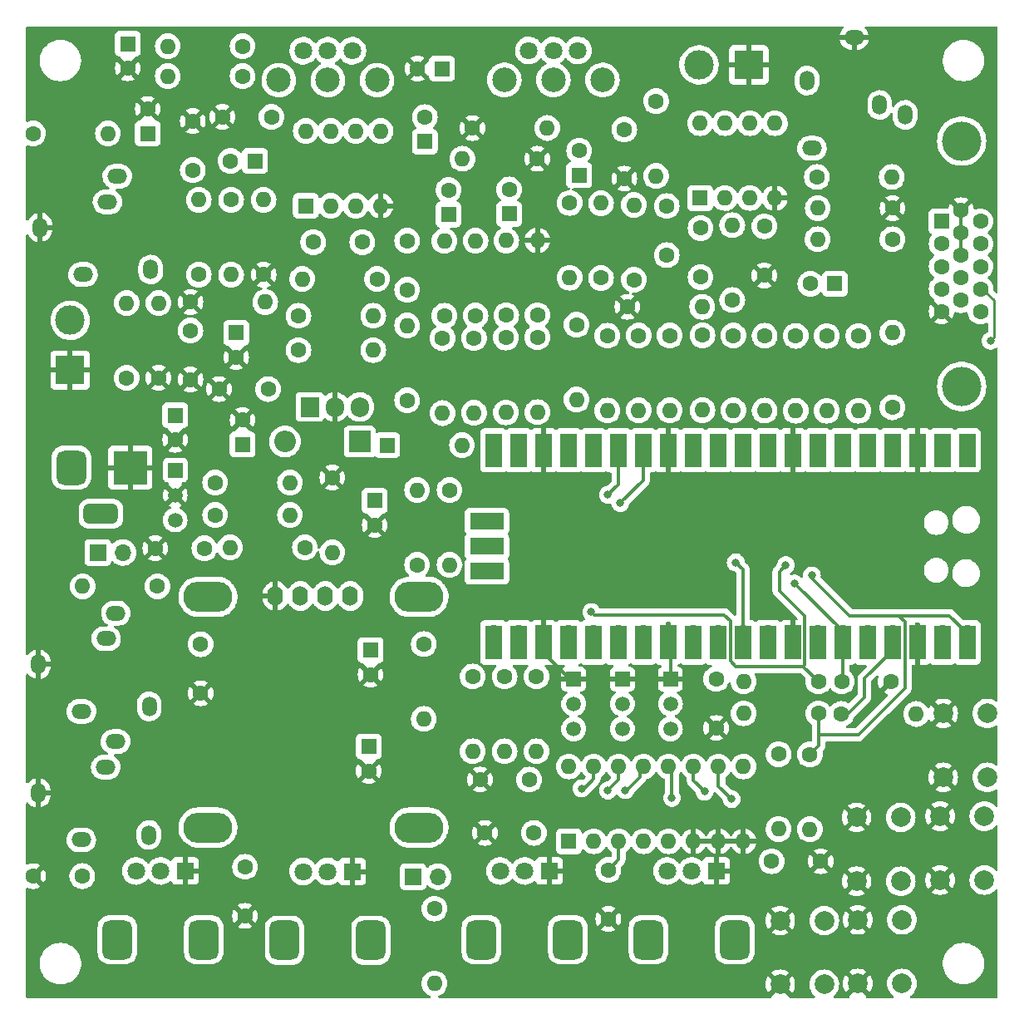
<source format=gbr>
%TF.GenerationSoftware,KiCad,Pcbnew,(6.0.11)*%
%TF.CreationDate,2024-04-05T20:07:31-05:00*%
%TF.ProjectId,GuitarPico,47756974-6172-4506-9963-6f2e6b696361,rev?*%
%TF.SameCoordinates,Original*%
%TF.FileFunction,Copper,L1,Top*%
%TF.FilePolarity,Positive*%
%FSLAX46Y46*%
G04 Gerber Fmt 4.6, Leading zero omitted, Abs format (unit mm)*
G04 Created by KiCad (PCBNEW (6.0.11)) date 2024-04-05 20:07:31*
%MOMM*%
%LPD*%
G01*
G04 APERTURE LIST*
G04 Aperture macros list*
%AMRoundRect*
0 Rectangle with rounded corners*
0 $1 Rounding radius*
0 $2 $3 $4 $5 $6 $7 $8 $9 X,Y pos of 4 corners*
0 Add a 4 corners polygon primitive as box body*
4,1,4,$2,$3,$4,$5,$6,$7,$8,$9,$2,$3,0*
0 Add four circle primitives for the rounded corners*
1,1,$1+$1,$2,$3*
1,1,$1+$1,$4,$5*
1,1,$1+$1,$6,$7*
1,1,$1+$1,$8,$9*
0 Add four rect primitives between the rounded corners*
20,1,$1+$1,$2,$3,$4,$5,0*
20,1,$1+$1,$4,$5,$6,$7,0*
20,1,$1+$1,$6,$7,$8,$9,0*
20,1,$1+$1,$8,$9,$2,$3,0*%
G04 Aperture macros list end*
%TA.AperFunction,ComponentPad*%
%ADD10C,1.600000*%
%TD*%
%TA.AperFunction,ComponentPad*%
%ADD11R,1.600000X1.600000*%
%TD*%
%TA.AperFunction,ComponentPad*%
%ADD12R,1.500000X1.500000*%
%TD*%
%TA.AperFunction,ComponentPad*%
%ADD13C,1.500000*%
%TD*%
%TA.AperFunction,ComponentPad*%
%ADD14O,1.500000X2.000000*%
%TD*%
%TA.AperFunction,ComponentPad*%
%ADD15O,2.000000X1.500000*%
%TD*%
%TA.AperFunction,ComponentPad*%
%ADD16O,1.600000X1.600000*%
%TD*%
%TA.AperFunction,ComponentPad*%
%ADD17R,2.200000X2.200000*%
%TD*%
%TA.AperFunction,ComponentPad*%
%ADD18O,2.200000X2.200000*%
%TD*%
%TA.AperFunction,ComponentPad*%
%ADD19R,1.905000X2.000000*%
%TD*%
%TA.AperFunction,ComponentPad*%
%ADD20O,1.905000X2.000000*%
%TD*%
%TA.AperFunction,ComponentPad*%
%ADD21R,1.700000X1.700000*%
%TD*%
%TA.AperFunction,ComponentPad*%
%ADD22O,1.700000X1.700000*%
%TD*%
%TA.AperFunction,ComponentPad*%
%ADD23R,3.500000X3.500000*%
%TD*%
%TA.AperFunction,ComponentPad*%
%ADD24RoundRect,0.750000X-0.750000X-1.000000X0.750000X-1.000000X0.750000X1.000000X-0.750000X1.000000X0*%
%TD*%
%TA.AperFunction,ComponentPad*%
%ADD25RoundRect,0.500000X-1.250000X-0.500000X1.250000X-0.500000X1.250000X0.500000X-1.250000X0.500000X0*%
%TD*%
%TA.AperFunction,ComponentPad*%
%ADD26R,1.800000X1.800000*%
%TD*%
%TA.AperFunction,ComponentPad*%
%ADD27C,1.800000*%
%TD*%
%TA.AperFunction,ComponentPad*%
%ADD28RoundRect,0.750000X-0.750000X1.250000X-0.750000X-1.250000X0.750000X-1.250000X0.750000X1.250000X0*%
%TD*%
%TA.AperFunction,ComponentPad*%
%ADD29R,3.000000X3.000000*%
%TD*%
%TA.AperFunction,ComponentPad*%
%ADD30C,3.000000*%
%TD*%
%TA.AperFunction,ComponentPad*%
%ADD31C,2.500000*%
%TD*%
%TA.AperFunction,SMDPad,CuDef*%
%ADD32R,1.700000X3.500000*%
%TD*%
%TA.AperFunction,SMDPad,CuDef*%
%ADD33R,3.500000X1.700000*%
%TD*%
%TA.AperFunction,ComponentPad*%
%ADD34C,2.000000*%
%TD*%
%TA.AperFunction,WasherPad*%
%ADD35O,5.000000X3.100000*%
%TD*%
%TA.AperFunction,ComponentPad*%
%ADD36O,1.600000X2.000000*%
%TD*%
%TA.AperFunction,ComponentPad*%
%ADD37C,4.000000*%
%TD*%
%TA.AperFunction,ViaPad*%
%ADD38C,0.800000*%
%TD*%
%TA.AperFunction,Conductor*%
%ADD39C,0.350000*%
%TD*%
%TA.AperFunction,Conductor*%
%ADD40C,0.250000*%
%TD*%
G04 APERTURE END LIST*
D10*
%TO.P,C22,1*%
%TO.N,GND*%
X132588000Y-127254000D03*
%TO.P,C22,2*%
%TO.N,VREF*%
X127588000Y-127254000D03*
%TD*%
D11*
%TO.P,C15,1*%
%TO.N,Net-(C13-Pad1)*%
X100844000Y-75689113D03*
D10*
%TO.P,C15,2*%
%TO.N,Net-(C15-Pad2)*%
X100844000Y-73189113D03*
%TD*%
D12*
%TO.P,Q3,1,E*%
%TO.N,GND*%
X110140000Y-127000000D03*
D13*
%TO.P,Q3,2,B*%
%TO.N,Net-(Q3-Pad2)*%
X110140000Y-129540000D03*
%TO.P,Q3,3,C*%
%TO.N,Net-(Q3-Pad3)*%
X110140000Y-132080000D03*
%TD*%
D14*
%TO.P,J8,G*%
%TO.N,GND*%
X45720000Y-138590000D03*
D15*
%TO.P,J8,S1*%
%TO.N,Net-(J8-PadS1)*%
X53620000Y-133390000D03*
%TO.P,J8,SN1*%
%TO.N,unconnected-(J8-PadSN1)*%
X52620000Y-135990000D03*
%TO.P,J8,T1*%
%TO.N,Net-(J8-PadT1)*%
X50120000Y-143390000D03*
D14*
%TO.P,J8,TN1*%
%TO.N,unconnected-(J8-PadTN1)*%
X57020000Y-142890000D03*
%TD*%
D10*
%TO.P,R46,1*%
%TO.N,Net-(J6-Pad1)*%
X110070000Y-92020000D03*
D16*
%TO.P,R46,2*%
%TO.N,R1*%
X110070000Y-99640000D03*
%TD*%
D10*
%TO.P,R9,1*%
%TO.N,Net-(C7-Pad1)*%
X80250000Y-86250000D03*
D16*
%TO.P,R9,2*%
%TO.N,Net-(C8-Pad2)*%
X72630000Y-86250000D03*
%TD*%
D17*
%TO.P,D1,1,K*%
%TO.N,+5V*%
X78492000Y-102820000D03*
D18*
%TO.P,D1,2,A*%
%TO.N,Net-(C21-Pad1)*%
X70872000Y-102820000D03*
%TD*%
D10*
%TO.P,R56,1*%
%TO.N,Net-(J6-Pad13)*%
X103720000Y-92030000D03*
D16*
%TO.P,R56,2*%
%TO.N,SYNC*%
X103720000Y-99650000D03*
%TD*%
D10*
%TO.P,R19,1*%
%TO.N,Net-(C17-Pad1)*%
X125070000Y-75870000D03*
D16*
%TO.P,R19,2*%
%TO.N,Net-(R17-Pad1)*%
X132690000Y-75870000D03*
%TD*%
D19*
%TO.P,U4,1,VI*%
%TO.N,Net-(C20-Pad1)*%
X73420000Y-99290000D03*
D20*
%TO.P,U4,2,GND*%
%TO.N,GND*%
X75960000Y-99290000D03*
%TO.P,U4,3,VO*%
%TO.N,Net-(C21-Pad1)*%
X78500000Y-99290000D03*
%TD*%
D15*
%TO.P,J3,G*%
%TO.N,GND*%
X128860000Y-61640000D03*
D14*
%TO.P,J3,S1*%
%TO.N,Net-(J3-PadS1)*%
X134060000Y-69540000D03*
%TO.P,J3,SN1*%
%TO.N,unconnected-(J3-PadSN1)*%
X131460000Y-68540000D03*
%TO.P,J3,T1*%
%TO.N,Net-(J3-PadS1)*%
X124060000Y-66040000D03*
D15*
%TO.P,J3,TN1*%
%TO.N,unconnected-(J3-PadTN1)*%
X124560000Y-72940000D03*
%TD*%
D21*
%TO.P,JP2,1,A*%
%TO.N,Net-(J9-PadS1)*%
X51822000Y-114110000D03*
D22*
%TO.P,JP2,2,B*%
%TO.N,VREF*%
X54362000Y-114110000D03*
%TD*%
D11*
%TO.P,C11,1*%
%TO.N,Net-(C11-Pad1)*%
X93710000Y-79640000D03*
D10*
%TO.P,C11,2*%
%TO.N,Net-(C10-Pad2)*%
X93710000Y-77140000D03*
%TD*%
%TO.P,R21,1*%
%TO.N,GND*%
X105760000Y-89090000D03*
D16*
%TO.P,R21,2*%
%TO.N,Net-(C17-Pad2)*%
X113380000Y-89090000D03*
%TD*%
D11*
%TO.P,C4,1*%
%TO.N,Net-(C4-Pad1)*%
X67824000Y-74230000D03*
D10*
%TO.P,C4,2*%
%TO.N,Net-(C4-Pad2)*%
X65324000Y-74230000D03*
%TD*%
%TO.P,R23,1*%
%TO.N,Net-(R23-Pad1)*%
X127550000Y-130570000D03*
D16*
%TO.P,R23,2*%
%TO.N,Net-(R23-Pad2)*%
X135170000Y-130570000D03*
%TD*%
D14*
%TO.P,J9,G*%
%TO.N,GND*%
X45750000Y-125500000D03*
D15*
%TO.P,J9,S1*%
%TO.N,Net-(J9-PadS1)*%
X53650000Y-120300000D03*
%TO.P,J9,SN1*%
%TO.N,unconnected-(J9-PadSN1)*%
X52650000Y-122900000D03*
%TO.P,J9,T1*%
%TO.N,Net-(J9-PadT1)*%
X50150000Y-130300000D03*
D14*
%TO.P,J9,TN1*%
%TO.N,unconnected-(J9-PadTN1)*%
X57050000Y-129800000D03*
%TD*%
D10*
%TO.P,R10,1*%
%TO.N,Net-(C8-Pad2)*%
X72250000Y-90000000D03*
D16*
%TO.P,R10,2*%
%TO.N,Net-(C9-Pad2)*%
X79870000Y-90000000D03*
%TD*%
D11*
%TO.P,C10,1*%
%TO.N,FROMDAC*%
X87540000Y-79690000D03*
D10*
%TO.P,C10,2*%
%TO.N,Net-(C10-Pad2)*%
X87540000Y-77190000D03*
%TD*%
D21*
%TO.P,JP1,1,A*%
%TO.N,Net-(J8-PadS1)*%
X83935000Y-147128000D03*
D22*
%TO.P,JP1,2,B*%
%TO.N,VREF*%
X86475000Y-147128000D03*
%TD*%
D11*
%TO.P,U6,1,X4*%
%TO.N,Net-(J8-PadT1)*%
X99800000Y-143540000D03*
D16*
%TO.P,U6,2,X6*%
%TO.N,Net-(J9-PadT1)*%
X102340000Y-143540000D03*
%TO.P,U6,3,X*%
%TO.N,CTRLIN*%
X104880000Y-143540000D03*
%TO.P,U6,4,X7*%
%TO.N,unconnected-(U6-Pad4)*%
X107420000Y-143540000D03*
%TO.P,U6,5,X5*%
%TO.N,unconnected-(U6-Pad5)*%
X109960000Y-143540000D03*
%TO.P,U6,6,Inh*%
%TO.N,GND*%
X112500000Y-143540000D03*
%TO.P,U6,7,VEE*%
X115040000Y-143540000D03*
%TO.P,U6,8,VSS*%
X117580000Y-143540000D03*
%TO.P,U6,9,C*%
%TO.N,Net-(Q3-Pad3)*%
X117580000Y-135920000D03*
%TO.P,U6,10,B*%
%TO.N,Net-(Q2-Pad3)*%
X115040000Y-135920000D03*
%TO.P,U6,11,A*%
%TO.N,Net-(Q1-Pad3)*%
X112500000Y-135920000D03*
%TO.P,U6,12,X3*%
%TO.N,Net-(C26-Pad2)*%
X109960000Y-135920000D03*
%TO.P,U6,13,X0*%
%TO.N,Net-(C29-Pad2)*%
X107420000Y-135920000D03*
%TO.P,U6,14,X1*%
%TO.N,Net-(C28-Pad2)*%
X104880000Y-135920000D03*
%TO.P,U6,15,X2*%
%TO.N,Net-(C27-Pad2)*%
X102340000Y-135920000D03*
%TO.P,U6,16,VDD*%
%TO.N,+5V*%
X99800000Y-135920000D03*
%TD*%
D10*
%TO.P,C24,1*%
%TO.N,GND*%
X62290000Y-128460000D03*
%TO.P,C24,2*%
%TO.N,Net-(Brd1-Pad2)*%
X62290000Y-123460000D03*
%TD*%
%TO.P,R28,1*%
%TO.N,Net-(R28-Pad1)*%
X96590000Y-89940000D03*
D16*
%TO.P,R28,2*%
%TO.N,GND*%
X96590000Y-82320000D03*
%TD*%
D10*
%TO.P,R2,1*%
%TO.N,GND*%
X68700000Y-85820000D03*
D16*
%TO.P,R2,2*%
%TO.N,BIAS*%
X68700000Y-78200000D03*
%TD*%
D12*
%TO.P,Q2,1,E*%
%TO.N,GND*%
X105250000Y-127000000D03*
D13*
%TO.P,Q2,2,B*%
%TO.N,Net-(Q2-Pad2)*%
X105250000Y-129540000D03*
%TO.P,Q2,3,C*%
%TO.N,Net-(Q2-Pad3)*%
X105250000Y-132080000D03*
%TD*%
D10*
%TO.P,R14,1*%
%TO.N,Net-(C12-Pad2)*%
X103070000Y-86160000D03*
D16*
%TO.P,R14,2*%
%TO.N,Net-(C13-Pad2)*%
X103070000Y-78540000D03*
%TD*%
D10*
%TO.P,R47,1*%
%TO.N,VREF*%
X86100000Y-150390000D03*
D16*
%TO.P,R47,2*%
%TO.N,Net-(J8-PadT1)*%
X86100000Y-158010000D03*
%TD*%
D10*
%TO.P,C12,1*%
%TO.N,BIAS*%
X113210000Y-81070000D03*
%TO.P,C12,2*%
%TO.N,Net-(C12-Pad2)*%
X113210000Y-86070000D03*
%TD*%
%TO.P,R16,1*%
%TO.N,GND*%
X89980000Y-70880000D03*
D16*
%TO.P,R16,2*%
%TO.N,Net-(C13-Pad1)*%
X97600000Y-70880000D03*
%TD*%
D10*
%TO.P,C26,1*%
%TO.N,GND*%
X125450000Y-145570000D03*
%TO.P,C26,2*%
%TO.N,Net-(C26-Pad2)*%
X120450000Y-145570000D03*
%TD*%
D23*
%TO.P,J5,1*%
%TO.N,GND*%
X55124000Y-105472000D03*
D24*
%TO.P,J5,2*%
%TO.N,Net-(C20-Pad1)*%
X49124000Y-105472000D03*
D25*
%TO.P,J5,3*%
%TO.N,unconnected-(J5-Pad3)*%
X52124000Y-110172000D03*
%TD*%
D10*
%TO.P,R36,1*%
%TO.N,+3V3*%
X84334000Y-115378000D03*
D16*
%TO.P,R36,2*%
%TO.N,SCL*%
X84334000Y-107758000D03*
%TD*%
D10*
%TO.P,C1,1*%
%TO.N,BIAS*%
X61250000Y-91500000D03*
%TO.P,C1,2*%
%TO.N,GND*%
X61250000Y-96500000D03*
%TD*%
%TO.P,C8,1*%
%TO.N,BIAS*%
X83318000Y-82358000D03*
%TO.P,C8,2*%
%TO.N,Net-(C8-Pad2)*%
X83318000Y-87358000D03*
%TD*%
%TO.P,C29,1*%
%TO.N,GND*%
X91240000Y-142680000D03*
%TO.P,C29,2*%
%TO.N,Net-(C29-Pad2)*%
X96240000Y-142680000D03*
%TD*%
D26*
%TO.P,RV6,1,1*%
%TO.N,GND*%
X97790000Y-146558000D03*
D27*
%TO.P,RV6,2,2*%
%TO.N,Net-(C29-Pad2)*%
X95290000Y-146558000D03*
%TO.P,RV6,3,3*%
%TO.N,VREF*%
X92790000Y-146558000D03*
D28*
%TO.P,RV6,MP*%
%TO.N,N/C*%
X90890000Y-153558000D03*
X99690000Y-153558000D03*
%TD*%
D10*
%TO.P,R52,1*%
%TO.N,Net-(J6-Pad2)*%
X116560000Y-92010000D03*
D16*
%TO.P,R52,2*%
%TO.N,G2*%
X116560000Y-99630000D03*
%TD*%
D11*
%TO.P,C7,1*%
%TO.N,Net-(C7-Pad1)*%
X85120000Y-72275112D03*
D10*
%TO.P,C7,2*%
%TO.N,Net-(R7-Pad1)*%
X85120000Y-69775112D03*
%TD*%
%TO.P,R11,1*%
%TO.N,Net-(C9-Pad1)*%
X72250000Y-93500000D03*
D16*
%TO.P,R11,2*%
%TO.N,Net-(C8-Pad2)*%
X79870000Y-93500000D03*
%TD*%
D10*
%TO.P,C14,1*%
%TO.N,+5V*%
X105440000Y-71030000D03*
%TO.P,C14,2*%
%TO.N,GND*%
X105440000Y-76030000D03*
%TD*%
D11*
%TO.P,C34,1*%
%TO.N,VREF*%
X80016000Y-108838887D03*
D10*
%TO.P,C34,2*%
%TO.N,GND*%
X80016000Y-111338887D03*
%TD*%
%TO.P,R22,1*%
%TO.N,Net-(J3-PadS1)*%
X132750000Y-82210000D03*
D16*
%TO.P,R22,2*%
%TO.N,Net-(C17-Pad2)*%
X125130000Y-82210000D03*
%TD*%
D29*
%TO.P,J1,1,Pin_1*%
%TO.N,GND*%
X49000000Y-95540000D03*
D30*
%TO.P,J1,2,Pin_2*%
%TO.N,Net-(J2-PadT1)*%
X49000000Y-90460000D03*
%TD*%
D10*
%TO.P,C23,1*%
%TO.N,TOADC*%
X114808000Y-127000000D03*
%TO.P,C23,2*%
%TO.N,GND*%
X114808000Y-132000000D03*
%TD*%
D11*
%TO.P,C2,1*%
%TO.N,BIAS*%
X65910000Y-91740000D03*
D10*
%TO.P,C2,2*%
%TO.N,GND*%
X65910000Y-94240000D03*
%TD*%
%TO.P,R60,1*%
%TO.N,+5V*%
X45218000Y-71436000D03*
D16*
%TO.P,R60,2*%
%TO.N,Net-(C35-Pad1)*%
X52838000Y-71436000D03*
%TD*%
D10*
%TO.P,R25,1*%
%TO.N,Net-(R25-Pad1)*%
X72904000Y-113600000D03*
D16*
%TO.P,R25,2*%
%TO.N,Net-(C31-Pad2)*%
X65284000Y-113600000D03*
%TD*%
D10*
%TO.P,C18,1*%
%TO.N,BIAS*%
X119710000Y-80890000D03*
%TO.P,C18,2*%
%TO.N,GND*%
X119710000Y-85890000D03*
%TD*%
%TO.P,R39,1*%
%TO.N,+5V*%
X124340000Y-134690000D03*
D16*
%TO.P,R39,2*%
%TO.N,Net-(Q1-Pad3)*%
X124340000Y-142310000D03*
%TD*%
D10*
%TO.P,R55,1*%
%TO.N,+3V3*%
X132760000Y-99330000D03*
D16*
%TO.P,R55,2*%
%TO.N,Net-(J6-Pad9)*%
X132760000Y-91710000D03*
%TD*%
D10*
%TO.P,C13,1*%
%TO.N,Net-(C13-Pad1)*%
X109770000Y-78830000D03*
%TO.P,C13,2*%
%TO.N,Net-(C13-Pad2)*%
X109770000Y-83830000D03*
%TD*%
%TO.P,C30,1*%
%TO.N,CTRLIN*%
X103820000Y-146460000D03*
%TO.P,C30,2*%
%TO.N,GND*%
X103820000Y-151460000D03*
%TD*%
D31*
%TO.P,RV1,1,1*%
%TO.N,Net-(R5-Pad1)*%
X70250000Y-66000000D03*
D27*
X72750000Y-63000000D03*
D31*
%TO.P,RV1,2,2*%
X75250000Y-66000000D03*
D27*
X75250000Y-63000000D03*
D31*
%TO.P,RV1,3,3*%
%TO.N,Net-(R7-Pad1)*%
X80250000Y-66000000D03*
D27*
X77750000Y-63000000D03*
%TD*%
D10*
%TO.P,R12,1*%
%TO.N,GND*%
X61250000Y-88610000D03*
D16*
%TO.P,R12,2*%
%TO.N,Net-(C9-Pad1)*%
X68870000Y-88610000D03*
%TD*%
D10*
%TO.P,R18,1*%
%TO.N,Net-(C15-Pad2)*%
X116440000Y-88400000D03*
D16*
%TO.P,R18,2*%
%TO.N,BIAS*%
X116440000Y-80780000D03*
%TD*%
D10*
%TO.P,R40,1*%
%TO.N,SEL1*%
X93250000Y-126750000D03*
D16*
%TO.P,R40,2*%
%TO.N,Net-(Q2-Pad2)*%
X93250000Y-134370000D03*
%TD*%
D22*
%TO.P,U3,1,GPIO0*%
%TO.N,B0*%
X140380000Y-104610000D03*
D32*
X140380000Y-103710000D03*
D22*
%TO.P,U3,2,GPIO1*%
%TO.N,B1*%
X137840000Y-104610000D03*
D32*
X137840000Y-103710000D03*
D21*
%TO.P,U3,3,GND*%
%TO.N,GND*%
X135300000Y-104610000D03*
D32*
X135300000Y-103710000D03*
D22*
%TO.P,U3,4,GPIO2*%
%TO.N,G0*%
X132760000Y-104610000D03*
D32*
X132760000Y-103710000D03*
D22*
%TO.P,U3,5,GPIO3*%
%TO.N,G1*%
X130220000Y-104610000D03*
D32*
X130220000Y-103710000D03*
%TO.P,U3,6,GPIO4*%
%TO.N,G2*%
X127680000Y-103710000D03*
D22*
X127680000Y-104610000D03*
D32*
%TO.P,U3,7,GPIO5*%
%TO.N,R0*%
X125140000Y-103710000D03*
D22*
X125140000Y-104610000D03*
D32*
%TO.P,U3,8,GND*%
%TO.N,GND*%
X122600000Y-103710000D03*
D21*
X122600000Y-104610000D03*
D32*
%TO.P,U3,9,GPIO6*%
%TO.N,R1*%
X120060000Y-103710000D03*
D22*
X120060000Y-104610000D03*
%TO.P,U3,10,GPIO7*%
%TO.N,R2*%
X117520000Y-104610000D03*
D32*
X117520000Y-103710000D03*
D22*
%TO.P,U3,11,GPIO8*%
%TO.N,SYNC*%
X114980000Y-104610000D03*
D32*
X114980000Y-103710000D03*
%TO.P,U3,12,GPIO9*%
%TO.N,VSYNC*%
X112440000Y-103710000D03*
D22*
X112440000Y-104610000D03*
D21*
%TO.P,U3,13,GND*%
%TO.N,GND*%
X109900000Y-104610000D03*
D32*
X109900000Y-103710000D03*
D22*
%TO.P,U3,14,GPIO10*%
%TO.N,SDA*%
X107360000Y-104610000D03*
D32*
X107360000Y-103710000D03*
%TO.P,U3,15,GPIO11*%
%TO.N,SCL*%
X104820000Y-103710000D03*
D22*
X104820000Y-104610000D03*
D32*
%TO.P,U3,16,GPIO12*%
%TO.N,Net-(R29-Pad2)*%
X102280000Y-103710000D03*
D22*
X102280000Y-104610000D03*
D32*
%TO.P,U3,17,GPIO13*%
%TO.N,Net-(R31-Pad2)*%
X99740000Y-103710000D03*
D22*
X99740000Y-104610000D03*
D21*
%TO.P,U3,18,GND*%
%TO.N,GND*%
X97200000Y-104610000D03*
D32*
X97200000Y-103710000D03*
%TO.P,U3,19,GPIO14*%
%TO.N,Net-(R33-Pad2)*%
X94660000Y-103710000D03*
D22*
X94660000Y-104610000D03*
%TO.P,U3,20,GPIO15*%
%TO.N,Net-(R35-Pad2)*%
X92120000Y-104610000D03*
D32*
X92120000Y-103710000D03*
%TO.P,U3,21,GPIO16*%
%TO.N,SEL0*%
X92120000Y-123290000D03*
D22*
X92120000Y-122390000D03*
%TO.P,U3,22,GPIO17*%
%TO.N,SEL1*%
X94660000Y-122390000D03*
D32*
X94660000Y-123290000D03*
D21*
%TO.P,U3,23,GND*%
%TO.N,GND*%
X97200000Y-122390000D03*
D32*
X97200000Y-123290000D03*
D22*
%TO.P,U3,24,GPIO18*%
%TO.N,SEL2*%
X99740000Y-122390000D03*
D32*
X99740000Y-123290000D03*
%TO.P,U3,25,GPIO19*%
%TO.N,BUTTON1*%
X102280000Y-123290000D03*
D22*
X102280000Y-122390000D03*
D32*
%TO.P,U3,26,GPIO20*%
%TO.N,BUTTON2*%
X104820000Y-123290000D03*
D22*
X104820000Y-122390000D03*
D32*
%TO.P,U3,27,GPIO21*%
%TO.N,BUTTON3*%
X107360000Y-123290000D03*
D22*
X107360000Y-122390000D03*
D32*
%TO.P,U3,28,GND*%
%TO.N,GND*%
X109900000Y-123290000D03*
D21*
X109900000Y-122390000D03*
D32*
%TO.P,U3,29,GPIO22*%
%TO.N,BUTTON4*%
X112440000Y-123290000D03*
D22*
X112440000Y-122390000D03*
D32*
%TO.P,U3,30,RUN*%
%TO.N,Net-(R44-Pad2)*%
X114980000Y-123290000D03*
D22*
X114980000Y-122390000D03*
%TO.P,U3,31,GPIO26_ADC0*%
%TO.N,TOADC*%
X117520000Y-122390000D03*
D32*
X117520000Y-123290000D03*
D22*
%TO.P,U3,32,GPIO27_ADC1*%
%TO.N,CTRLIN*%
X120060000Y-122390000D03*
D32*
X120060000Y-123290000D03*
D21*
%TO.P,U3,33,AGND*%
%TO.N,GND*%
X122600000Y-122390000D03*
D32*
X122600000Y-123290000D03*
D22*
%TO.P,U3,34,GPIO28_ADC2*%
%TO.N,BUTTON5*%
X125140000Y-122390000D03*
D32*
X125140000Y-123290000D03*
D22*
%TO.P,U3,35,ADC_VREF*%
%TO.N,VREF*%
X127680000Y-122390000D03*
D32*
X127680000Y-123290000D03*
D22*
%TO.P,U3,36,3V3*%
%TO.N,+3V3*%
X130220000Y-122390000D03*
D32*
X130220000Y-123290000D03*
%TO.P,U3,37,3V3_EN*%
%TO.N,Net-(R23-Pad1)*%
X132760000Y-123290000D03*
D22*
X132760000Y-122390000D03*
D32*
%TO.P,U3,38,GND*%
%TO.N,GND*%
X135300000Y-123290000D03*
D21*
X135300000Y-122390000D03*
D22*
%TO.P,U3,39,VSYS*%
%TO.N,Net-(R23-Pad2)*%
X137840000Y-122390000D03*
D32*
X137840000Y-123290000D03*
D22*
%TO.P,U3,40,VBUS*%
%TO.N,+5V*%
X140380000Y-122390000D03*
D32*
X140380000Y-123290000D03*
D22*
%TO.P,U3,41,SWCLK*%
%TO.N,unconnected-(U3-Pad41)*%
X92350000Y-110960000D03*
D33*
X91450000Y-110960000D03*
%TO.P,U3,42,GND*%
%TO.N,unconnected-(U3-Pad42)*%
X91450000Y-113500000D03*
D21*
X92350000Y-113500000D03*
D22*
%TO.P,U3,43,SWDIO*%
%TO.N,unconnected-(U3-Pad43)*%
X92350000Y-116040000D03*
D33*
X91450000Y-116040000D03*
%TD*%
D11*
%TO.P,C20,1*%
%TO.N,Net-(C20-Pad1)*%
X59696000Y-100138000D03*
D10*
%TO.P,C20,2*%
%TO.N,GND*%
X59696000Y-102638000D03*
%TD*%
%TO.P,C31,1*%
%TO.N,GND*%
X57664000Y-113700000D03*
%TO.P,C31,2*%
%TO.N,Net-(C31-Pad2)*%
X62664000Y-113700000D03*
%TD*%
%TO.P,R8,1*%
%TO.N,GND*%
X96570000Y-74010000D03*
D16*
%TO.P,R8,2*%
%TO.N,Net-(R7-Pad1)*%
X88950000Y-74010000D03*
%TD*%
D10*
%TO.P,R49,1*%
%TO.N,Net-(J6-Pad1)*%
X106910000Y-92020000D03*
D16*
%TO.P,R49,2*%
%TO.N,R2*%
X106910000Y-99640000D03*
%TD*%
D10*
%TO.P,R57,1*%
%TO.N,Net-(J6-Pad14)*%
X100580000Y-90920000D03*
D16*
%TO.P,R57,2*%
%TO.N,VSYNC*%
X100580000Y-98540000D03*
%TD*%
D10*
%TO.P,C25,1*%
%TO.N,+5V*%
X95750000Y-137250000D03*
%TO.P,C25,2*%
%TO.N,GND*%
X90750000Y-137250000D03*
%TD*%
%TO.P,R41,1*%
%TO.N,+5V*%
X121160000Y-134660000D03*
D16*
%TO.P,R41,2*%
%TO.N,Net-(Q2-Pad3)*%
X121160000Y-142280000D03*
%TD*%
D10*
%TO.P,R48,1*%
%TO.N,VREF*%
X57890000Y-117570000D03*
D16*
%TO.P,R48,2*%
%TO.N,Net-(J9-PadT1)*%
X50270000Y-117570000D03*
%TD*%
D10*
%TO.P,R29,1*%
%TO.N,Net-(R28-Pad1)*%
X96590000Y-92200000D03*
D16*
%TO.P,R29,2*%
%TO.N,Net-(R29-Pad2)*%
X96590000Y-99820000D03*
%TD*%
D10*
%TO.P,R1,1*%
%TO.N,BIAS*%
X62100000Y-85820000D03*
D16*
%TO.P,R1,2*%
%TO.N,Net-(C35-Pad1)*%
X62100000Y-78200000D03*
%TD*%
D14*
%TO.P,J2,G*%
%TO.N,GND*%
X45902000Y-81000000D03*
D15*
%TO.P,J2,S1*%
%TO.N,unconnected-(J2-PadS1)*%
X53802000Y-75800000D03*
%TO.P,J2,SN1*%
%TO.N,unconnected-(J2-PadSN1)*%
X52802000Y-78400000D03*
%TO.P,J2,T1*%
%TO.N,Net-(J2-PadT1)*%
X50302000Y-85800000D03*
D14*
%TO.P,J2,TN1*%
%TO.N,unconnected-(J2-PadTN1)*%
X57202000Y-85300000D03*
%TD*%
D10*
%TO.P,R27,1*%
%TO.N,Net-(C31-Pad2)*%
X63760000Y-110298000D03*
D16*
%TO.P,R27,2*%
%TO.N,+5V*%
X71380000Y-110298000D03*
%TD*%
D10*
%TO.P,R35,1*%
%TO.N,FROMDAC*%
X86930000Y-92300000D03*
D16*
%TO.P,R35,2*%
%TO.N,Net-(R35-Pad2)*%
X86930000Y-99920000D03*
%TD*%
D34*
%TO.P,SW2,1,1*%
%TO.N,GND*%
X137620000Y-147480000D03*
X137620000Y-140980000D03*
%TO.P,SW2,2,2*%
%TO.N,BUTTON2*%
X142120000Y-140980000D03*
X142120000Y-147480000D03*
%TD*%
D10*
%TO.P,R59,1*%
%TO.N,Net-(C31-Pad2)*%
X63760000Y-106996000D03*
D16*
%TO.P,R59,2*%
%TO.N,VREF*%
X71380000Y-106996000D03*
%TD*%
D34*
%TO.P,SW3,1,1*%
%TO.N,GND*%
X129100000Y-141110000D03*
X129100000Y-147610000D03*
%TO.P,SW3,2,2*%
%TO.N,BUTTON3*%
X133600000Y-147610000D03*
X133600000Y-141110000D03*
%TD*%
D10*
%TO.P,R54,1*%
%TO.N,Net-(J6-Pad3)*%
X126070000Y-92060000D03*
D16*
%TO.P,R54,2*%
%TO.N,B1*%
X126070000Y-99680000D03*
%TD*%
D35*
%TO.P,Brd1,*%
%TO.N,*%
X63030000Y-142140000D03*
X84530000Y-118640000D03*
X63030000Y-118640000D03*
X84530000Y-142140000D03*
D36*
%TO.P,Brd1,1,GND*%
%TO.N,GND*%
X69910000Y-118540000D03*
%TO.P,Brd1,2,VCC*%
%TO.N,Net-(Brd1-Pad2)*%
X72450000Y-118540000D03*
%TO.P,Brd1,3,SCL*%
%TO.N,SCL*%
X74990000Y-118540000D03*
%TO.P,Brd1,4,SDA*%
%TO.N,SDA*%
X77530000Y-118540000D03*
%TD*%
D10*
%TO.P,R33,1*%
%TO.N,Net-(R32-Pad1)*%
X90130000Y-92270000D03*
D16*
%TO.P,R33,2*%
%TO.N,Net-(R33-Pad2)*%
X90130000Y-99890000D03*
%TD*%
D11*
%TO.P,C35,1*%
%TO.N,Net-(C35-Pad1)*%
X56902000Y-71436000D03*
D10*
%TO.P,C35,2*%
%TO.N,GND*%
X56902000Y-68936000D03*
%TD*%
D11*
%TO.P,C5,1*%
%TO.N,Net-(C5-Pad1)*%
X54870000Y-62292000D03*
D10*
%TO.P,C5,2*%
%TO.N,GND*%
X54870000Y-64792000D03*
%TD*%
%TO.P,R5,1*%
%TO.N,Net-(R5-Pad1)*%
X66554000Y-62546000D03*
D16*
%TO.P,R5,2*%
%TO.N,Net-(C5-Pad1)*%
X58934000Y-62546000D03*
%TD*%
D26*
%TO.P,RV5,1,1*%
%TO.N,GND*%
X77730000Y-146620000D03*
D27*
%TO.P,RV5,2,2*%
%TO.N,Net-(C28-Pad2)*%
X75230000Y-146620000D03*
%TO.P,RV5,3,3*%
%TO.N,VREF*%
X72730000Y-146620000D03*
D28*
%TO.P,RV5,MP*%
%TO.N,N/C*%
X70830000Y-153620000D03*
X79630000Y-153620000D03*
%TD*%
D10*
%TO.P,R26,1*%
%TO.N,GND*%
X75698000Y-106488000D03*
D16*
%TO.P,R26,2*%
%TO.N,Net-(R25-Pad1)*%
X75698000Y-114108000D03*
%TD*%
D11*
%TO.P,C16,1*%
%TO.N,Net-(C16-Pad1)*%
X86874000Y-64832000D03*
D10*
%TO.P,C16,2*%
%TO.N,GND*%
X84374000Y-64832000D03*
%TD*%
%TO.P,R4,1*%
%TO.N,GND*%
X58000000Y-96328000D03*
D16*
%TO.P,R4,2*%
%TO.N,Net-(C4-Pad2)*%
X58000000Y-88708000D03*
%TD*%
D11*
%TO.P,U1,1*%
%TO.N,Net-(C9-Pad1)*%
X73000000Y-78800000D03*
D16*
%TO.P,U1,2,-*%
%TO.N,Net-(C9-Pad2)*%
X75540000Y-78800000D03*
%TO.P,U1,3,+*%
%TO.N,BIAS*%
X78080000Y-78800000D03*
%TO.P,U1,4,V-*%
%TO.N,GND*%
X80620000Y-78800000D03*
%TO.P,U1,5,+*%
%TO.N,Net-(C4-Pad1)*%
X80620000Y-71180000D03*
%TO.P,U1,6,-*%
%TO.N,Net-(R5-Pad1)*%
X78080000Y-71180000D03*
%TO.P,U1,7*%
%TO.N,Net-(R7-Pad1)*%
X75540000Y-71180000D03*
%TO.P,U1,8,V+*%
%TO.N,Net-(C35-Pad1)*%
X73000000Y-71180000D03*
%TD*%
D10*
%TO.P,R45,1*%
%TO.N,Net-(J6-Pad1)*%
X113410000Y-92000000D03*
D16*
%TO.P,R45,2*%
%TO.N,R0*%
X113410000Y-99620000D03*
%TD*%
D10*
%TO.P,R7,1*%
%TO.N,Net-(R7-Pad1)*%
X66554000Y-65594000D03*
D16*
%TO.P,R7,2*%
%TO.N,Net-(R5-Pad1)*%
X58934000Y-65594000D03*
%TD*%
D11*
%TO.P,C19,1*%
%TO.N,+5V*%
X66554000Y-103115113D03*
D10*
%TO.P,C19,2*%
%TO.N,GND*%
X66554000Y-100615113D03*
%TD*%
%TO.P,R3,1*%
%TO.N,Net-(C4-Pad2)*%
X54750000Y-96328000D03*
D16*
%TO.P,R3,2*%
%TO.N,Net-(J2-PadT1)*%
X54750000Y-88708000D03*
%TD*%
D10*
%TO.P,R38,1*%
%TO.N,SEL0*%
X90000000Y-126750000D03*
D16*
%TO.P,R38,2*%
%TO.N,Net-(Q1-Pad2)*%
X90000000Y-134370000D03*
%TD*%
D37*
%TO.P,J6,0*%
%TO.N,N/C*%
X139810000Y-97215000D03*
X139810000Y-72215000D03*
D11*
%TO.P,J6,1*%
%TO.N,Net-(J6-Pad1)*%
X137760000Y-80400000D03*
D10*
%TO.P,J6,2*%
%TO.N,Net-(J6-Pad2)*%
X137760000Y-82690000D03*
%TO.P,J6,3*%
%TO.N,Net-(J6-Pad3)*%
X137760000Y-84980000D03*
%TO.P,J6,4*%
%TO.N,unconnected-(J6-Pad4)*%
X137760000Y-87270000D03*
%TO.P,J6,5*%
%TO.N,GND*%
X137760000Y-89560000D03*
%TO.P,J6,6*%
X139740000Y-79255000D03*
%TO.P,J6,7*%
X139740000Y-81545000D03*
%TO.P,J6,8*%
X139740000Y-83835000D03*
%TO.P,J6,9*%
%TO.N,Net-(J6-Pad9)*%
X139740000Y-86125000D03*
%TO.P,J6,10*%
%TO.N,unconnected-(J6-Pad10)*%
X139740000Y-88415000D03*
%TO.P,J6,11*%
%TO.N,unconnected-(J6-Pad11)*%
X141720000Y-80400000D03*
%TO.P,J6,12*%
%TO.N,unconnected-(J6-Pad12)*%
X141720000Y-82690000D03*
%TO.P,J6,13*%
%TO.N,Net-(J6-Pad13)*%
X141720000Y-84980000D03*
%TO.P,J6,14*%
%TO.N,Net-(J6-Pad14)*%
X141720000Y-87270000D03*
%TO.P,J6,15*%
%TO.N,unconnected-(J6-Pad15)*%
X141720000Y-89560000D03*
%TD*%
D34*
%TO.P,SW4,1,1*%
%TO.N,GND*%
X129220000Y-158030000D03*
X129220000Y-151530000D03*
%TO.P,SW4,2,2*%
%TO.N,BUTTON4*%
X133720000Y-151530000D03*
X133720000Y-158030000D03*
%TD*%
%TO.P,SW5,1,1*%
%TO.N,GND*%
X121320000Y-151610000D03*
X121320000Y-158110000D03*
%TO.P,SW5,2,2*%
%TO.N,BUTTON5*%
X125820000Y-151610000D03*
X125820000Y-158110000D03*
%TD*%
D10*
%TO.P,R17,1*%
%TO.N,Net-(R17-Pad1)*%
X108680000Y-68140000D03*
D16*
%TO.P,R17,2*%
%TO.N,Net-(C16-Pad1)*%
X108680000Y-75760000D03*
%TD*%
D10*
%TO.P,R37,1*%
%TO.N,SDA*%
X87636000Y-107758000D03*
D16*
%TO.P,R37,2*%
%TO.N,+3V3*%
X87636000Y-115378000D03*
%TD*%
D10*
%TO.P,R20,1*%
%TO.N,GND*%
X132770000Y-79040000D03*
D16*
%TO.P,R20,2*%
%TO.N,Net-(C17-Pad1)*%
X125150000Y-79040000D03*
%TD*%
D10*
%TO.P,R43,1*%
%TO.N,+5V*%
X125222000Y-130500000D03*
D16*
%TO.P,R43,2*%
%TO.N,Net-(Q3-Pad3)*%
X117602000Y-130500000D03*
%TD*%
D11*
%TO.P,C32,1*%
%TO.N,Net-(Brd1-Pad2)*%
X79600000Y-124070000D03*
D10*
%TO.P,C32,2*%
%TO.N,GND*%
X79600000Y-126570000D03*
%TD*%
%TO.P,R32,1*%
%TO.N,Net-(R32-Pad1)*%
X90290000Y-89980000D03*
D16*
%TO.P,R32,2*%
%TO.N,Net-(R30-Pad1)*%
X90290000Y-82360000D03*
%TD*%
D10*
%TO.P,C6,1*%
%TO.N,Net-(C35-Pad1)*%
X69500000Y-69750000D03*
%TO.P,C6,2*%
%TO.N,GND*%
X64500000Y-69750000D03*
%TD*%
%TO.P,R6,1*%
%TO.N,Net-(C4-Pad1)*%
X65390000Y-78190000D03*
D16*
%TO.P,R6,2*%
%TO.N,BIAS*%
X65390000Y-85810000D03*
%TD*%
D10*
%TO.P,R58,1*%
%TO.N,+3V3*%
X85020000Y-123450000D03*
D16*
%TO.P,R58,2*%
%TO.N,Net-(Brd1-Pad2)*%
X85020000Y-131070000D03*
%TD*%
D12*
%TO.P,Q1,1,E*%
%TO.N,GND*%
X100280000Y-127000000D03*
D13*
%TO.P,Q1,2,B*%
%TO.N,Net-(Q1-Pad2)*%
X100280000Y-129540000D03*
%TO.P,Q1,3,C*%
%TO.N,Net-(Q1-Pad3)*%
X100280000Y-132080000D03*
%TD*%
D10*
%TO.P,R13,1*%
%TO.N,Net-(C11-Pad1)*%
X99870000Y-78510000D03*
D16*
%TO.P,R13,2*%
%TO.N,Net-(C12-Pad2)*%
X99870000Y-86130000D03*
%TD*%
D10*
%TO.P,R30,1*%
%TO.N,Net-(R30-Pad1)*%
X93420000Y-89960000D03*
D16*
%TO.P,R30,2*%
%TO.N,Net-(R28-Pad1)*%
X93420000Y-82340000D03*
%TD*%
D12*
%TO.P,U5,1,REF*%
%TO.N,Net-(R25-Pad1)*%
X59696000Y-105726000D03*
D13*
%TO.P,U5,2,A*%
%TO.N,GND*%
X59696000Y-108266000D03*
%TO.P,U5,3,K*%
%TO.N,Net-(C31-Pad2)*%
X59696000Y-110806000D03*
%TD*%
D10*
%TO.P,R44,1*%
%TO.N,+3V3*%
X125222000Y-127254000D03*
D16*
%TO.P,R44,2*%
%TO.N,Net-(R44-Pad2)*%
X117602000Y-127254000D03*
%TD*%
D10*
%TO.P,R34,1*%
%TO.N,FROMDAC*%
X87120000Y-90000000D03*
D16*
%TO.P,R34,2*%
%TO.N,Net-(R32-Pad1)*%
X87120000Y-82380000D03*
%TD*%
D10*
%TO.P,C21,1*%
%TO.N,Net-(C21-Pad1)*%
X69160000Y-97470000D03*
%TO.P,C21,2*%
%TO.N,GND*%
X64160000Y-97470000D03*
%TD*%
D11*
%TO.P,U2,1*%
%TO.N,Net-(C13-Pad1)*%
X113160000Y-78010000D03*
D16*
%TO.P,U2,2,-*%
%TO.N,Net-(C13-Pad2)*%
X115700000Y-78010000D03*
%TO.P,U2,3,+*%
%TO.N,BIAS*%
X118240000Y-78010000D03*
%TO.P,U2,4,V-*%
%TO.N,GND*%
X120780000Y-78010000D03*
%TO.P,U2,5,+*%
%TO.N,Net-(C15-Pad2)*%
X120780000Y-70390000D03*
%TO.P,U2,6,-*%
%TO.N,Net-(R17-Pad1)*%
X118240000Y-70390000D03*
%TO.P,U2,7*%
%TO.N,Net-(C17-Pad1)*%
X115700000Y-70390000D03*
%TO.P,U2,8,V+*%
%TO.N,+5V*%
X113160000Y-70390000D03*
%TD*%
D11*
%TO.P,D2,1,K*%
%TO.N,VREF*%
X81286000Y-103186000D03*
D16*
%TO.P,D2,2,A*%
%TO.N,TOADC*%
X88906000Y-103186000D03*
%TD*%
D10*
%TO.P,R31,1*%
%TO.N,Net-(R30-Pad1)*%
X93380000Y-92230000D03*
D16*
%TO.P,R31,2*%
%TO.N,Net-(R31-Pad2)*%
X93380000Y-99850000D03*
%TD*%
D10*
%TO.P,C28,1*%
%TO.N,GND*%
X66808000Y-151140000D03*
%TO.P,C28,2*%
%TO.N,Net-(C28-Pad2)*%
X66808000Y-146140000D03*
%TD*%
D11*
%TO.P,C33,1*%
%TO.N,+3V3*%
X79420000Y-133880000D03*
D10*
%TO.P,C33,2*%
%TO.N,GND*%
X79420000Y-136380000D03*
%TD*%
D11*
%TO.P,C17,1*%
%TO.N,Net-(C17-Pad1)*%
X126885113Y-86750000D03*
D10*
%TO.P,C17,2*%
%TO.N,Net-(C17-Pad2)*%
X124385113Y-86750000D03*
%TD*%
D26*
%TO.P,RV4,1,1*%
%TO.N,GND*%
X60706000Y-146558000D03*
D27*
%TO.P,RV4,2,2*%
%TO.N,Net-(C27-Pad2)*%
X58206000Y-146558000D03*
%TO.P,RV4,3,3*%
%TO.N,VREF*%
X55706000Y-146558000D03*
D28*
%TO.P,RV4,MP*%
%TO.N,N/C*%
X53806000Y-153558000D03*
X62606000Y-153558000D03*
%TD*%
D10*
%TO.P,C9,1*%
%TO.N,Net-(C9-Pad1)*%
X73750000Y-82500000D03*
%TO.P,C9,2*%
%TO.N,Net-(C9-Pad2)*%
X78750000Y-82500000D03*
%TD*%
%TO.P,R53,1*%
%TO.N,Net-(J6-Pad3)*%
X129290000Y-92060000D03*
D16*
%TO.P,R53,2*%
%TO.N,B0*%
X129290000Y-99680000D03*
%TD*%
D10*
%TO.P,C3,1*%
%TO.N,Net-(C4-Pad2)*%
X61490000Y-75170000D03*
%TO.P,C3,2*%
%TO.N,GND*%
X61490000Y-70170000D03*
%TD*%
%TO.P,R42,1*%
%TO.N,SEL2*%
X96500000Y-126750000D03*
D16*
%TO.P,R42,2*%
%TO.N,Net-(Q3-Pad2)*%
X96500000Y-134370000D03*
%TD*%
D10*
%TO.P,R24,1*%
%TO.N,TOADC*%
X83318000Y-98614000D03*
D16*
%TO.P,R24,2*%
%TO.N,Net-(C9-Pad1)*%
X83318000Y-90994000D03*
%TD*%
D29*
%TO.P,J4,1,Pin_1*%
%TO.N,GND*%
X118130000Y-64450000D03*
D30*
%TO.P,J4,2,Pin_2*%
%TO.N,Net-(J3-PadS1)*%
X113050000Y-64450000D03*
%TD*%
D10*
%TO.P,R50,1*%
%TO.N,Net-(J6-Pad2)*%
X122900000Y-92050000D03*
D16*
%TO.P,R50,2*%
%TO.N,G0*%
X122900000Y-99670000D03*
%TD*%
D10*
%TO.P,R15,1*%
%TO.N,Net-(C12-Pad2)*%
X106420000Y-86340000D03*
D16*
%TO.P,R15,2*%
%TO.N,Net-(C13-Pad1)*%
X106420000Y-78720000D03*
%TD*%
D10*
%TO.P,C27,1*%
%TO.N,GND*%
X45230000Y-147080000D03*
%TO.P,C27,2*%
%TO.N,Net-(C27-Pad2)*%
X50230000Y-147080000D03*
%TD*%
D31*
%TO.P,RV2,1,1*%
%TO.N,Net-(R17-Pad1)*%
X93220000Y-65980000D03*
D27*
X95720000Y-62980000D03*
D31*
%TO.P,RV2,2,2*%
X98220000Y-65980000D03*
D27*
X98220000Y-62980000D03*
%TO.P,RV2,3,3*%
%TO.N,Net-(C17-Pad1)*%
X100720000Y-62980000D03*
D31*
X103220000Y-65980000D03*
%TD*%
D10*
%TO.P,R51,1*%
%TO.N,Net-(J6-Pad2)*%
X119740000Y-92040000D03*
D16*
%TO.P,R51,2*%
%TO.N,G1*%
X119740000Y-99660000D03*
%TD*%
D34*
%TO.P,SW1,1,1*%
%TO.N,GND*%
X137920000Y-137020000D03*
X137920000Y-130520000D03*
%TO.P,SW1,2,2*%
%TO.N,BUTTON1*%
X142420000Y-130520000D03*
X142420000Y-137020000D03*
%TD*%
D26*
%TO.P,RV3,1,1*%
%TO.N,GND*%
X114808000Y-146558000D03*
D27*
%TO.P,RV3,2,2*%
%TO.N,Net-(C26-Pad2)*%
X112308000Y-146558000D03*
%TO.P,RV3,3,3*%
%TO.N,VREF*%
X109808000Y-146558000D03*
D28*
%TO.P,RV3,MP*%
%TO.N,N/C*%
X116708000Y-153558000D03*
X107908000Y-153558000D03*
%TD*%
D38*
%TO.N,+5V*%
X124550000Y-116460000D03*
%TO.N,TOADC*%
X116800000Y-115130000D03*
%TO.N,Net-(C26-Pad2)*%
X110300000Y-139114500D03*
%TO.N,Net-(C27-Pad2)*%
X101082818Y-138159500D03*
%TO.N,Net-(C28-Pad2)*%
X103770000Y-138360000D03*
%TO.N,Net-(C29-Pad2)*%
X105550000Y-138320000D03*
%TO.N,Net-(J6-Pad14)*%
X142750000Y-92550000D03*
%TO.N,+3V3*%
X121890000Y-115410000D03*
X102080000Y-120180000D03*
%TO.N,SCL*%
X103780000Y-108230000D03*
%TO.N,SDA*%
X105040000Y-109080000D03*
%TO.N,VREF*%
X122750000Y-117280000D03*
%TO.N,Net-(Q1-Pad3)*%
X113620000Y-138480000D03*
%TO.N,Net-(Q2-Pad3)*%
X116370000Y-139230000D03*
%TD*%
D39*
%TO.N,GND*%
X97200000Y-124330000D02*
X99870000Y-127000000D01*
X97200000Y-122390000D02*
X97200000Y-124330000D01*
X109900000Y-122390000D02*
X110140000Y-122630000D01*
X139740000Y-81545000D02*
X139740000Y-79255000D01*
X99870000Y-127000000D02*
X100280000Y-127000000D01*
X139740000Y-83835000D02*
X139740000Y-81545000D01*
X110140000Y-122630000D02*
X110140000Y-127000000D01*
%TO.N,+5V*%
X125222000Y-132602000D02*
X125222000Y-133808000D01*
X128368000Y-120550000D02*
X133370000Y-120550000D01*
X124550000Y-116732000D02*
X128368000Y-120550000D01*
X134030000Y-127930000D02*
X129275000Y-132685000D01*
X129275000Y-132685000D02*
X125305000Y-132685000D01*
X134030000Y-127930000D02*
X134030000Y-121210000D01*
X124550000Y-116460000D02*
X124550000Y-116732000D01*
X134030000Y-121210000D02*
X133370000Y-120550000D01*
X125305000Y-132685000D02*
X125222000Y-132602000D01*
X133370000Y-120550000D02*
X138540000Y-120550000D01*
X138540000Y-120550000D02*
X140380000Y-122390000D01*
X125222000Y-130500000D02*
X125222000Y-132602000D01*
X125222000Y-133808000D02*
X124340000Y-134690000D01*
%TO.N,TOADC*%
X116800000Y-115130000D02*
X117520000Y-115850000D01*
X117520000Y-115850000D02*
X117520000Y-122390000D01*
%TO.N,Net-(R23-Pad1)*%
X128200000Y-130570000D02*
X127550000Y-130570000D01*
X132760000Y-122390000D02*
X132760000Y-124100000D01*
X129890000Y-126970000D02*
X129890000Y-128880000D01*
X129890000Y-128880000D02*
X128200000Y-130570000D01*
X132760000Y-124100000D02*
X129890000Y-126970000D01*
%TO.N,Net-(C26-Pad2)*%
X110300000Y-139114500D02*
X110300000Y-136260000D01*
X110300000Y-136260000D02*
X109960000Y-135920000D01*
%TO.N,Net-(C27-Pad2)*%
X101350500Y-138159500D02*
X102340000Y-137170000D01*
X101082818Y-138159500D02*
X101350500Y-138159500D01*
X102340000Y-137170000D02*
X102340000Y-135920000D01*
%TO.N,Net-(C28-Pad2)*%
X104880000Y-137250000D02*
X104880000Y-135920000D01*
X103770000Y-138360000D02*
X104880000Y-137250000D01*
%TO.N,Net-(C29-Pad2)*%
X107010000Y-137020000D02*
X107010000Y-136330000D01*
X105550000Y-138320000D02*
X105710000Y-138320000D01*
X105710000Y-138320000D02*
X107010000Y-137020000D01*
X107010000Y-136330000D02*
X107420000Y-135920000D01*
D40*
%TO.N,Net-(J6-Pad14)*%
X143130000Y-88440000D02*
X141960000Y-87270000D01*
X142750000Y-92550000D02*
X143130000Y-92170000D01*
X143130000Y-92170000D02*
X143130000Y-88440000D01*
X141960000Y-87270000D02*
X141720000Y-87270000D01*
D39*
%TO.N,+3V3*%
X115630000Y-120480000D02*
X116250000Y-121100000D01*
X116770000Y-125710000D02*
X123678000Y-125710000D01*
X123678000Y-125710000D02*
X125222000Y-127254000D01*
X121230000Y-118000000D02*
X121230000Y-116070000D01*
X121230000Y-116070000D02*
X121890000Y-115410000D01*
X116250000Y-121100000D02*
X116250000Y-125190000D01*
X123825000Y-125563000D02*
X123825000Y-120595000D01*
X102380000Y-120480000D02*
X115630000Y-120480000D01*
X121230000Y-118000000D02*
X123825000Y-120595000D01*
X116250000Y-125190000D02*
X116770000Y-125710000D01*
X102080000Y-120180000D02*
X102380000Y-120480000D01*
X123678000Y-125710000D02*
X123825000Y-125563000D01*
%TO.N,SCL*%
X103780000Y-108230000D02*
X104820000Y-107190000D01*
X104820000Y-107190000D02*
X104820000Y-104610000D01*
%TO.N,SDA*%
X105040000Y-109080000D02*
X107360000Y-106760000D01*
X107360000Y-106760000D02*
X107360000Y-104610000D01*
%TO.N,VREF*%
X122750000Y-117280000D02*
X122830000Y-117280000D01*
X127680000Y-122390000D02*
X127680000Y-127162000D01*
X127680000Y-127162000D02*
X127588000Y-127254000D01*
X127680000Y-122130000D02*
X127680000Y-122390000D01*
X122830000Y-117280000D02*
X127680000Y-122130000D01*
%TO.N,Net-(Q1-Pad3)*%
X112500000Y-137360000D02*
X112500000Y-135920000D01*
X113620000Y-138480000D02*
X112500000Y-137360000D01*
%TO.N,Net-(Q2-Pad3)*%
X115040000Y-137900000D02*
X116370000Y-139230000D01*
X115040000Y-135920000D02*
X115040000Y-137900000D01*
%TO.N,CTRLIN*%
X104880000Y-143540000D02*
X104880000Y-145400000D01*
X104880000Y-145400000D02*
X103820000Y-146460000D01*
%TD*%
%TA.AperFunction,Conductor*%
%TO.N,GND*%
G36*
X127725163Y-60528502D02*
G01*
X127771656Y-60582158D01*
X127781760Y-60652432D01*
X127747526Y-60722185D01*
X127632308Y-60841082D01*
X127625265Y-60849779D01*
X127506281Y-61026844D01*
X127500895Y-61036642D01*
X127415143Y-61231990D01*
X127411578Y-61242582D01*
X127381376Y-61368384D01*
X127382081Y-61382470D01*
X127390960Y-61386000D01*
X130328411Y-61386000D01*
X130342393Y-61381895D01*
X130343886Y-61372272D01*
X130343834Y-61372027D01*
X130281102Y-61168117D01*
X130276881Y-61157771D01*
X130179029Y-60968186D01*
X130173043Y-60958755D01*
X130043168Y-60789499D01*
X130035602Y-60781270D01*
X129976722Y-60727693D01*
X129939800Y-60667053D01*
X129941523Y-60596077D01*
X129981345Y-60537301D01*
X130046623Y-60509384D01*
X130061522Y-60508500D01*
X143365500Y-60508500D01*
X143433621Y-60528502D01*
X143480114Y-60582158D01*
X143491500Y-60634500D01*
X143491500Y-87601405D01*
X143471498Y-87669526D01*
X143417842Y-87716019D01*
X143347568Y-87726123D01*
X143282988Y-87696629D01*
X143276404Y-87690500D01*
X143253620Y-87667715D01*
X143060757Y-87474852D01*
X143026732Y-87412540D01*
X143024332Y-87374776D01*
X143033019Y-87275475D01*
X143033498Y-87270000D01*
X143013543Y-87041913D01*
X142998512Y-86985817D01*
X142955707Y-86826067D01*
X142955706Y-86826065D01*
X142954284Y-86820757D01*
X142950090Y-86811762D01*
X142859849Y-86618238D01*
X142859846Y-86618233D01*
X142857523Y-86613251D01*
X142766693Y-86483533D01*
X142729357Y-86430211D01*
X142729355Y-86430208D01*
X142726198Y-86425700D01*
X142564300Y-86263802D01*
X142559792Y-86260645D01*
X142559789Y-86260643D01*
X142513474Y-86228213D01*
X142469146Y-86172756D01*
X142461837Y-86102136D01*
X142493868Y-86038776D01*
X142513474Y-86021787D01*
X142559789Y-85989357D01*
X142559792Y-85989355D01*
X142564300Y-85986198D01*
X142726198Y-85824300D01*
X142732378Y-85815475D01*
X142813404Y-85699757D01*
X142857523Y-85636749D01*
X142859846Y-85631767D01*
X142859849Y-85631762D01*
X142951961Y-85434225D01*
X142951961Y-85434224D01*
X142954284Y-85429243D01*
X142960593Y-85405700D01*
X143012119Y-85213402D01*
X143012119Y-85213400D01*
X143013543Y-85208087D01*
X143033498Y-84980000D01*
X143013543Y-84751913D01*
X143002303Y-84709964D01*
X142955707Y-84536067D01*
X142955706Y-84536065D01*
X142954284Y-84530757D01*
X142947616Y-84516457D01*
X142859849Y-84328238D01*
X142859846Y-84328233D01*
X142857523Y-84323251D01*
X142726198Y-84135700D01*
X142564300Y-83973802D01*
X142559792Y-83970645D01*
X142559789Y-83970643D01*
X142513474Y-83938213D01*
X142469146Y-83882756D01*
X142461837Y-83812136D01*
X142493868Y-83748776D01*
X142513474Y-83731787D01*
X142559789Y-83699357D01*
X142559792Y-83699355D01*
X142564300Y-83696198D01*
X142726198Y-83534300D01*
X142737946Y-83517523D01*
X142833710Y-83380757D01*
X142857523Y-83346749D01*
X142859846Y-83341767D01*
X142859849Y-83341762D01*
X142951961Y-83144225D01*
X142951961Y-83144224D01*
X142954284Y-83139243D01*
X142976001Y-83058197D01*
X143012119Y-82923402D01*
X143012119Y-82923400D01*
X143013543Y-82918087D01*
X143033498Y-82690000D01*
X143013543Y-82461913D01*
X143007159Y-82438087D01*
X142955707Y-82246067D01*
X142955706Y-82246065D01*
X142954284Y-82240757D01*
X142939942Y-82210000D01*
X142859849Y-82038238D01*
X142859846Y-82038233D01*
X142857523Y-82033251D01*
X142761557Y-81896198D01*
X142729357Y-81850211D01*
X142729355Y-81850208D01*
X142726198Y-81845700D01*
X142564300Y-81683802D01*
X142559792Y-81680645D01*
X142559789Y-81680643D01*
X142513474Y-81648213D01*
X142469146Y-81592756D01*
X142461837Y-81522136D01*
X142493868Y-81458776D01*
X142513474Y-81441787D01*
X142559789Y-81409357D01*
X142559792Y-81409355D01*
X142564300Y-81406198D01*
X142726198Y-81244300D01*
X142730827Y-81237690D01*
X142809005Y-81126039D01*
X142857523Y-81056749D01*
X142859846Y-81051767D01*
X142859849Y-81051762D01*
X142951961Y-80854225D01*
X142951961Y-80854224D01*
X142954284Y-80849243D01*
X143005904Y-80656598D01*
X143012119Y-80633402D01*
X143012119Y-80633400D01*
X143013543Y-80628087D01*
X143033498Y-80400000D01*
X143013543Y-80171913D01*
X142997515Y-80112097D01*
X142955707Y-79956067D01*
X142955706Y-79956065D01*
X142954284Y-79950757D01*
X142921590Y-79880643D01*
X142859849Y-79748238D01*
X142859846Y-79748233D01*
X142857523Y-79743251D01*
X142755734Y-79597881D01*
X142729357Y-79560211D01*
X142729355Y-79560208D01*
X142726198Y-79555700D01*
X142564300Y-79393802D01*
X142559792Y-79390645D01*
X142559789Y-79390643D01*
X142433363Y-79302119D01*
X142376749Y-79262477D01*
X142371767Y-79260154D01*
X142371762Y-79260151D01*
X142174225Y-79168039D01*
X142174224Y-79168039D01*
X142169243Y-79165716D01*
X142163935Y-79164294D01*
X142163933Y-79164293D01*
X141953402Y-79107881D01*
X141953400Y-79107881D01*
X141948087Y-79106457D01*
X141720000Y-79086502D01*
X141491913Y-79106457D01*
X141486600Y-79107881D01*
X141486598Y-79107881D01*
X141276067Y-79164293D01*
X141276065Y-79164294D01*
X141270757Y-79165716D01*
X141265776Y-79168039D01*
X141265775Y-79168039D01*
X141217114Y-79190730D01*
X141146922Y-79201391D01*
X141082109Y-79172411D01*
X141043253Y-79112991D01*
X141038343Y-79087516D01*
X141033528Y-79032480D01*
X141031625Y-79021688D01*
X140975236Y-78811239D01*
X140971490Y-78800947D01*
X140879414Y-78603489D01*
X140873931Y-78593994D01*
X140837491Y-78541952D01*
X140827012Y-78533576D01*
X140813566Y-78540644D01*
X139829095Y-79525115D01*
X139766783Y-79559141D01*
X139695968Y-79554076D01*
X139650905Y-79525115D01*
X138665713Y-78539923D01*
X138653938Y-78533493D01*
X138641923Y-78542789D01*
X138606069Y-78593994D01*
X138600586Y-78603489D01*
X138508510Y-78800947D01*
X138504764Y-78811239D01*
X138454692Y-78998111D01*
X138417740Y-79058734D01*
X138353880Y-79089755D01*
X138332985Y-79091500D01*
X136911866Y-79091500D01*
X136849684Y-79098255D01*
X136713295Y-79149385D01*
X136596739Y-79236739D01*
X136509385Y-79353295D01*
X136458255Y-79489684D01*
X136455798Y-79512301D01*
X136451916Y-79548041D01*
X136451500Y-79551866D01*
X136451500Y-81248134D01*
X136458255Y-81310316D01*
X136509385Y-81446705D01*
X136596739Y-81563261D01*
X136713295Y-81650615D01*
X136720245Y-81653221D01*
X136769839Y-81702926D01*
X136784853Y-81772317D01*
X136755962Y-81843540D01*
X136753802Y-81845700D01*
X136750650Y-81850202D01*
X136750648Y-81850204D01*
X136718443Y-81896198D01*
X136622477Y-82033251D01*
X136620154Y-82038233D01*
X136620151Y-82038238D01*
X136540058Y-82210000D01*
X136525716Y-82240757D01*
X136524294Y-82246065D01*
X136524293Y-82246067D01*
X136472841Y-82438087D01*
X136466457Y-82461913D01*
X136446502Y-82690000D01*
X136466457Y-82918087D01*
X136467881Y-82923400D01*
X136467881Y-82923402D01*
X136504000Y-83058197D01*
X136525716Y-83139243D01*
X136528039Y-83144224D01*
X136528039Y-83144225D01*
X136620151Y-83341762D01*
X136620154Y-83341767D01*
X136622477Y-83346749D01*
X136646290Y-83380757D01*
X136742055Y-83517523D01*
X136753802Y-83534300D01*
X136915700Y-83696198D01*
X136920208Y-83699355D01*
X136920211Y-83699357D01*
X136966526Y-83731787D01*
X137010854Y-83787244D01*
X137018163Y-83857864D01*
X136986132Y-83921224D01*
X136966526Y-83938213D01*
X136920211Y-83970643D01*
X136920208Y-83970645D01*
X136915700Y-83973802D01*
X136753802Y-84135700D01*
X136622477Y-84323251D01*
X136620154Y-84328233D01*
X136620151Y-84328238D01*
X136532384Y-84516457D01*
X136525716Y-84530757D01*
X136524294Y-84536065D01*
X136524293Y-84536067D01*
X136477697Y-84709964D01*
X136466457Y-84751913D01*
X136446502Y-84980000D01*
X136466457Y-85208087D01*
X136467881Y-85213400D01*
X136467881Y-85213402D01*
X136519408Y-85405700D01*
X136525716Y-85429243D01*
X136528039Y-85434224D01*
X136528039Y-85434225D01*
X136620151Y-85631762D01*
X136620154Y-85631767D01*
X136622477Y-85636749D01*
X136666596Y-85699757D01*
X136747623Y-85815475D01*
X136753802Y-85824300D01*
X136915700Y-85986198D01*
X136920208Y-85989355D01*
X136920211Y-85989357D01*
X136966526Y-86021787D01*
X137010854Y-86077244D01*
X137018163Y-86147864D01*
X136986132Y-86211224D01*
X136966526Y-86228213D01*
X136920211Y-86260643D01*
X136920208Y-86260645D01*
X136915700Y-86263802D01*
X136753802Y-86425700D01*
X136750645Y-86430208D01*
X136750643Y-86430211D01*
X136713307Y-86483533D01*
X136622477Y-86613251D01*
X136620154Y-86618233D01*
X136620151Y-86618238D01*
X136529910Y-86811762D01*
X136525716Y-86820757D01*
X136524294Y-86826065D01*
X136524293Y-86826067D01*
X136481488Y-86985817D01*
X136466457Y-87041913D01*
X136446502Y-87270000D01*
X136466457Y-87498087D01*
X136467881Y-87503400D01*
X136467881Y-87503402D01*
X136521043Y-87701802D01*
X136525716Y-87719243D01*
X136528039Y-87724224D01*
X136528039Y-87724225D01*
X136620151Y-87921762D01*
X136620154Y-87921767D01*
X136622477Y-87926749D01*
X136685275Y-88016434D01*
X136735176Y-88087699D01*
X136753802Y-88114300D01*
X136915700Y-88276198D01*
X136920208Y-88279355D01*
X136920211Y-88279357D01*
X136987326Y-88326351D01*
X137031654Y-88381808D01*
X137040385Y-88442536D01*
X137037454Y-88470853D01*
X137045644Y-88486434D01*
X138834287Y-90275077D01*
X138846062Y-90281507D01*
X138858077Y-90272211D01*
X138893931Y-90221006D01*
X138899414Y-90211511D01*
X138991490Y-90014053D01*
X138995236Y-90003761D01*
X139051625Y-89793312D01*
X139053528Y-89782520D01*
X139058343Y-89727484D01*
X139084206Y-89661366D01*
X139141709Y-89619726D01*
X139212597Y-89615785D01*
X139237114Y-89624270D01*
X139290757Y-89649284D01*
X139296065Y-89650706D01*
X139296067Y-89650707D01*
X139506598Y-89707119D01*
X139506600Y-89707119D01*
X139511913Y-89708543D01*
X139740000Y-89728498D01*
X139968087Y-89708543D01*
X139973400Y-89707119D01*
X139973402Y-89707119D01*
X140183933Y-89650707D01*
X140183935Y-89650706D01*
X140189243Y-89649284D01*
X140194225Y-89646961D01*
X140194230Y-89646959D01*
X140242405Y-89624495D01*
X140312596Y-89613834D01*
X140377409Y-89642814D01*
X140416265Y-89702234D01*
X140421174Y-89727705D01*
X140422022Y-89737393D01*
X140425970Y-89782520D01*
X140426457Y-89788087D01*
X140427881Y-89793400D01*
X140427881Y-89793402D01*
X140468156Y-89943707D01*
X140485716Y-90009243D01*
X140488039Y-90014224D01*
X140488039Y-90014225D01*
X140580151Y-90211762D01*
X140580154Y-90211767D01*
X140582477Y-90216749D01*
X140591650Y-90229849D01*
X140708342Y-90396502D01*
X140713802Y-90404300D01*
X140875700Y-90566198D01*
X140880208Y-90569355D01*
X140880211Y-90569357D01*
X140881345Y-90570151D01*
X141063251Y-90697523D01*
X141068233Y-90699846D01*
X141068238Y-90699849D01*
X141257364Y-90788039D01*
X141270757Y-90794284D01*
X141276065Y-90795706D01*
X141276067Y-90795707D01*
X141486598Y-90852119D01*
X141486600Y-90852119D01*
X141491913Y-90853543D01*
X141720000Y-90873498D01*
X141948087Y-90853543D01*
X141953400Y-90852119D01*
X141953402Y-90852119D01*
X142163933Y-90795707D01*
X142163935Y-90795706D01*
X142169243Y-90794284D01*
X142174225Y-90791961D01*
X142174230Y-90791959D01*
X142317251Y-90725268D01*
X142387442Y-90714607D01*
X142452255Y-90743587D01*
X142491111Y-90803007D01*
X142496500Y-90839463D01*
X142496500Y-91586563D01*
X142476498Y-91654684D01*
X142421749Y-91701670D01*
X142299278Y-91756197D01*
X142299276Y-91756198D01*
X142293248Y-91758882D01*
X142138747Y-91871134D01*
X142134326Y-91876044D01*
X142134325Y-91876045D01*
X142022716Y-92000000D01*
X142010960Y-92013056D01*
X141915473Y-92178444D01*
X141856458Y-92360072D01*
X141855768Y-92366633D01*
X141855768Y-92366635D01*
X141848262Y-92438050D01*
X141836496Y-92550000D01*
X141837186Y-92556565D01*
X141855621Y-92731961D01*
X141856458Y-92739928D01*
X141915473Y-92921556D01*
X141918776Y-92927278D01*
X141918777Y-92927279D01*
X141932912Y-92951762D01*
X142010960Y-93086944D01*
X142015378Y-93091851D01*
X142015379Y-93091852D01*
X142094612Y-93179849D01*
X142138747Y-93228866D01*
X142225807Y-93292119D01*
X142283955Y-93334366D01*
X142293248Y-93341118D01*
X142299276Y-93343802D01*
X142299278Y-93343803D01*
X142447621Y-93409849D01*
X142467712Y-93418794D01*
X142547281Y-93435707D01*
X142648056Y-93457128D01*
X142648061Y-93457128D01*
X142654513Y-93458500D01*
X142845487Y-93458500D01*
X142851939Y-93457128D01*
X142851944Y-93457128D01*
X142952719Y-93435707D01*
X143032288Y-93418794D01*
X143052379Y-93409849D01*
X143200722Y-93343803D01*
X143200724Y-93343802D01*
X143206752Y-93341118D01*
X143216046Y-93334366D01*
X143291439Y-93279589D01*
X143358307Y-93255731D01*
X143427458Y-93271811D01*
X143476938Y-93322725D01*
X143491500Y-93381525D01*
X143491500Y-129182416D01*
X143471498Y-129250537D01*
X143417842Y-129297030D01*
X143347568Y-129307134D01*
X143299665Y-129289848D01*
X143111193Y-129174351D01*
X143111182Y-129174345D01*
X143106963Y-129171760D01*
X143102393Y-129169867D01*
X143102389Y-129169865D01*
X142892167Y-129082789D01*
X142892165Y-129082788D01*
X142887594Y-129080895D01*
X142785494Y-129056383D01*
X142661524Y-129026620D01*
X142661518Y-129026619D01*
X142656711Y-129025465D01*
X142420000Y-129006835D01*
X142183289Y-129025465D01*
X142178482Y-129026619D01*
X142178476Y-129026620D01*
X142054506Y-129056383D01*
X141952406Y-129080895D01*
X141947835Y-129082788D01*
X141947833Y-129082789D01*
X141737611Y-129169865D01*
X141737607Y-129169867D01*
X141733037Y-129171760D01*
X141728817Y-129174346D01*
X141534798Y-129293241D01*
X141534792Y-129293245D01*
X141530584Y-129295824D01*
X141350031Y-129450031D01*
X141195824Y-129630584D01*
X141193245Y-129634792D01*
X141193241Y-129634798D01*
X141078177Y-129822565D01*
X141071760Y-129833037D01*
X141069867Y-129837607D01*
X141069865Y-129837611D01*
X140982789Y-130047833D01*
X140980895Y-130052406D01*
X140964485Y-130120757D01*
X140926881Y-130277393D01*
X140925465Y-130283289D01*
X140906835Y-130520000D01*
X140925465Y-130756711D01*
X140926619Y-130761518D01*
X140926620Y-130761524D01*
X140954814Y-130878959D01*
X140980895Y-130987594D01*
X140982788Y-130992165D01*
X140982789Y-130992167D01*
X141069772Y-131202163D01*
X141071760Y-131206963D01*
X141074346Y-131211183D01*
X141193241Y-131405202D01*
X141193245Y-131405208D01*
X141195824Y-131409416D01*
X141350031Y-131589969D01*
X141530584Y-131744176D01*
X141534792Y-131746755D01*
X141534798Y-131746759D01*
X141711952Y-131855319D01*
X141733037Y-131868240D01*
X141737607Y-131870133D01*
X141737611Y-131870135D01*
X141947833Y-131957211D01*
X141952406Y-131959105D01*
X141975274Y-131964595D01*
X142178476Y-132013380D01*
X142178482Y-132013381D01*
X142183289Y-132014535D01*
X142420000Y-132033165D01*
X142656711Y-132014535D01*
X142661518Y-132013381D01*
X142661524Y-132013380D01*
X142864726Y-131964595D01*
X142887594Y-131959105D01*
X142892167Y-131957211D01*
X143102389Y-131870135D01*
X143102393Y-131870133D01*
X143106963Y-131868240D01*
X143111183Y-131865654D01*
X143111193Y-131865649D01*
X143299665Y-131750152D01*
X143368198Y-131731613D01*
X143435875Y-131753069D01*
X143481208Y-131807708D01*
X143491500Y-131857584D01*
X143491500Y-135682416D01*
X143471498Y-135750537D01*
X143417842Y-135797030D01*
X143347568Y-135807134D01*
X143299665Y-135789848D01*
X143111193Y-135674351D01*
X143111182Y-135674345D01*
X143106963Y-135671760D01*
X143102393Y-135669867D01*
X143102389Y-135669865D01*
X142892167Y-135582789D01*
X142892165Y-135582788D01*
X142887594Y-135580895D01*
X142807391Y-135561640D01*
X142661524Y-135526620D01*
X142661518Y-135526619D01*
X142656711Y-135525465D01*
X142420000Y-135506835D01*
X142183289Y-135525465D01*
X142178482Y-135526619D01*
X142178476Y-135526620D01*
X142032609Y-135561640D01*
X141952406Y-135580895D01*
X141947835Y-135582788D01*
X141947833Y-135582789D01*
X141737611Y-135669865D01*
X141737607Y-135669867D01*
X141733037Y-135671760D01*
X141728817Y-135674346D01*
X141534798Y-135793241D01*
X141534792Y-135793245D01*
X141530584Y-135795824D01*
X141350031Y-135950031D01*
X141346823Y-135953787D01*
X141330397Y-135973019D01*
X141195824Y-136130584D01*
X141193245Y-136134792D01*
X141193241Y-136134798D01*
X141117696Y-136258077D01*
X141071760Y-136333037D01*
X141069867Y-136337607D01*
X141069865Y-136337611D01*
X140982789Y-136547833D01*
X140980895Y-136552406D01*
X140969772Y-136598738D01*
X140927746Y-136773790D01*
X140925465Y-136783289D01*
X140906835Y-137020000D01*
X140925465Y-137256711D01*
X140926619Y-137261518D01*
X140926620Y-137261524D01*
X140954079Y-137375896D01*
X140980895Y-137487594D01*
X140982788Y-137492165D01*
X140982789Y-137492167D01*
X141069772Y-137702163D01*
X141071760Y-137706963D01*
X141074346Y-137711183D01*
X141193241Y-137905202D01*
X141193245Y-137905208D01*
X141195824Y-137909416D01*
X141350031Y-138089969D01*
X141530584Y-138244176D01*
X141534792Y-138246755D01*
X141534798Y-138246759D01*
X141711963Y-138355326D01*
X141733037Y-138368240D01*
X141737607Y-138370133D01*
X141737611Y-138370135D01*
X141947833Y-138457211D01*
X141952406Y-138459105D01*
X141987399Y-138467506D01*
X142178476Y-138513380D01*
X142178482Y-138513381D01*
X142183289Y-138514535D01*
X142420000Y-138533165D01*
X142656711Y-138514535D01*
X142661518Y-138513381D01*
X142661524Y-138513380D01*
X142852601Y-138467506D01*
X142887594Y-138459105D01*
X142892167Y-138457211D01*
X143102389Y-138370135D01*
X143102393Y-138370133D01*
X143106963Y-138368240D01*
X143111183Y-138365654D01*
X143111193Y-138365649D01*
X143299665Y-138250152D01*
X143368198Y-138231613D01*
X143435875Y-138253069D01*
X143481208Y-138307708D01*
X143491500Y-138357584D01*
X143491500Y-139921540D01*
X143471498Y-139989661D01*
X143417842Y-140036154D01*
X143347568Y-140046258D01*
X143282988Y-140016764D01*
X143269689Y-140003371D01*
X143193177Y-139913787D01*
X143189969Y-139910031D01*
X143009416Y-139755824D01*
X143005208Y-139753245D01*
X143005202Y-139753241D01*
X142811183Y-139634346D01*
X142806963Y-139631760D01*
X142802393Y-139629867D01*
X142802389Y-139629865D01*
X142592167Y-139542789D01*
X142592165Y-139542788D01*
X142587594Y-139540895D01*
X142507391Y-139521640D01*
X142361524Y-139486620D01*
X142361518Y-139486619D01*
X142356711Y-139485465D01*
X142120000Y-139466835D01*
X141883289Y-139485465D01*
X141878482Y-139486619D01*
X141878476Y-139486620D01*
X141732609Y-139521640D01*
X141652406Y-139540895D01*
X141647835Y-139542788D01*
X141647833Y-139542789D01*
X141437611Y-139629865D01*
X141437607Y-139629867D01*
X141433037Y-139631760D01*
X141428817Y-139634346D01*
X141234798Y-139753241D01*
X141234792Y-139753245D01*
X141230584Y-139755824D01*
X141050031Y-139910031D01*
X140895824Y-140090584D01*
X140893245Y-140094792D01*
X140893241Y-140094798D01*
X140800660Y-140245876D01*
X140771760Y-140293037D01*
X140769867Y-140297607D01*
X140769865Y-140297611D01*
X140682789Y-140507833D01*
X140680895Y-140512406D01*
X140668915Y-140562305D01*
X140645726Y-140658897D01*
X140625465Y-140743289D01*
X140606835Y-140980000D01*
X140625465Y-141216711D01*
X140626619Y-141221518D01*
X140626620Y-141221524D01*
X140647309Y-141307699D01*
X140680895Y-141447594D01*
X140682788Y-141452165D01*
X140682789Y-141452167D01*
X140769772Y-141662163D01*
X140771760Y-141666963D01*
X140774346Y-141671183D01*
X140893241Y-141865202D01*
X140893245Y-141865208D01*
X140895824Y-141869416D01*
X141050031Y-142049969D01*
X141230584Y-142204176D01*
X141234792Y-142206755D01*
X141234798Y-142206759D01*
X141412397Y-142315592D01*
X141433037Y-142328240D01*
X141437607Y-142330133D01*
X141437611Y-142330135D01*
X141647833Y-142417211D01*
X141652406Y-142419105D01*
X141712245Y-142433471D01*
X141878476Y-142473380D01*
X141878482Y-142473381D01*
X141883289Y-142474535D01*
X142120000Y-142493165D01*
X142356711Y-142474535D01*
X142361518Y-142473381D01*
X142361524Y-142473380D01*
X142527755Y-142433471D01*
X142587594Y-142419105D01*
X142592167Y-142417211D01*
X142802389Y-142330135D01*
X142802393Y-142330133D01*
X142806963Y-142328240D01*
X142827603Y-142315592D01*
X143005202Y-142206759D01*
X143005208Y-142206755D01*
X143009416Y-142204176D01*
X143189969Y-142049969D01*
X143236745Y-141995202D01*
X143269689Y-141956629D01*
X143329139Y-141917820D01*
X143400134Y-141917314D01*
X143460133Y-141955270D01*
X143490086Y-142019638D01*
X143491500Y-142038460D01*
X143491500Y-146421540D01*
X143471498Y-146489661D01*
X143417842Y-146536154D01*
X143347568Y-146546258D01*
X143282988Y-146516764D01*
X143269689Y-146503371D01*
X143193177Y-146413787D01*
X143189969Y-146410031D01*
X143009416Y-146255824D01*
X143005208Y-146253245D01*
X143005202Y-146253241D01*
X142811183Y-146134346D01*
X142806963Y-146131760D01*
X142802393Y-146129867D01*
X142802389Y-146129865D01*
X142592167Y-146042789D01*
X142592165Y-146042788D01*
X142587594Y-146040895D01*
X142474573Y-146013761D01*
X142361524Y-145986620D01*
X142361518Y-145986619D01*
X142356711Y-145985465D01*
X142120000Y-145966835D01*
X141883289Y-145985465D01*
X141878482Y-145986619D01*
X141878476Y-145986620D01*
X141765427Y-146013761D01*
X141652406Y-146040895D01*
X141647835Y-146042788D01*
X141647833Y-146042789D01*
X141437611Y-146129865D01*
X141437607Y-146129867D01*
X141433037Y-146131760D01*
X141428817Y-146134346D01*
X141234798Y-146253241D01*
X141234792Y-146253245D01*
X141230584Y-146255824D01*
X141050031Y-146410031D01*
X140895824Y-146590584D01*
X140893245Y-146594792D01*
X140893241Y-146594798D01*
X140800660Y-146745876D01*
X140771760Y-146793037D01*
X140769867Y-146797607D01*
X140769865Y-146797611D01*
X140689801Y-146990905D01*
X140680895Y-147012406D01*
X140673636Y-147042642D01*
X140637157Y-147194590D01*
X140625465Y-147243289D01*
X140606835Y-147480000D01*
X140625465Y-147716711D01*
X140626619Y-147721518D01*
X140626620Y-147721524D01*
X140655472Y-147841699D01*
X140680895Y-147947594D01*
X140682788Y-147952165D01*
X140682789Y-147952167D01*
X140769772Y-148162163D01*
X140771760Y-148166963D01*
X140774346Y-148171183D01*
X140893241Y-148365202D01*
X140893245Y-148365208D01*
X140895824Y-148369416D01*
X141050031Y-148549969D01*
X141230584Y-148704176D01*
X141234792Y-148706755D01*
X141234798Y-148706759D01*
X141428084Y-148825205D01*
X141433037Y-148828240D01*
X141437607Y-148830133D01*
X141437611Y-148830135D01*
X141647833Y-148917211D01*
X141652406Y-148919105D01*
X141732609Y-148938360D01*
X141878476Y-148973380D01*
X141878482Y-148973381D01*
X141883289Y-148974535D01*
X142120000Y-148993165D01*
X142356711Y-148974535D01*
X142361518Y-148973381D01*
X142361524Y-148973380D01*
X142507391Y-148938360D01*
X142587594Y-148919105D01*
X142592167Y-148917211D01*
X142802389Y-148830135D01*
X142802393Y-148830133D01*
X142806963Y-148828240D01*
X142811916Y-148825205D01*
X143005202Y-148706759D01*
X143005208Y-148706755D01*
X143009416Y-148704176D01*
X143189969Y-148549969D01*
X143236745Y-148495202D01*
X143269689Y-148456629D01*
X143329139Y-148417820D01*
X143400134Y-148417314D01*
X143460133Y-148455270D01*
X143490086Y-148519638D01*
X143491500Y-148538460D01*
X143491500Y-159365500D01*
X143471498Y-159433621D01*
X143417842Y-159480114D01*
X143365500Y-159491500D01*
X134668901Y-159491500D01*
X134600780Y-159471498D01*
X134554287Y-159417842D01*
X134544183Y-159347568D01*
X134573677Y-159282988D01*
X134603070Y-159258065D01*
X134605200Y-159256760D01*
X134605204Y-159256757D01*
X134609416Y-159254176D01*
X134789969Y-159099969D01*
X134944176Y-158919416D01*
X134946755Y-158915208D01*
X134946759Y-158915202D01*
X135065654Y-158721183D01*
X135068240Y-158716963D01*
X135070229Y-158712163D01*
X135157211Y-158502167D01*
X135157212Y-158502165D01*
X135159105Y-158497594D01*
X135195329Y-158346711D01*
X135213380Y-158271524D01*
X135213381Y-158271518D01*
X135214535Y-158266711D01*
X135233165Y-158030000D01*
X135214535Y-157793289D01*
X135213120Y-157787393D01*
X135160260Y-157567218D01*
X135159105Y-157562406D01*
X135157211Y-157557833D01*
X135070135Y-157347611D01*
X135070133Y-157347607D01*
X135068240Y-157343037D01*
X135065654Y-157338817D01*
X134946759Y-157144798D01*
X134946755Y-157144792D01*
X134944176Y-157140584D01*
X134789969Y-156960031D01*
X134609416Y-156805824D01*
X134605208Y-156803245D01*
X134605202Y-156803241D01*
X134411183Y-156684346D01*
X134406963Y-156681760D01*
X134402393Y-156679867D01*
X134402389Y-156679865D01*
X134192167Y-156592789D01*
X134192165Y-156592788D01*
X134187594Y-156590895D01*
X134107391Y-156571640D01*
X133961524Y-156536620D01*
X133961518Y-156536619D01*
X133956711Y-156535465D01*
X133720000Y-156516835D01*
X133483289Y-156535465D01*
X133478482Y-156536619D01*
X133478476Y-156536620D01*
X133332609Y-156571640D01*
X133252406Y-156590895D01*
X133247835Y-156592788D01*
X133247833Y-156592789D01*
X133037611Y-156679865D01*
X133037607Y-156679867D01*
X133033037Y-156681760D01*
X133028817Y-156684346D01*
X132834798Y-156803241D01*
X132834792Y-156803245D01*
X132830584Y-156805824D01*
X132650031Y-156960031D01*
X132495824Y-157140584D01*
X132493245Y-157144792D01*
X132493241Y-157144798D01*
X132374346Y-157338817D01*
X132371760Y-157343037D01*
X132369867Y-157347607D01*
X132369865Y-157347611D01*
X132282789Y-157557833D01*
X132280895Y-157562406D01*
X132279740Y-157567218D01*
X132226881Y-157787393D01*
X132225465Y-157793289D01*
X132206835Y-158030000D01*
X132225465Y-158266711D01*
X132226619Y-158271518D01*
X132226620Y-158271524D01*
X132244671Y-158346711D01*
X132280895Y-158497594D01*
X132282788Y-158502165D01*
X132282789Y-158502167D01*
X132369772Y-158712163D01*
X132371760Y-158716963D01*
X132374346Y-158721183D01*
X132493241Y-158915202D01*
X132493245Y-158915208D01*
X132495824Y-158919416D01*
X132650031Y-159099969D01*
X132830584Y-159254176D01*
X132834796Y-159256757D01*
X132834800Y-159256760D01*
X132836930Y-159258065D01*
X132837570Y-159258772D01*
X132838811Y-159259674D01*
X132838622Y-159259935D01*
X132884563Y-159310711D01*
X132896172Y-159380752D01*
X132868072Y-159445951D01*
X132809182Y-159485607D01*
X132771099Y-159491500D01*
X130164281Y-159491500D01*
X130096160Y-159471498D01*
X130049667Y-159417842D01*
X130039563Y-159347568D01*
X130070846Y-159280966D01*
X130087907Y-159262109D01*
X130084124Y-159253334D01*
X129232812Y-158402022D01*
X129218868Y-158394408D01*
X129217035Y-158394539D01*
X129210420Y-158398790D01*
X128358920Y-159250290D01*
X128352160Y-159262670D01*
X128371467Y-159288461D01*
X128368101Y-159290981D01*
X128388738Y-159316033D01*
X128397085Y-159386537D01*
X128365991Y-159450362D01*
X128305326Y-159487244D01*
X128272854Y-159491500D01*
X126866751Y-159491500D01*
X126798630Y-159471498D01*
X126752137Y-159417842D01*
X126742033Y-159347568D01*
X126771527Y-159282988D01*
X126784921Y-159269689D01*
X126886208Y-159183182D01*
X126886213Y-159183177D01*
X126889969Y-159179969D01*
X127044176Y-158999416D01*
X127046755Y-158995208D01*
X127046759Y-158995202D01*
X127165654Y-158801183D01*
X127168240Y-158796963D01*
X127170229Y-158792163D01*
X127257211Y-158582167D01*
X127257212Y-158582165D01*
X127259105Y-158577594D01*
X127283878Y-158474408D01*
X127313380Y-158351524D01*
X127313381Y-158351518D01*
X127314535Y-158346711D01*
X127333165Y-158110000D01*
X127327257Y-158034930D01*
X127707725Y-158034930D01*
X127725572Y-158261699D01*
X127727115Y-158271446D01*
X127780217Y-158492627D01*
X127783266Y-158502012D01*
X127870313Y-158712163D01*
X127874795Y-158720958D01*
X127977432Y-158888445D01*
X127987890Y-158897907D01*
X127996666Y-158894124D01*
X128847978Y-158042812D01*
X128854356Y-158031132D01*
X129584408Y-158031132D01*
X129584539Y-158032965D01*
X129588790Y-158039580D01*
X130440290Y-158891080D01*
X130452670Y-158897840D01*
X130460320Y-158892113D01*
X130565205Y-158720958D01*
X130569687Y-158712163D01*
X130656734Y-158502012D01*
X130659783Y-158492627D01*
X130712885Y-158271446D01*
X130714428Y-158261699D01*
X130732275Y-158034930D01*
X130732275Y-158025070D01*
X130714428Y-157798301D01*
X130712885Y-157788554D01*
X130659783Y-157567373D01*
X130656734Y-157557988D01*
X130569687Y-157347837D01*
X130565205Y-157339042D01*
X130462568Y-157171555D01*
X130452110Y-157162093D01*
X130443334Y-157165876D01*
X129592022Y-158017188D01*
X129584408Y-158031132D01*
X128854356Y-158031132D01*
X128855592Y-158028868D01*
X128855461Y-158027035D01*
X128851210Y-158020420D01*
X127999710Y-157168920D01*
X127987330Y-157162160D01*
X127979680Y-157167887D01*
X127874795Y-157339042D01*
X127870313Y-157347837D01*
X127783266Y-157557988D01*
X127780217Y-157567373D01*
X127727115Y-157788554D01*
X127725572Y-157798301D01*
X127707725Y-158025070D01*
X127707725Y-158034930D01*
X127327257Y-158034930D01*
X127314535Y-157873289D01*
X127299273Y-157809715D01*
X127260260Y-157647218D01*
X127259105Y-157642406D01*
X127228026Y-157567373D01*
X127170135Y-157427611D01*
X127170133Y-157427607D01*
X127168240Y-157423037D01*
X127125475Y-157353251D01*
X127046759Y-157224798D01*
X127046755Y-157224792D01*
X127044176Y-157220584D01*
X126889969Y-157040031D01*
X126709416Y-156885824D01*
X126705208Y-156883245D01*
X126705202Y-156883241D01*
X126565922Y-156797890D01*
X128352093Y-156797890D01*
X128355876Y-156806666D01*
X129207188Y-157657978D01*
X129221132Y-157665592D01*
X129222965Y-157665461D01*
X129229580Y-157661210D01*
X130081080Y-156809710D01*
X130087840Y-156797330D01*
X130082113Y-156789680D01*
X129910958Y-156684795D01*
X129902163Y-156680313D01*
X129692012Y-156593266D01*
X129682627Y-156590217D01*
X129461446Y-156537115D01*
X129451699Y-156535572D01*
X129224930Y-156517725D01*
X129215070Y-156517725D01*
X128988301Y-156535572D01*
X128978554Y-156537115D01*
X128757373Y-156590217D01*
X128747988Y-156593266D01*
X128537837Y-156680313D01*
X128529042Y-156684795D01*
X128361555Y-156787432D01*
X128352093Y-156797890D01*
X126565922Y-156797890D01*
X126511183Y-156764346D01*
X126506963Y-156761760D01*
X126502393Y-156759867D01*
X126502389Y-156759865D01*
X126292167Y-156672789D01*
X126292165Y-156672788D01*
X126287594Y-156670895D01*
X126207391Y-156651640D01*
X126061524Y-156616620D01*
X126061518Y-156616619D01*
X126056711Y-156615465D01*
X125820000Y-156596835D01*
X125583289Y-156615465D01*
X125578482Y-156616619D01*
X125578476Y-156616620D01*
X125432609Y-156651640D01*
X125352406Y-156670895D01*
X125347835Y-156672788D01*
X125347833Y-156672789D01*
X125137611Y-156759865D01*
X125137607Y-156759867D01*
X125133037Y-156761760D01*
X125128817Y-156764346D01*
X124934798Y-156883241D01*
X124934792Y-156883245D01*
X124930584Y-156885824D01*
X124750031Y-157040031D01*
X124595824Y-157220584D01*
X124593245Y-157224792D01*
X124593241Y-157224798D01*
X124514525Y-157353251D01*
X124471760Y-157423037D01*
X124469867Y-157427607D01*
X124469865Y-157427611D01*
X124411974Y-157567373D01*
X124380895Y-157642406D01*
X124379740Y-157647218D01*
X124340728Y-157809715D01*
X124325465Y-157873289D01*
X124306835Y-158110000D01*
X124325465Y-158346711D01*
X124326619Y-158351518D01*
X124326620Y-158351524D01*
X124356122Y-158474408D01*
X124380895Y-158577594D01*
X124382788Y-158582165D01*
X124382789Y-158582167D01*
X124469772Y-158792163D01*
X124471760Y-158796963D01*
X124474346Y-158801183D01*
X124593241Y-158995202D01*
X124593245Y-158995208D01*
X124595824Y-158999416D01*
X124750031Y-159179969D01*
X124753787Y-159183177D01*
X124753792Y-159183182D01*
X124855079Y-159269689D01*
X124893889Y-159329139D01*
X124894396Y-159400134D01*
X124856439Y-159460133D01*
X124792071Y-159490086D01*
X124773249Y-159491500D01*
X122312725Y-159491500D01*
X122244604Y-159471498D01*
X122198111Y-159417842D01*
X122188420Y-159344901D01*
X122188612Y-159343745D01*
X122184124Y-159333334D01*
X121332812Y-158482022D01*
X121318868Y-158474408D01*
X121317035Y-158474539D01*
X121310420Y-158478790D01*
X120458920Y-159330290D01*
X120451306Y-159344234D01*
X120452184Y-159356510D01*
X120437093Y-159425884D01*
X120386892Y-159476087D01*
X120326505Y-159491500D01*
X86583203Y-159491500D01*
X86515082Y-159471498D01*
X86468589Y-159417842D01*
X86458485Y-159347568D01*
X86487979Y-159282988D01*
X86540108Y-159247099D01*
X86543933Y-159245707D01*
X86549243Y-159244284D01*
X86680278Y-159183182D01*
X86751762Y-159149849D01*
X86751767Y-159149846D01*
X86756749Y-159147523D01*
X86861611Y-159074098D01*
X86939789Y-159019357D01*
X86939792Y-159019355D01*
X86944300Y-159016198D01*
X87106198Y-158854300D01*
X87237523Y-158666749D01*
X87239846Y-158661767D01*
X87239849Y-158661762D01*
X87331961Y-158464225D01*
X87331961Y-158464224D01*
X87334284Y-158459243D01*
X87349617Y-158402022D01*
X87392119Y-158243402D01*
X87392119Y-158243400D01*
X87393543Y-158238087D01*
X87404318Y-158114930D01*
X119807725Y-158114930D01*
X119825572Y-158341699D01*
X119827115Y-158351446D01*
X119880217Y-158572627D01*
X119883266Y-158582012D01*
X119970313Y-158792163D01*
X119974795Y-158800958D01*
X120077432Y-158968445D01*
X120087890Y-158977907D01*
X120096666Y-158974124D01*
X120947978Y-158122812D01*
X120954356Y-158111132D01*
X121684408Y-158111132D01*
X121684539Y-158112965D01*
X121688790Y-158119580D01*
X122540290Y-158971080D01*
X122552670Y-158977840D01*
X122560320Y-158972113D01*
X122665205Y-158800958D01*
X122669687Y-158792163D01*
X122756734Y-158582012D01*
X122759783Y-158572627D01*
X122812885Y-158351446D01*
X122814428Y-158341699D01*
X122832275Y-158114930D01*
X122832275Y-158105070D01*
X122814428Y-157878301D01*
X122812885Y-157868554D01*
X122759783Y-157647373D01*
X122756734Y-157637988D01*
X122669687Y-157427837D01*
X122665205Y-157419042D01*
X122562568Y-157251555D01*
X122552110Y-157242093D01*
X122543334Y-157245876D01*
X121692022Y-158097188D01*
X121684408Y-158111132D01*
X120954356Y-158111132D01*
X120955592Y-158108868D01*
X120955461Y-158107035D01*
X120951210Y-158100420D01*
X120099710Y-157248920D01*
X120087330Y-157242160D01*
X120079680Y-157247887D01*
X119974795Y-157419042D01*
X119970313Y-157427837D01*
X119883266Y-157637988D01*
X119880217Y-157647373D01*
X119827115Y-157868554D01*
X119825572Y-157878301D01*
X119807725Y-158105070D01*
X119807725Y-158114930D01*
X87404318Y-158114930D01*
X87413498Y-158010000D01*
X87393543Y-157781913D01*
X87362340Y-157665461D01*
X87335707Y-157566067D01*
X87335706Y-157566065D01*
X87334284Y-157560757D01*
X87331961Y-157555775D01*
X87239849Y-157358238D01*
X87239846Y-157358233D01*
X87237523Y-157353251D01*
X87106198Y-157165700D01*
X86944300Y-157003802D01*
X86939792Y-157000645D01*
X86939789Y-157000643D01*
X86780396Y-156889035D01*
X86764479Y-156877890D01*
X120452093Y-156877890D01*
X120455876Y-156886666D01*
X121307188Y-157737978D01*
X121321132Y-157745592D01*
X121322965Y-157745461D01*
X121329580Y-157741210D01*
X122181080Y-156889710D01*
X122187840Y-156877330D01*
X122182113Y-156869680D01*
X122010958Y-156764795D01*
X122002163Y-156760313D01*
X121792012Y-156673266D01*
X121782627Y-156670217D01*
X121561446Y-156617115D01*
X121551699Y-156615572D01*
X121324930Y-156597725D01*
X121315070Y-156597725D01*
X121088301Y-156615572D01*
X121078554Y-156617115D01*
X120857373Y-156670217D01*
X120847988Y-156673266D01*
X120637837Y-156760313D01*
X120629042Y-156764795D01*
X120461555Y-156867432D01*
X120452093Y-156877890D01*
X86764479Y-156877890D01*
X86756749Y-156872477D01*
X86751767Y-156870154D01*
X86751762Y-156870151D01*
X86554225Y-156778039D01*
X86554224Y-156778039D01*
X86549243Y-156775716D01*
X86543935Y-156774294D01*
X86543933Y-156774293D01*
X86333402Y-156717881D01*
X86333400Y-156717881D01*
X86328087Y-156716457D01*
X86100000Y-156696502D01*
X85871913Y-156716457D01*
X85866600Y-156717881D01*
X85866598Y-156717881D01*
X85656067Y-156774293D01*
X85656065Y-156774294D01*
X85650757Y-156775716D01*
X85645776Y-156778039D01*
X85645775Y-156778039D01*
X85448238Y-156870151D01*
X85448233Y-156870154D01*
X85443251Y-156872477D01*
X85419604Y-156889035D01*
X85260211Y-157000643D01*
X85260208Y-157000645D01*
X85255700Y-157003802D01*
X85093802Y-157165700D01*
X84962477Y-157353251D01*
X84960154Y-157358233D01*
X84960151Y-157358238D01*
X84868039Y-157555775D01*
X84865716Y-157560757D01*
X84864294Y-157566065D01*
X84864293Y-157566067D01*
X84837660Y-157665461D01*
X84806457Y-157781913D01*
X84786502Y-158010000D01*
X84806457Y-158238087D01*
X84807881Y-158243400D01*
X84807881Y-158243402D01*
X84850384Y-158402022D01*
X84865716Y-158459243D01*
X84868039Y-158464224D01*
X84868039Y-158464225D01*
X84960151Y-158661762D01*
X84960154Y-158661767D01*
X84962477Y-158666749D01*
X85093802Y-158854300D01*
X85255700Y-159016198D01*
X85260208Y-159019355D01*
X85260211Y-159019357D01*
X85338389Y-159074098D01*
X85443251Y-159147523D01*
X85448233Y-159149846D01*
X85448238Y-159149849D01*
X85519722Y-159183182D01*
X85650757Y-159244284D01*
X85656067Y-159245707D01*
X85659892Y-159247099D01*
X85717063Y-159289193D01*
X85742401Y-159355515D01*
X85727860Y-159425006D01*
X85678058Y-159475605D01*
X85616797Y-159491500D01*
X44634500Y-159491500D01*
X44566379Y-159471498D01*
X44519886Y-159417842D01*
X44508500Y-159365500D01*
X44508500Y-156132703D01*
X45890743Y-156132703D01*
X45928268Y-156417734D01*
X46004129Y-156695036D01*
X46005813Y-156698984D01*
X46085867Y-156886666D01*
X46116923Y-156959476D01*
X46128693Y-156979142D01*
X46243850Y-157171555D01*
X46264561Y-157206161D01*
X46444313Y-157430528D01*
X46461397Y-157446740D01*
X46583284Y-157562406D01*
X46652851Y-157628423D01*
X46698479Y-157661210D01*
X46859058Y-157776598D01*
X46886317Y-157796186D01*
X46890112Y-157798195D01*
X46890113Y-157798196D01*
X46911869Y-157809715D01*
X47140392Y-157930712D01*
X47164699Y-157939607D01*
X47385531Y-158020420D01*
X47410373Y-158029511D01*
X47691264Y-158090755D01*
X47719841Y-158093004D01*
X47914282Y-158108307D01*
X47914291Y-158108307D01*
X47916739Y-158108500D01*
X48072271Y-158108500D01*
X48074407Y-158108354D01*
X48074418Y-158108354D01*
X48282548Y-158094165D01*
X48282554Y-158094164D01*
X48286825Y-158093873D01*
X48291020Y-158093004D01*
X48291022Y-158093004D01*
X48427583Y-158064724D01*
X48568342Y-158035574D01*
X48839343Y-157939607D01*
X49094812Y-157807750D01*
X49098313Y-157805289D01*
X49098317Y-157805287D01*
X49297082Y-157665592D01*
X49330023Y-157642441D01*
X49540622Y-157446740D01*
X49722713Y-157224268D01*
X49872927Y-156979142D01*
X49920978Y-156869680D01*
X49986757Y-156719830D01*
X49988483Y-156715898D01*
X49998208Y-156681760D01*
X50066068Y-156443534D01*
X50067244Y-156439406D01*
X50107751Y-156154784D01*
X50107845Y-156136951D01*
X50107867Y-156132703D01*
X137890743Y-156132703D01*
X137928268Y-156417734D01*
X138004129Y-156695036D01*
X138005813Y-156698984D01*
X138085867Y-156886666D01*
X138116923Y-156959476D01*
X138128693Y-156979142D01*
X138243850Y-157171555D01*
X138264561Y-157206161D01*
X138444313Y-157430528D01*
X138461397Y-157446740D01*
X138583284Y-157562406D01*
X138652851Y-157628423D01*
X138698479Y-157661210D01*
X138859058Y-157776598D01*
X138886317Y-157796186D01*
X138890112Y-157798195D01*
X138890113Y-157798196D01*
X138911869Y-157809715D01*
X139140392Y-157930712D01*
X139164699Y-157939607D01*
X139385531Y-158020420D01*
X139410373Y-158029511D01*
X139691264Y-158090755D01*
X139719841Y-158093004D01*
X139914282Y-158108307D01*
X139914291Y-158108307D01*
X139916739Y-158108500D01*
X140072271Y-158108500D01*
X140074407Y-158108354D01*
X140074418Y-158108354D01*
X140282548Y-158094165D01*
X140282554Y-158094164D01*
X140286825Y-158093873D01*
X140291020Y-158093004D01*
X140291022Y-158093004D01*
X140427583Y-158064724D01*
X140568342Y-158035574D01*
X140839343Y-157939607D01*
X141094812Y-157807750D01*
X141098313Y-157805289D01*
X141098317Y-157805287D01*
X141297082Y-157665592D01*
X141330023Y-157642441D01*
X141540622Y-157446740D01*
X141722713Y-157224268D01*
X141872927Y-156979142D01*
X141920978Y-156869680D01*
X141986757Y-156719830D01*
X141988483Y-156715898D01*
X141998208Y-156681760D01*
X142066068Y-156443534D01*
X142067244Y-156439406D01*
X142107751Y-156154784D01*
X142107845Y-156136951D01*
X142109235Y-155871583D01*
X142109235Y-155871576D01*
X142109257Y-155867297D01*
X142071732Y-155582266D01*
X141995871Y-155304964D01*
X141961491Y-155224361D01*
X141884763Y-155044476D01*
X141884761Y-155044472D01*
X141883077Y-155040524D01*
X141735439Y-154793839D01*
X141555687Y-154569472D01*
X141347149Y-154371577D01*
X141113683Y-154203814D01*
X141091843Y-154192250D01*
X141068654Y-154179972D01*
X140859608Y-154069288D01*
X140589627Y-153970489D01*
X140308736Y-153909245D01*
X140277685Y-153906801D01*
X140085718Y-153891693D01*
X140085709Y-153891693D01*
X140083261Y-153891500D01*
X139927729Y-153891500D01*
X139925593Y-153891646D01*
X139925582Y-153891646D01*
X139717452Y-153905835D01*
X139717446Y-153905836D01*
X139713175Y-153906127D01*
X139708980Y-153906996D01*
X139708978Y-153906996D01*
X139572416Y-153935277D01*
X139431658Y-153964426D01*
X139160657Y-154060393D01*
X138905188Y-154192250D01*
X138901687Y-154194711D01*
X138901683Y-154194713D01*
X138891594Y-154201804D01*
X138669977Y-154357559D01*
X138459378Y-154553260D01*
X138277287Y-154775732D01*
X138127073Y-155020858D01*
X138125347Y-155024791D01*
X138125346Y-155024792D01*
X138033118Y-155234894D01*
X138011517Y-155284102D01*
X137932756Y-155560594D01*
X137929672Y-155582266D01*
X137893080Y-155839380D01*
X137892249Y-155845216D01*
X137892227Y-155849505D01*
X137892226Y-155849512D01*
X137890832Y-156115644D01*
X137890743Y-156132703D01*
X50107867Y-156132703D01*
X50109235Y-155871583D01*
X50109235Y-155871576D01*
X50109257Y-155867297D01*
X50071732Y-155582266D01*
X49995871Y-155304964D01*
X49961491Y-155224361D01*
X49884763Y-155044476D01*
X49884761Y-155044472D01*
X49883077Y-155040524D01*
X49781345Y-154870542D01*
X51797500Y-154870542D01*
X51809022Y-155012200D01*
X51864890Y-155229794D01*
X51958409Y-155434055D01*
X52086620Y-155618527D01*
X52245473Y-155777380D01*
X52429945Y-155905591D01*
X52634206Y-155999110D01*
X52851800Y-156054978D01*
X52905705Y-156059362D01*
X52990908Y-156066293D01*
X52990918Y-156066293D01*
X52993458Y-156066500D01*
X54618542Y-156066500D01*
X54621082Y-156066293D01*
X54621092Y-156066293D01*
X54706295Y-156059362D01*
X54760200Y-156054978D01*
X54977794Y-155999110D01*
X55182055Y-155905591D01*
X55366527Y-155777380D01*
X55525380Y-155618527D01*
X55653591Y-155434055D01*
X55747110Y-155229794D01*
X55802978Y-155012200D01*
X55814500Y-154870542D01*
X60597500Y-154870542D01*
X60609022Y-155012200D01*
X60664890Y-155229794D01*
X60758409Y-155434055D01*
X60886620Y-155618527D01*
X61045473Y-155777380D01*
X61229945Y-155905591D01*
X61434206Y-155999110D01*
X61651800Y-156054978D01*
X61705705Y-156059362D01*
X61790908Y-156066293D01*
X61790918Y-156066293D01*
X61793458Y-156066500D01*
X63418542Y-156066500D01*
X63421082Y-156066293D01*
X63421092Y-156066293D01*
X63506295Y-156059362D01*
X63560200Y-156054978D01*
X63777794Y-155999110D01*
X63982055Y-155905591D01*
X64166527Y-155777380D01*
X64325380Y-155618527D01*
X64453591Y-155434055D01*
X64547110Y-155229794D01*
X64602978Y-155012200D01*
X64609457Y-154932542D01*
X68821500Y-154932542D01*
X68833022Y-155074200D01*
X68888890Y-155291794D01*
X68982409Y-155496055D01*
X69110620Y-155680527D01*
X69269473Y-155839380D01*
X69453945Y-155967591D01*
X69658206Y-156061110D01*
X69663638Y-156062505D01*
X69663639Y-156062505D01*
X69678393Y-156066293D01*
X69875800Y-156116978D01*
X69929705Y-156121362D01*
X70014908Y-156128293D01*
X70014918Y-156128293D01*
X70017458Y-156128500D01*
X71642542Y-156128500D01*
X71645082Y-156128293D01*
X71645092Y-156128293D01*
X71730295Y-156121362D01*
X71784200Y-156116978D01*
X71981608Y-156066293D01*
X71996361Y-156062505D01*
X71996362Y-156062505D01*
X72001794Y-156061110D01*
X72206055Y-155967591D01*
X72390527Y-155839380D01*
X72549380Y-155680527D01*
X72677591Y-155496055D01*
X72771110Y-155291794D01*
X72826978Y-155074200D01*
X72838500Y-154932542D01*
X77621500Y-154932542D01*
X77633022Y-155074200D01*
X77688890Y-155291794D01*
X77782409Y-155496055D01*
X77910620Y-155680527D01*
X78069473Y-155839380D01*
X78253945Y-155967591D01*
X78458206Y-156061110D01*
X78463638Y-156062505D01*
X78463639Y-156062505D01*
X78478393Y-156066293D01*
X78675800Y-156116978D01*
X78729705Y-156121362D01*
X78814908Y-156128293D01*
X78814918Y-156128293D01*
X78817458Y-156128500D01*
X80442542Y-156128500D01*
X80445082Y-156128293D01*
X80445092Y-156128293D01*
X80530295Y-156121362D01*
X80584200Y-156116978D01*
X80781608Y-156066293D01*
X80796361Y-156062505D01*
X80796362Y-156062505D01*
X80801794Y-156061110D01*
X81006055Y-155967591D01*
X81190527Y-155839380D01*
X81349380Y-155680527D01*
X81477591Y-155496055D01*
X81571110Y-155291794D01*
X81626978Y-155074200D01*
X81638500Y-154932542D01*
X81638500Y-154870542D01*
X88881500Y-154870542D01*
X88893022Y-155012200D01*
X88948890Y-155229794D01*
X89042409Y-155434055D01*
X89170620Y-155618527D01*
X89329473Y-155777380D01*
X89513945Y-155905591D01*
X89718206Y-155999110D01*
X89935800Y-156054978D01*
X89989705Y-156059362D01*
X90074908Y-156066293D01*
X90074918Y-156066293D01*
X90077458Y-156066500D01*
X91702542Y-156066500D01*
X91705082Y-156066293D01*
X91705092Y-156066293D01*
X91790295Y-156059362D01*
X91844200Y-156054978D01*
X92061794Y-155999110D01*
X92266055Y-155905591D01*
X92450527Y-155777380D01*
X92609380Y-155618527D01*
X92737591Y-155434055D01*
X92831110Y-155229794D01*
X92886978Y-155012200D01*
X92898500Y-154870542D01*
X97681500Y-154870542D01*
X97693022Y-155012200D01*
X97748890Y-155229794D01*
X97842409Y-155434055D01*
X97970620Y-155618527D01*
X98129473Y-155777380D01*
X98313945Y-155905591D01*
X98518206Y-155999110D01*
X98735800Y-156054978D01*
X98789705Y-156059362D01*
X98874908Y-156066293D01*
X98874918Y-156066293D01*
X98877458Y-156066500D01*
X100502542Y-156066500D01*
X100505082Y-156066293D01*
X100505092Y-156066293D01*
X100590295Y-156059362D01*
X100644200Y-156054978D01*
X100861794Y-155999110D01*
X101066055Y-155905591D01*
X101250527Y-155777380D01*
X101409380Y-155618527D01*
X101537591Y-155434055D01*
X101631110Y-155229794D01*
X101686978Y-155012200D01*
X101698500Y-154870542D01*
X105899500Y-154870542D01*
X105911022Y-155012200D01*
X105966890Y-155229794D01*
X106060409Y-155434055D01*
X106188620Y-155618527D01*
X106347473Y-155777380D01*
X106531945Y-155905591D01*
X106736206Y-155999110D01*
X106953800Y-156054978D01*
X107007705Y-156059362D01*
X107092908Y-156066293D01*
X107092918Y-156066293D01*
X107095458Y-156066500D01*
X108720542Y-156066500D01*
X108723082Y-156066293D01*
X108723092Y-156066293D01*
X108808295Y-156059362D01*
X108862200Y-156054978D01*
X109079794Y-155999110D01*
X109284055Y-155905591D01*
X109468527Y-155777380D01*
X109627380Y-155618527D01*
X109755591Y-155434055D01*
X109849110Y-155229794D01*
X109904978Y-155012200D01*
X109916500Y-154870542D01*
X114699500Y-154870542D01*
X114711022Y-155012200D01*
X114766890Y-155229794D01*
X114860409Y-155434055D01*
X114988620Y-155618527D01*
X115147473Y-155777380D01*
X115331945Y-155905591D01*
X115536206Y-155999110D01*
X115753800Y-156054978D01*
X115807705Y-156059362D01*
X115892908Y-156066293D01*
X115892918Y-156066293D01*
X115895458Y-156066500D01*
X117520542Y-156066500D01*
X117523082Y-156066293D01*
X117523092Y-156066293D01*
X117608295Y-156059362D01*
X117662200Y-156054978D01*
X117879794Y-155999110D01*
X118084055Y-155905591D01*
X118268527Y-155777380D01*
X118427380Y-155618527D01*
X118555591Y-155434055D01*
X118649110Y-155229794D01*
X118704978Y-155012200D01*
X118716500Y-154870542D01*
X118716500Y-152842670D01*
X120452160Y-152842670D01*
X120457887Y-152850320D01*
X120629042Y-152955205D01*
X120637837Y-152959687D01*
X120847988Y-153046734D01*
X120857373Y-153049783D01*
X121078554Y-153102885D01*
X121088301Y-153104428D01*
X121315070Y-153122275D01*
X121324930Y-153122275D01*
X121551699Y-153104428D01*
X121561446Y-153102885D01*
X121782627Y-153049783D01*
X121792012Y-153046734D01*
X122002163Y-152959687D01*
X122010958Y-152955205D01*
X122178445Y-152852568D01*
X122187907Y-152842110D01*
X122184124Y-152833334D01*
X121332812Y-151982022D01*
X121318868Y-151974408D01*
X121317035Y-151974539D01*
X121310420Y-151978790D01*
X120458920Y-152830290D01*
X120452160Y-152842670D01*
X118716500Y-152842670D01*
X118716500Y-152245458D01*
X118714923Y-152226062D01*
X118705413Y-152109151D01*
X118704978Y-152103800D01*
X118649110Y-151886206D01*
X118555591Y-151681945D01*
X118509014Y-151614930D01*
X119807725Y-151614930D01*
X119825572Y-151841699D01*
X119827115Y-151851446D01*
X119880217Y-152072627D01*
X119883266Y-152082012D01*
X119970313Y-152292163D01*
X119974795Y-152300958D01*
X120077432Y-152468445D01*
X120087890Y-152477907D01*
X120096666Y-152474124D01*
X120947978Y-151622812D01*
X120954356Y-151611132D01*
X121684408Y-151611132D01*
X121684539Y-151612965D01*
X121688790Y-151619580D01*
X122540290Y-152471080D01*
X122552670Y-152477840D01*
X122560320Y-152472113D01*
X122665205Y-152300958D01*
X122669687Y-152292163D01*
X122756734Y-152082012D01*
X122759783Y-152072627D01*
X122812885Y-151851446D01*
X122814428Y-151841699D01*
X122832275Y-151614930D01*
X122832275Y-151610000D01*
X124306835Y-151610000D01*
X124325465Y-151846711D01*
X124380895Y-152077594D01*
X124382788Y-152082165D01*
X124382789Y-152082167D01*
X124469772Y-152292163D01*
X124471760Y-152296963D01*
X124474346Y-152301183D01*
X124593241Y-152495202D01*
X124593245Y-152495208D01*
X124595824Y-152499416D01*
X124750031Y-152679969D01*
X124930584Y-152834176D01*
X124934792Y-152836755D01*
X124934798Y-152836759D01*
X125128084Y-152955205D01*
X125133037Y-152958240D01*
X125137607Y-152960133D01*
X125137611Y-152960135D01*
X125347833Y-153047211D01*
X125352406Y-153049105D01*
X125432609Y-153068360D01*
X125578476Y-153103380D01*
X125578482Y-153103381D01*
X125583289Y-153104535D01*
X125820000Y-153123165D01*
X126056711Y-153104535D01*
X126061518Y-153103381D01*
X126061524Y-153103380D01*
X126207391Y-153068360D01*
X126287594Y-153049105D01*
X126292167Y-153047211D01*
X126502389Y-152960135D01*
X126502393Y-152960133D01*
X126506963Y-152958240D01*
X126511916Y-152955205D01*
X126705202Y-152836759D01*
X126705208Y-152836755D01*
X126709416Y-152834176D01*
X126793139Y-152762670D01*
X128352160Y-152762670D01*
X128357887Y-152770320D01*
X128529042Y-152875205D01*
X128537837Y-152879687D01*
X128747988Y-152966734D01*
X128757373Y-152969783D01*
X128978554Y-153022885D01*
X128988301Y-153024428D01*
X129215070Y-153042275D01*
X129224930Y-153042275D01*
X129451699Y-153024428D01*
X129461446Y-153022885D01*
X129682627Y-152969783D01*
X129692012Y-152966734D01*
X129902163Y-152879687D01*
X129910958Y-152875205D01*
X130078445Y-152772568D01*
X130087907Y-152762110D01*
X130084124Y-152753334D01*
X129232812Y-151902022D01*
X129218868Y-151894408D01*
X129217035Y-151894539D01*
X129210420Y-151898790D01*
X128358920Y-152750290D01*
X128352160Y-152762670D01*
X126793139Y-152762670D01*
X126889969Y-152679969D01*
X127044176Y-152499416D01*
X127046755Y-152495208D01*
X127046759Y-152495202D01*
X127165654Y-152301183D01*
X127168240Y-152296963D01*
X127170229Y-152292163D01*
X127257211Y-152082167D01*
X127257212Y-152082165D01*
X127259105Y-152077594D01*
X127314535Y-151846711D01*
X127333165Y-151610000D01*
X127327257Y-151534930D01*
X127707725Y-151534930D01*
X127725572Y-151761699D01*
X127727115Y-151771446D01*
X127780217Y-151992627D01*
X127783266Y-152002012D01*
X127870313Y-152212163D01*
X127874795Y-152220958D01*
X127977432Y-152388445D01*
X127987890Y-152397907D01*
X127996666Y-152394124D01*
X128847978Y-151542812D01*
X128854356Y-151531132D01*
X129584408Y-151531132D01*
X129584539Y-151532965D01*
X129588790Y-151539580D01*
X130440290Y-152391080D01*
X130452670Y-152397840D01*
X130460320Y-152392113D01*
X130565205Y-152220958D01*
X130569687Y-152212163D01*
X130656734Y-152002012D01*
X130659783Y-151992627D01*
X130712885Y-151771446D01*
X130714428Y-151761699D01*
X130732275Y-151534930D01*
X130732275Y-151530000D01*
X132206835Y-151530000D01*
X132225465Y-151766711D01*
X132226619Y-151771518D01*
X132226620Y-151771524D01*
X132256122Y-151894408D01*
X132280895Y-151997594D01*
X132282788Y-152002165D01*
X132282789Y-152002167D01*
X132369772Y-152212163D01*
X132371760Y-152216963D01*
X132374346Y-152221183D01*
X132493241Y-152415202D01*
X132493245Y-152415208D01*
X132495824Y-152419416D01*
X132650031Y-152599969D01*
X132830584Y-152754176D01*
X132834792Y-152756755D01*
X132834798Y-152756759D01*
X132974992Y-152842670D01*
X133033037Y-152878240D01*
X133037607Y-152880133D01*
X133037611Y-152880135D01*
X133247833Y-152967211D01*
X133252406Y-152969105D01*
X133332609Y-152988360D01*
X133478476Y-153023380D01*
X133478482Y-153023381D01*
X133483289Y-153024535D01*
X133720000Y-153043165D01*
X133956711Y-153024535D01*
X133961518Y-153023381D01*
X133961524Y-153023380D01*
X134107391Y-152988360D01*
X134187594Y-152969105D01*
X134192167Y-152967211D01*
X134402389Y-152880135D01*
X134402393Y-152880133D01*
X134406963Y-152878240D01*
X134465008Y-152842670D01*
X134605202Y-152756759D01*
X134605208Y-152756755D01*
X134609416Y-152754176D01*
X134789969Y-152599969D01*
X134944176Y-152419416D01*
X134946755Y-152415208D01*
X134946759Y-152415202D01*
X135065654Y-152221183D01*
X135068240Y-152216963D01*
X135070229Y-152212163D01*
X135157211Y-152002167D01*
X135157212Y-152002165D01*
X135159105Y-151997594D01*
X135183878Y-151894408D01*
X135213380Y-151771524D01*
X135213381Y-151771518D01*
X135214535Y-151766711D01*
X135233165Y-151530000D01*
X135214535Y-151293289D01*
X135209523Y-151272409D01*
X135172185Y-151116890D01*
X135159105Y-151062406D01*
X135103365Y-150927837D01*
X135070135Y-150847611D01*
X135070133Y-150847607D01*
X135068240Y-150843037D01*
X135041250Y-150798994D01*
X134946759Y-150644798D01*
X134946755Y-150644792D01*
X134944176Y-150640584D01*
X134789969Y-150460031D01*
X134609416Y-150305824D01*
X134605208Y-150303245D01*
X134605202Y-150303241D01*
X134411183Y-150184346D01*
X134406963Y-150181760D01*
X134402393Y-150179867D01*
X134402389Y-150179865D01*
X134192167Y-150092789D01*
X134192165Y-150092788D01*
X134187594Y-150090895D01*
X134107391Y-150071640D01*
X133961524Y-150036620D01*
X133961518Y-150036619D01*
X133956711Y-150035465D01*
X133720000Y-150016835D01*
X133483289Y-150035465D01*
X133478482Y-150036619D01*
X133478476Y-150036620D01*
X133332609Y-150071640D01*
X133252406Y-150090895D01*
X133247835Y-150092788D01*
X133247833Y-150092789D01*
X133037611Y-150179865D01*
X133037607Y-150179867D01*
X133033037Y-150181760D01*
X133028817Y-150184346D01*
X132834798Y-150303241D01*
X132834792Y-150303245D01*
X132830584Y-150305824D01*
X132650031Y-150460031D01*
X132495824Y-150640584D01*
X132493245Y-150644792D01*
X132493241Y-150644798D01*
X132398750Y-150798994D01*
X132371760Y-150843037D01*
X132369867Y-150847607D01*
X132369865Y-150847611D01*
X132336635Y-150927837D01*
X132280895Y-151062406D01*
X132267815Y-151116890D01*
X132230478Y-151272409D01*
X132225465Y-151293289D01*
X132206835Y-151530000D01*
X130732275Y-151530000D01*
X130732275Y-151525070D01*
X130714428Y-151298301D01*
X130712885Y-151288554D01*
X130659783Y-151067373D01*
X130656734Y-151057988D01*
X130569687Y-150847837D01*
X130565205Y-150839042D01*
X130462568Y-150671555D01*
X130452110Y-150662093D01*
X130443334Y-150665876D01*
X129592022Y-151517188D01*
X129584408Y-151531132D01*
X128854356Y-151531132D01*
X128855592Y-151528868D01*
X128855461Y-151527035D01*
X128851210Y-151520420D01*
X127999710Y-150668920D01*
X127987330Y-150662160D01*
X127979680Y-150667887D01*
X127874795Y-150839042D01*
X127870313Y-150847837D01*
X127783266Y-151057988D01*
X127780217Y-151067373D01*
X127727115Y-151288554D01*
X127725572Y-151298301D01*
X127707725Y-151525070D01*
X127707725Y-151534930D01*
X127327257Y-151534930D01*
X127314535Y-151373289D01*
X127311950Y-151362519D01*
X127274871Y-151208075D01*
X127259105Y-151142406D01*
X127252802Y-151127188D01*
X127170135Y-150927611D01*
X127170133Y-150927607D01*
X127168240Y-150923037D01*
X127092226Y-150798994D01*
X127046759Y-150724798D01*
X127046755Y-150724792D01*
X127044176Y-150720584D01*
X126889969Y-150540031D01*
X126709416Y-150385824D01*
X126705208Y-150383245D01*
X126705202Y-150383241D01*
X126565922Y-150297890D01*
X128352093Y-150297890D01*
X128355876Y-150306666D01*
X129207188Y-151157978D01*
X129221132Y-151165592D01*
X129222965Y-151165461D01*
X129229580Y-151161210D01*
X130081080Y-150309710D01*
X130087840Y-150297330D01*
X130082113Y-150289680D01*
X129910958Y-150184795D01*
X129902163Y-150180313D01*
X129692012Y-150093266D01*
X129682627Y-150090217D01*
X129461446Y-150037115D01*
X129451699Y-150035572D01*
X129224930Y-150017725D01*
X129215070Y-150017725D01*
X128988301Y-150035572D01*
X128978554Y-150037115D01*
X128757373Y-150090217D01*
X128747988Y-150093266D01*
X128537837Y-150180313D01*
X128529042Y-150184795D01*
X128361555Y-150287432D01*
X128352093Y-150297890D01*
X126565922Y-150297890D01*
X126511183Y-150264346D01*
X126506963Y-150261760D01*
X126502393Y-150259867D01*
X126502389Y-150259865D01*
X126292167Y-150172789D01*
X126292165Y-150172788D01*
X126287594Y-150170895D01*
X126190076Y-150147483D01*
X126061524Y-150116620D01*
X126061518Y-150116619D01*
X126056711Y-150115465D01*
X125820000Y-150096835D01*
X125583289Y-150115465D01*
X125578482Y-150116619D01*
X125578476Y-150116620D01*
X125449924Y-150147483D01*
X125352406Y-150170895D01*
X125347835Y-150172788D01*
X125347833Y-150172789D01*
X125137611Y-150259865D01*
X125137607Y-150259867D01*
X125133037Y-150261760D01*
X125128817Y-150264346D01*
X124934798Y-150383241D01*
X124934792Y-150383245D01*
X124930584Y-150385824D01*
X124750031Y-150540031D01*
X124595824Y-150720584D01*
X124593245Y-150724792D01*
X124593241Y-150724798D01*
X124547774Y-150798994D01*
X124471760Y-150923037D01*
X124469867Y-150927607D01*
X124469865Y-150927611D01*
X124387198Y-151127188D01*
X124380895Y-151142406D01*
X124365129Y-151208075D01*
X124328051Y-151362519D01*
X124325465Y-151373289D01*
X124306835Y-151610000D01*
X122832275Y-151610000D01*
X122832275Y-151605070D01*
X122814428Y-151378301D01*
X122812885Y-151368554D01*
X122759783Y-151147373D01*
X122756734Y-151137988D01*
X122669687Y-150927837D01*
X122665205Y-150919042D01*
X122562568Y-150751555D01*
X122552110Y-150742093D01*
X122543334Y-150745876D01*
X121692022Y-151597188D01*
X121684408Y-151611132D01*
X120954356Y-151611132D01*
X120955592Y-151608868D01*
X120955461Y-151607035D01*
X120951210Y-151600420D01*
X120099710Y-150748920D01*
X120087330Y-150742160D01*
X120079680Y-150747887D01*
X119974795Y-150919042D01*
X119970313Y-150927837D01*
X119883266Y-151137988D01*
X119880217Y-151147373D01*
X119827115Y-151368554D01*
X119825572Y-151378301D01*
X119807725Y-151605070D01*
X119807725Y-151614930D01*
X118509014Y-151614930D01*
X118427380Y-151497473D01*
X118268527Y-151338620D01*
X118111939Y-151229789D01*
X118088661Y-151213610D01*
X118088659Y-151213609D01*
X118084055Y-151210409D01*
X117879794Y-151116890D01*
X117874361Y-151115495D01*
X117667396Y-151062356D01*
X117667395Y-151062356D01*
X117662200Y-151061022D01*
X117608295Y-151056638D01*
X117523092Y-151049707D01*
X117523082Y-151049707D01*
X117520542Y-151049500D01*
X115895458Y-151049500D01*
X115892918Y-151049707D01*
X115892908Y-151049707D01*
X115807705Y-151056638D01*
X115753800Y-151061022D01*
X115748605Y-151062356D01*
X115748604Y-151062356D01*
X115541639Y-151115495D01*
X115536206Y-151116890D01*
X115331945Y-151210409D01*
X115327341Y-151213609D01*
X115327339Y-151213610D01*
X115304061Y-151229789D01*
X115147473Y-151338620D01*
X114988620Y-151497473D01*
X114860409Y-151681945D01*
X114766890Y-151886206D01*
X114711022Y-152103800D01*
X114710587Y-152109151D01*
X114701078Y-152226062D01*
X114699500Y-152245458D01*
X114699500Y-154870542D01*
X109916500Y-154870542D01*
X109916500Y-152245458D01*
X109914923Y-152226062D01*
X109905413Y-152109151D01*
X109904978Y-152103800D01*
X109849110Y-151886206D01*
X109755591Y-151681945D01*
X109627380Y-151497473D01*
X109468527Y-151338620D01*
X109311939Y-151229789D01*
X109288661Y-151213610D01*
X109288659Y-151213609D01*
X109284055Y-151210409D01*
X109079794Y-151116890D01*
X109074361Y-151115495D01*
X108867396Y-151062356D01*
X108867395Y-151062356D01*
X108862200Y-151061022D01*
X108808295Y-151056638D01*
X108723092Y-151049707D01*
X108723082Y-151049707D01*
X108720542Y-151049500D01*
X107095458Y-151049500D01*
X107092918Y-151049707D01*
X107092908Y-151049707D01*
X107007705Y-151056638D01*
X106953800Y-151061022D01*
X106948605Y-151062356D01*
X106948604Y-151062356D01*
X106741639Y-151115495D01*
X106736206Y-151116890D01*
X106531945Y-151210409D01*
X106527341Y-151213609D01*
X106527339Y-151213610D01*
X106504061Y-151229789D01*
X106347473Y-151338620D01*
X106188620Y-151497473D01*
X106060409Y-151681945D01*
X105966890Y-151886206D01*
X105911022Y-152103800D01*
X105910587Y-152109151D01*
X105901078Y-152226062D01*
X105899500Y-152245458D01*
X105899500Y-154870542D01*
X101698500Y-154870542D01*
X101698500Y-152546062D01*
X103098493Y-152546062D01*
X103107789Y-152558077D01*
X103158994Y-152593931D01*
X103168489Y-152599414D01*
X103365947Y-152691490D01*
X103376239Y-152695236D01*
X103586688Y-152751625D01*
X103597481Y-152753528D01*
X103814525Y-152772517D01*
X103825475Y-152772517D01*
X104042519Y-152753528D01*
X104053312Y-152751625D01*
X104263761Y-152695236D01*
X104274053Y-152691490D01*
X104471511Y-152599414D01*
X104481006Y-152593931D01*
X104533048Y-152557491D01*
X104541424Y-152547012D01*
X104534356Y-152533566D01*
X103832812Y-151832022D01*
X103818868Y-151824408D01*
X103817035Y-151824539D01*
X103810420Y-151828790D01*
X103104923Y-152534287D01*
X103098493Y-152546062D01*
X101698500Y-152546062D01*
X101698500Y-152245458D01*
X101696923Y-152226062D01*
X101687413Y-152109151D01*
X101686978Y-152103800D01*
X101631110Y-151886206D01*
X101537591Y-151681945D01*
X101409380Y-151497473D01*
X101377382Y-151465475D01*
X102507483Y-151465475D01*
X102526472Y-151682519D01*
X102528375Y-151693312D01*
X102584764Y-151903761D01*
X102588510Y-151914053D01*
X102680586Y-152111511D01*
X102686069Y-152121006D01*
X102722509Y-152173048D01*
X102732988Y-152181424D01*
X102746434Y-152174356D01*
X103447978Y-151472812D01*
X103454356Y-151461132D01*
X104184408Y-151461132D01*
X104184539Y-151462965D01*
X104188790Y-151469580D01*
X104894287Y-152175077D01*
X104906062Y-152181507D01*
X104918077Y-152172211D01*
X104953931Y-152121006D01*
X104959414Y-152111511D01*
X105051490Y-151914053D01*
X105055236Y-151903761D01*
X105111625Y-151693312D01*
X105113528Y-151682519D01*
X105132517Y-151465475D01*
X105132517Y-151454525D01*
X105113528Y-151237481D01*
X105111625Y-151226688D01*
X105055236Y-151016239D01*
X105051490Y-151005947D01*
X104959414Y-150808489D01*
X104953931Y-150798994D01*
X104917491Y-150746952D01*
X104907012Y-150738576D01*
X104893566Y-150745644D01*
X104192022Y-151447188D01*
X104184408Y-151461132D01*
X103454356Y-151461132D01*
X103455592Y-151458868D01*
X103455461Y-151457035D01*
X103451210Y-151450420D01*
X102745713Y-150744923D01*
X102733938Y-150738493D01*
X102721923Y-150747789D01*
X102686069Y-150798994D01*
X102680586Y-150808489D01*
X102588510Y-151005947D01*
X102584764Y-151016239D01*
X102528375Y-151226688D01*
X102526472Y-151237481D01*
X102507483Y-151454525D01*
X102507483Y-151465475D01*
X101377382Y-151465475D01*
X101250527Y-151338620D01*
X101093939Y-151229789D01*
X101070661Y-151213610D01*
X101070659Y-151213609D01*
X101066055Y-151210409D01*
X100861794Y-151116890D01*
X100856361Y-151115495D01*
X100649396Y-151062356D01*
X100649395Y-151062356D01*
X100644200Y-151061022D01*
X100590295Y-151056638D01*
X100505092Y-151049707D01*
X100505082Y-151049707D01*
X100502542Y-151049500D01*
X98877458Y-151049500D01*
X98874918Y-151049707D01*
X98874908Y-151049707D01*
X98789705Y-151056638D01*
X98735800Y-151061022D01*
X98730605Y-151062356D01*
X98730604Y-151062356D01*
X98523639Y-151115495D01*
X98518206Y-151116890D01*
X98313945Y-151210409D01*
X98309341Y-151213609D01*
X98309339Y-151213610D01*
X98286061Y-151229789D01*
X98129473Y-151338620D01*
X97970620Y-151497473D01*
X97842409Y-151681945D01*
X97748890Y-151886206D01*
X97693022Y-152103800D01*
X97692587Y-152109151D01*
X97683078Y-152226062D01*
X97681500Y-152245458D01*
X97681500Y-154870542D01*
X92898500Y-154870542D01*
X92898500Y-152245458D01*
X92896923Y-152226062D01*
X92887413Y-152109151D01*
X92886978Y-152103800D01*
X92831110Y-151886206D01*
X92737591Y-151681945D01*
X92609380Y-151497473D01*
X92450527Y-151338620D01*
X92293939Y-151229789D01*
X92270661Y-151213610D01*
X92270659Y-151213609D01*
X92266055Y-151210409D01*
X92061794Y-151116890D01*
X92056361Y-151115495D01*
X91849396Y-151062356D01*
X91849395Y-151062356D01*
X91844200Y-151061022D01*
X91790295Y-151056638D01*
X91705092Y-151049707D01*
X91705082Y-151049707D01*
X91702542Y-151049500D01*
X90077458Y-151049500D01*
X90074918Y-151049707D01*
X90074908Y-151049707D01*
X89989705Y-151056638D01*
X89935800Y-151061022D01*
X89930605Y-151062356D01*
X89930604Y-151062356D01*
X89723639Y-151115495D01*
X89718206Y-151116890D01*
X89513945Y-151210409D01*
X89509341Y-151213609D01*
X89509339Y-151213610D01*
X89486061Y-151229789D01*
X89329473Y-151338620D01*
X89170620Y-151497473D01*
X89042409Y-151681945D01*
X88948890Y-151886206D01*
X88893022Y-152103800D01*
X88892587Y-152109151D01*
X88883078Y-152226062D01*
X88881500Y-152245458D01*
X88881500Y-154870542D01*
X81638500Y-154870542D01*
X81638500Y-152307458D01*
X81637972Y-152300958D01*
X81630749Y-152212163D01*
X81626978Y-152165800D01*
X81577838Y-151974408D01*
X81572505Y-151953639D01*
X81572505Y-151953638D01*
X81571110Y-151948206D01*
X81477591Y-151743945D01*
X81349380Y-151559473D01*
X81190527Y-151400620D01*
X81043197Y-151298223D01*
X81010661Y-151275610D01*
X81010659Y-151275609D01*
X81006055Y-151272409D01*
X80801794Y-151178890D01*
X80679042Y-151147373D01*
X80589396Y-151124356D01*
X80589395Y-151124356D01*
X80584200Y-151123022D01*
X80530295Y-151118638D01*
X80445092Y-151111707D01*
X80445082Y-151111707D01*
X80442542Y-151111500D01*
X78817458Y-151111500D01*
X78814918Y-151111707D01*
X78814908Y-151111707D01*
X78729705Y-151118638D01*
X78675800Y-151123022D01*
X78670605Y-151124356D01*
X78670604Y-151124356D01*
X78580958Y-151147373D01*
X78458206Y-151178890D01*
X78253945Y-151272409D01*
X78249341Y-151275609D01*
X78249339Y-151275610D01*
X78216803Y-151298223D01*
X78069473Y-151400620D01*
X77910620Y-151559473D01*
X77782409Y-151743945D01*
X77688890Y-151948206D01*
X77687495Y-151953638D01*
X77687495Y-151953639D01*
X77682163Y-151974408D01*
X77633022Y-152165800D01*
X77629251Y-152212163D01*
X77622029Y-152300958D01*
X77621500Y-152307458D01*
X77621500Y-154932542D01*
X72838500Y-154932542D01*
X72838500Y-152307458D01*
X72837972Y-152300958D01*
X72830749Y-152212163D01*
X72826978Y-152165800D01*
X72777838Y-151974408D01*
X72772505Y-151953639D01*
X72772505Y-151953638D01*
X72771110Y-151948206D01*
X72677591Y-151743945D01*
X72549380Y-151559473D01*
X72390527Y-151400620D01*
X72243197Y-151298223D01*
X72210661Y-151275610D01*
X72210659Y-151275609D01*
X72206055Y-151272409D01*
X72001794Y-151178890D01*
X71879042Y-151147373D01*
X71789396Y-151124356D01*
X71789395Y-151124356D01*
X71784200Y-151123022D01*
X71730295Y-151118638D01*
X71645092Y-151111707D01*
X71645082Y-151111707D01*
X71642542Y-151111500D01*
X70017458Y-151111500D01*
X70014918Y-151111707D01*
X70014908Y-151111707D01*
X69929705Y-151118638D01*
X69875800Y-151123022D01*
X69870605Y-151124356D01*
X69870604Y-151124356D01*
X69780958Y-151147373D01*
X69658206Y-151178890D01*
X69453945Y-151272409D01*
X69449341Y-151275609D01*
X69449339Y-151275610D01*
X69416803Y-151298223D01*
X69269473Y-151400620D01*
X69110620Y-151559473D01*
X68982409Y-151743945D01*
X68888890Y-151948206D01*
X68887495Y-151953638D01*
X68887495Y-151953639D01*
X68882163Y-151974408D01*
X68833022Y-152165800D01*
X68829251Y-152212163D01*
X68822029Y-152300958D01*
X68821500Y-152307458D01*
X68821500Y-154932542D01*
X64609457Y-154932542D01*
X64614500Y-154870542D01*
X64614500Y-152245458D01*
X64612923Y-152226062D01*
X66086493Y-152226062D01*
X66095789Y-152238077D01*
X66146994Y-152273931D01*
X66156489Y-152279414D01*
X66353947Y-152371490D01*
X66364239Y-152375236D01*
X66574688Y-152431625D01*
X66585481Y-152433528D01*
X66802525Y-152452517D01*
X66813475Y-152452517D01*
X67030519Y-152433528D01*
X67041312Y-152431625D01*
X67251761Y-152375236D01*
X67262053Y-152371490D01*
X67459511Y-152279414D01*
X67469006Y-152273931D01*
X67521048Y-152237491D01*
X67529424Y-152227012D01*
X67522356Y-152213566D01*
X66820812Y-151512022D01*
X66806868Y-151504408D01*
X66805035Y-151504539D01*
X66798420Y-151508790D01*
X66092923Y-152214287D01*
X66086493Y-152226062D01*
X64612923Y-152226062D01*
X64603413Y-152109151D01*
X64602978Y-152103800D01*
X64547110Y-151886206D01*
X64453591Y-151681945D01*
X64325380Y-151497473D01*
X64166527Y-151338620D01*
X64009939Y-151229789D01*
X63986661Y-151213610D01*
X63986659Y-151213609D01*
X63982055Y-151210409D01*
X63840228Y-151145475D01*
X65495483Y-151145475D01*
X65514472Y-151362519D01*
X65516375Y-151373312D01*
X65572764Y-151583761D01*
X65576510Y-151594053D01*
X65668586Y-151791511D01*
X65674069Y-151801006D01*
X65710509Y-151853048D01*
X65720988Y-151861424D01*
X65734434Y-151854356D01*
X66435978Y-151152812D01*
X66442356Y-151141132D01*
X67172408Y-151141132D01*
X67172539Y-151142965D01*
X67176790Y-151149580D01*
X67882287Y-151855077D01*
X67894062Y-151861507D01*
X67906077Y-151852211D01*
X67941931Y-151801006D01*
X67947414Y-151791511D01*
X68039490Y-151594053D01*
X68043236Y-151583761D01*
X68099625Y-151373312D01*
X68101528Y-151362519D01*
X68120517Y-151145475D01*
X68120517Y-151134525D01*
X68101528Y-150917481D01*
X68099625Y-150906688D01*
X68043236Y-150696239D01*
X68039490Y-150685947D01*
X67947414Y-150488489D01*
X67941931Y-150478994D01*
X67905491Y-150426952D01*
X67895012Y-150418576D01*
X67881566Y-150425644D01*
X67180022Y-151127188D01*
X67172408Y-151141132D01*
X66442356Y-151141132D01*
X66443592Y-151138868D01*
X66443461Y-151137035D01*
X66439210Y-151130420D01*
X65733713Y-150424923D01*
X65721938Y-150418493D01*
X65709923Y-150427789D01*
X65674069Y-150478994D01*
X65668586Y-150488489D01*
X65576510Y-150685947D01*
X65572764Y-150696239D01*
X65516375Y-150906688D01*
X65514472Y-150917481D01*
X65495483Y-151134525D01*
X65495483Y-151145475D01*
X63840228Y-151145475D01*
X63777794Y-151116890D01*
X63772361Y-151115495D01*
X63565396Y-151062356D01*
X63565395Y-151062356D01*
X63560200Y-151061022D01*
X63506295Y-151056638D01*
X63421092Y-151049707D01*
X63421082Y-151049707D01*
X63418542Y-151049500D01*
X61793458Y-151049500D01*
X61790918Y-151049707D01*
X61790908Y-151049707D01*
X61705705Y-151056638D01*
X61651800Y-151061022D01*
X61646605Y-151062356D01*
X61646604Y-151062356D01*
X61439639Y-151115495D01*
X61434206Y-151116890D01*
X61229945Y-151210409D01*
X61225341Y-151213609D01*
X61225339Y-151213610D01*
X61202061Y-151229789D01*
X61045473Y-151338620D01*
X60886620Y-151497473D01*
X60758409Y-151681945D01*
X60664890Y-151886206D01*
X60609022Y-152103800D01*
X60608587Y-152109151D01*
X60599078Y-152226062D01*
X60597500Y-152245458D01*
X60597500Y-154870542D01*
X55814500Y-154870542D01*
X55814500Y-152245458D01*
X55812923Y-152226062D01*
X55803413Y-152109151D01*
X55802978Y-152103800D01*
X55747110Y-151886206D01*
X55653591Y-151681945D01*
X55525380Y-151497473D01*
X55366527Y-151338620D01*
X55209939Y-151229789D01*
X55186661Y-151213610D01*
X55186659Y-151213609D01*
X55182055Y-151210409D01*
X54977794Y-151116890D01*
X54972361Y-151115495D01*
X54765396Y-151062356D01*
X54765395Y-151062356D01*
X54760200Y-151061022D01*
X54706295Y-151056638D01*
X54621092Y-151049707D01*
X54621082Y-151049707D01*
X54618542Y-151049500D01*
X52993458Y-151049500D01*
X52990918Y-151049707D01*
X52990908Y-151049707D01*
X52905705Y-151056638D01*
X52851800Y-151061022D01*
X52846605Y-151062356D01*
X52846604Y-151062356D01*
X52639639Y-151115495D01*
X52634206Y-151116890D01*
X52429945Y-151210409D01*
X52425341Y-151213609D01*
X52425339Y-151213610D01*
X52402061Y-151229789D01*
X52245473Y-151338620D01*
X52086620Y-151497473D01*
X51958409Y-151681945D01*
X51864890Y-151886206D01*
X51809022Y-152103800D01*
X51808587Y-152109151D01*
X51799078Y-152226062D01*
X51797500Y-152245458D01*
X51797500Y-154870542D01*
X49781345Y-154870542D01*
X49735439Y-154793839D01*
X49555687Y-154569472D01*
X49347149Y-154371577D01*
X49113683Y-154203814D01*
X49091843Y-154192250D01*
X49068654Y-154179972D01*
X48859608Y-154069288D01*
X48589627Y-153970489D01*
X48308736Y-153909245D01*
X48277685Y-153906801D01*
X48085718Y-153891693D01*
X48085709Y-153891693D01*
X48083261Y-153891500D01*
X47927729Y-153891500D01*
X47925593Y-153891646D01*
X47925582Y-153891646D01*
X47717452Y-153905835D01*
X47717446Y-153905836D01*
X47713175Y-153906127D01*
X47708980Y-153906996D01*
X47708978Y-153906996D01*
X47572416Y-153935277D01*
X47431658Y-153964426D01*
X47160657Y-154060393D01*
X46905188Y-154192250D01*
X46901687Y-154194711D01*
X46901683Y-154194713D01*
X46891594Y-154201804D01*
X46669977Y-154357559D01*
X46459378Y-154553260D01*
X46277287Y-154775732D01*
X46127073Y-155020858D01*
X46125347Y-155024791D01*
X46125346Y-155024792D01*
X46033118Y-155234894D01*
X46011517Y-155284102D01*
X45932756Y-155560594D01*
X45929672Y-155582266D01*
X45893080Y-155839380D01*
X45892249Y-155845216D01*
X45892227Y-155849505D01*
X45892226Y-155849512D01*
X45890832Y-156115644D01*
X45890743Y-156132703D01*
X44508500Y-156132703D01*
X44508500Y-150052988D01*
X66086576Y-150052988D01*
X66093644Y-150066434D01*
X66795188Y-150767978D01*
X66809132Y-150775592D01*
X66810965Y-150775461D01*
X66817580Y-150771210D01*
X67198790Y-150390000D01*
X84786502Y-150390000D01*
X84806457Y-150618087D01*
X84807881Y-150623400D01*
X84807881Y-150623402D01*
X84848661Y-150775592D01*
X84865716Y-150839243D01*
X84868039Y-150844224D01*
X84868039Y-150844225D01*
X84960151Y-151041762D01*
X84960154Y-151041767D01*
X84962477Y-151046749D01*
X85015884Y-151123022D01*
X85079315Y-151213610D01*
X85093802Y-151234300D01*
X85255700Y-151396198D01*
X85260208Y-151399355D01*
X85260211Y-151399357D01*
X85262015Y-151400620D01*
X85443251Y-151527523D01*
X85448233Y-151529846D01*
X85448238Y-151529849D01*
X85622552Y-151611132D01*
X85650757Y-151624284D01*
X85656065Y-151625706D01*
X85656067Y-151625707D01*
X85866598Y-151682119D01*
X85866600Y-151682119D01*
X85871913Y-151683543D01*
X86100000Y-151703498D01*
X86328087Y-151683543D01*
X86333400Y-151682119D01*
X86333402Y-151682119D01*
X86543933Y-151625707D01*
X86543935Y-151625706D01*
X86549243Y-151624284D01*
X86577448Y-151611132D01*
X86751762Y-151529849D01*
X86751767Y-151529846D01*
X86756749Y-151527523D01*
X86937985Y-151400620D01*
X86939789Y-151399357D01*
X86939792Y-151399355D01*
X86944300Y-151396198D01*
X87106198Y-151234300D01*
X87120686Y-151213610D01*
X87184116Y-151123022D01*
X87237523Y-151046749D01*
X87239846Y-151041767D01*
X87239849Y-151041762D01*
X87331961Y-150844225D01*
X87331961Y-150844224D01*
X87334284Y-150839243D01*
X87351340Y-150775592D01*
X87392119Y-150623402D01*
X87392119Y-150623400D01*
X87393543Y-150618087D01*
X87413498Y-150390000D01*
X87412010Y-150372988D01*
X103098576Y-150372988D01*
X103105644Y-150386434D01*
X103807188Y-151087978D01*
X103821132Y-151095592D01*
X103822965Y-151095461D01*
X103829580Y-151091210D01*
X104535077Y-150385713D01*
X104539349Y-150377890D01*
X120452093Y-150377890D01*
X120455876Y-150386666D01*
X121307188Y-151237978D01*
X121321132Y-151245592D01*
X121322965Y-151245461D01*
X121329580Y-151241210D01*
X122181080Y-150389710D01*
X122187840Y-150377330D01*
X122182113Y-150369680D01*
X122010958Y-150264795D01*
X122002163Y-150260313D01*
X121792012Y-150173266D01*
X121782627Y-150170217D01*
X121561446Y-150117115D01*
X121551699Y-150115572D01*
X121324930Y-150097725D01*
X121315070Y-150097725D01*
X121088301Y-150115572D01*
X121078554Y-150117115D01*
X120857373Y-150170217D01*
X120847988Y-150173266D01*
X120637837Y-150260313D01*
X120629042Y-150264795D01*
X120461555Y-150367432D01*
X120452093Y-150377890D01*
X104539349Y-150377890D01*
X104541507Y-150373938D01*
X104532211Y-150361923D01*
X104481006Y-150326069D01*
X104471511Y-150320586D01*
X104274053Y-150228510D01*
X104263761Y-150224764D01*
X104053312Y-150168375D01*
X104042519Y-150166472D01*
X103825475Y-150147483D01*
X103814525Y-150147483D01*
X103597481Y-150166472D01*
X103586688Y-150168375D01*
X103376239Y-150224764D01*
X103365947Y-150228510D01*
X103168489Y-150320586D01*
X103158994Y-150326069D01*
X103106952Y-150362509D01*
X103098576Y-150372988D01*
X87412010Y-150372988D01*
X87393543Y-150161913D01*
X87392119Y-150156598D01*
X87335707Y-149946067D01*
X87335706Y-149946065D01*
X87334284Y-149940757D01*
X87291206Y-149848375D01*
X87239849Y-149738238D01*
X87239846Y-149738233D01*
X87237523Y-149733251D01*
X87106198Y-149545700D01*
X86944300Y-149383802D01*
X86939792Y-149380645D01*
X86939789Y-149380643D01*
X86861611Y-149325902D01*
X86756749Y-149252477D01*
X86751767Y-149250154D01*
X86751762Y-149250151D01*
X86554225Y-149158039D01*
X86554224Y-149158039D01*
X86549243Y-149155716D01*
X86543935Y-149154294D01*
X86543933Y-149154293D01*
X86333402Y-149097881D01*
X86333400Y-149097881D01*
X86328087Y-149096457D01*
X86100000Y-149076502D01*
X85871913Y-149096457D01*
X85866600Y-149097881D01*
X85866598Y-149097881D01*
X85656067Y-149154293D01*
X85656065Y-149154294D01*
X85650757Y-149155716D01*
X85645776Y-149158039D01*
X85645775Y-149158039D01*
X85448238Y-149250151D01*
X85448233Y-149250154D01*
X85443251Y-149252477D01*
X85338389Y-149325902D01*
X85260211Y-149380643D01*
X85260208Y-149380645D01*
X85255700Y-149383802D01*
X85093802Y-149545700D01*
X84962477Y-149733251D01*
X84960154Y-149738233D01*
X84960151Y-149738238D01*
X84908794Y-149848375D01*
X84865716Y-149940757D01*
X84864294Y-149946065D01*
X84864293Y-149946067D01*
X84807881Y-150156598D01*
X84806457Y-150161913D01*
X84786502Y-150390000D01*
X67198790Y-150390000D01*
X67523077Y-150065713D01*
X67529507Y-150053938D01*
X67520211Y-150041923D01*
X67469006Y-150006069D01*
X67459511Y-150000586D01*
X67262053Y-149908510D01*
X67251761Y-149904764D01*
X67041312Y-149848375D01*
X67030519Y-149846472D01*
X66813475Y-149827483D01*
X66802525Y-149827483D01*
X66585481Y-149846472D01*
X66574688Y-149848375D01*
X66364239Y-149904764D01*
X66353947Y-149908510D01*
X66156489Y-150000586D01*
X66146994Y-150006069D01*
X66094952Y-150042509D01*
X66086576Y-150052988D01*
X44508500Y-150052988D01*
X44508500Y-148842670D01*
X128232160Y-148842670D01*
X128237887Y-148850320D01*
X128409042Y-148955205D01*
X128417837Y-148959687D01*
X128627988Y-149046734D01*
X128637373Y-149049783D01*
X128858554Y-149102885D01*
X128868301Y-149104428D01*
X129095070Y-149122275D01*
X129104930Y-149122275D01*
X129331699Y-149104428D01*
X129341446Y-149102885D01*
X129562627Y-149049783D01*
X129572012Y-149046734D01*
X129782163Y-148959687D01*
X129790958Y-148955205D01*
X129958445Y-148852568D01*
X129967907Y-148842110D01*
X129964124Y-148833334D01*
X129112812Y-147982022D01*
X129098868Y-147974408D01*
X129097035Y-147974539D01*
X129090420Y-147978790D01*
X128238920Y-148830290D01*
X128232160Y-148842670D01*
X44508500Y-148842670D01*
X44508500Y-148384558D01*
X44528502Y-148316437D01*
X44582158Y-148269944D01*
X44652432Y-148259840D01*
X44687750Y-148270363D01*
X44775947Y-148311490D01*
X44786239Y-148315236D01*
X44996688Y-148371625D01*
X45007481Y-148373528D01*
X45224525Y-148392517D01*
X45235475Y-148392517D01*
X45452519Y-148373528D01*
X45463312Y-148371625D01*
X45673761Y-148315236D01*
X45684053Y-148311490D01*
X45881511Y-148219414D01*
X45891006Y-148213931D01*
X45943048Y-148177491D01*
X45951424Y-148167012D01*
X45944356Y-148153566D01*
X44959885Y-147169095D01*
X44925859Y-147106783D01*
X44927694Y-147081132D01*
X45594408Y-147081132D01*
X45594539Y-147082965D01*
X45598790Y-147089580D01*
X46304287Y-147795077D01*
X46316062Y-147801507D01*
X46328077Y-147792211D01*
X46363931Y-147741006D01*
X46369414Y-147731511D01*
X46461490Y-147534053D01*
X46465236Y-147523761D01*
X46521625Y-147313312D01*
X46523528Y-147302519D01*
X46542517Y-147085475D01*
X46542517Y-147080000D01*
X48916502Y-147080000D01*
X48936457Y-147308087D01*
X48937881Y-147313400D01*
X48937881Y-147313402D01*
X48982825Y-147481132D01*
X48995716Y-147529243D01*
X48998039Y-147534224D01*
X48998039Y-147534225D01*
X49090151Y-147731762D01*
X49090154Y-147731767D01*
X49092477Y-147736749D01*
X49123000Y-147780340D01*
X49216145Y-147913364D01*
X49223802Y-147924300D01*
X49385700Y-148086198D01*
X49390208Y-148089355D01*
X49390211Y-148089357D01*
X49468389Y-148144098D01*
X49573251Y-148217523D01*
X49578233Y-148219846D01*
X49578238Y-148219849D01*
X49774765Y-148311490D01*
X49780757Y-148314284D01*
X49786065Y-148315706D01*
X49786067Y-148315707D01*
X49996598Y-148372119D01*
X49996600Y-148372119D01*
X50001913Y-148373543D01*
X50230000Y-148393498D01*
X50458087Y-148373543D01*
X50463400Y-148372119D01*
X50463402Y-148372119D01*
X50673933Y-148315707D01*
X50673935Y-148315706D01*
X50679243Y-148314284D01*
X50685235Y-148311490D01*
X50881762Y-148219849D01*
X50881767Y-148219846D01*
X50886749Y-148217523D01*
X50991611Y-148144098D01*
X51069789Y-148089357D01*
X51069792Y-148089355D01*
X51074300Y-148086198D01*
X51236198Y-147924300D01*
X51243856Y-147913364D01*
X51337000Y-147780340D01*
X51367523Y-147736749D01*
X51369846Y-147731767D01*
X51369849Y-147731762D01*
X51461961Y-147534225D01*
X51461961Y-147534224D01*
X51464284Y-147529243D01*
X51477176Y-147481132D01*
X51522119Y-147313402D01*
X51522119Y-147313400D01*
X51523543Y-147308087D01*
X51543498Y-147080000D01*
X51523543Y-146851913D01*
X51517702Y-146830115D01*
X51465707Y-146636067D01*
X51465706Y-146636065D01*
X51464284Y-146630757D01*
X51444926Y-146589243D01*
X51414255Y-146523469D01*
X54293095Y-146523469D01*
X54293392Y-146528622D01*
X54293392Y-146528625D01*
X54299067Y-146627041D01*
X54306427Y-146754697D01*
X54307564Y-146759743D01*
X54307565Y-146759749D01*
X54335346Y-146883019D01*
X54357346Y-146980642D01*
X54359288Y-146985424D01*
X54359289Y-146985428D01*
X54425048Y-147147373D01*
X54444484Y-147195237D01*
X54565501Y-147392719D01*
X54717147Y-147567784D01*
X54815335Y-147649301D01*
X54890588Y-147711777D01*
X54895349Y-147715730D01*
X55095322Y-147832584D01*
X55100147Y-147834426D01*
X55100148Y-147834427D01*
X55146225Y-147852022D01*
X55311694Y-147915209D01*
X55316760Y-147916240D01*
X55316761Y-147916240D01*
X55334205Y-147919789D01*
X55538656Y-147961385D01*
X55669324Y-147966176D01*
X55764949Y-147969683D01*
X55764953Y-147969683D01*
X55770113Y-147969872D01*
X55775233Y-147969216D01*
X55775235Y-147969216D01*
X55874668Y-147956478D01*
X55999847Y-147940442D01*
X56004795Y-147938957D01*
X56004802Y-147938956D01*
X56216747Y-147875369D01*
X56221690Y-147873886D01*
X56267496Y-147851446D01*
X56425049Y-147774262D01*
X56425052Y-147774260D01*
X56429684Y-147771991D01*
X56618243Y-147637494D01*
X56782303Y-147474005D01*
X56796162Y-147454719D01*
X56851370Y-147377888D01*
X56907365Y-147334240D01*
X56978068Y-147327794D01*
X57041033Y-147360597D01*
X57061128Y-147385584D01*
X57062799Y-147388311D01*
X57062804Y-147388317D01*
X57065501Y-147392719D01*
X57217147Y-147567784D01*
X57315335Y-147649301D01*
X57390588Y-147711777D01*
X57395349Y-147715730D01*
X57595322Y-147832584D01*
X57600147Y-147834426D01*
X57600148Y-147834427D01*
X57646225Y-147852022D01*
X57811694Y-147915209D01*
X57816760Y-147916240D01*
X57816761Y-147916240D01*
X57834205Y-147919789D01*
X58038656Y-147961385D01*
X58169324Y-147966176D01*
X58264949Y-147969683D01*
X58264953Y-147969683D01*
X58270113Y-147969872D01*
X58275233Y-147969216D01*
X58275235Y-147969216D01*
X58374668Y-147956478D01*
X58499847Y-147940442D01*
X58504795Y-147938957D01*
X58504802Y-147938956D01*
X58716747Y-147875369D01*
X58721690Y-147873886D01*
X58767496Y-147851446D01*
X58925049Y-147774262D01*
X58925052Y-147774260D01*
X58929684Y-147771991D01*
X59118243Y-147637494D01*
X59122667Y-147633086D01*
X59134577Y-147621217D01*
X59196949Y-147587301D01*
X59267756Y-147592489D01*
X59324517Y-147635135D01*
X59341500Y-147666240D01*
X59352677Y-147696056D01*
X59361214Y-147711649D01*
X59437715Y-147813724D01*
X59450276Y-147826285D01*
X59552351Y-147902786D01*
X59567946Y-147911324D01*
X59688394Y-147956478D01*
X59703649Y-147960105D01*
X59754514Y-147965631D01*
X59761328Y-147966000D01*
X60433885Y-147966000D01*
X60449124Y-147961525D01*
X60450329Y-147960135D01*
X60452000Y-147952452D01*
X60452000Y-147947884D01*
X60960000Y-147947884D01*
X60964475Y-147963123D01*
X60965865Y-147964328D01*
X60973548Y-147965999D01*
X61650669Y-147965999D01*
X61657490Y-147965629D01*
X61708352Y-147960105D01*
X61723604Y-147956479D01*
X61844054Y-147911324D01*
X61859649Y-147902786D01*
X61961724Y-147826285D01*
X61974285Y-147813724D01*
X62050786Y-147711649D01*
X62059324Y-147696054D01*
X62104478Y-147575606D01*
X62108105Y-147560351D01*
X62113631Y-147509486D01*
X62114000Y-147502672D01*
X62114000Y-146830115D01*
X62109525Y-146814876D01*
X62108135Y-146813671D01*
X62100452Y-146812000D01*
X60978115Y-146812000D01*
X60962876Y-146816475D01*
X60961671Y-146817865D01*
X60960000Y-146825548D01*
X60960000Y-147947884D01*
X60452000Y-147947884D01*
X60452000Y-146285885D01*
X60960000Y-146285885D01*
X60964475Y-146301124D01*
X60965865Y-146302329D01*
X60973548Y-146304000D01*
X62095884Y-146304000D01*
X62111123Y-146299525D01*
X62112328Y-146298135D01*
X62113999Y-146290452D01*
X62113999Y-146140000D01*
X65494502Y-146140000D01*
X65514457Y-146368087D01*
X65515881Y-146373400D01*
X65515881Y-146373402D01*
X65570221Y-146576198D01*
X65573716Y-146589243D01*
X65576039Y-146594224D01*
X65576039Y-146594225D01*
X65668151Y-146791762D01*
X65668154Y-146791767D01*
X65670477Y-146796749D01*
X65801802Y-146984300D01*
X65963700Y-147146198D01*
X65968208Y-147149355D01*
X65968211Y-147149357D01*
X65996400Y-147169095D01*
X66151251Y-147277523D01*
X66156233Y-147279846D01*
X66156238Y-147279849D01*
X66346469Y-147368554D01*
X66358757Y-147374284D01*
X66364065Y-147375706D01*
X66364067Y-147375707D01*
X66574598Y-147432119D01*
X66574600Y-147432119D01*
X66579913Y-147433543D01*
X66808000Y-147453498D01*
X67036087Y-147433543D01*
X67041400Y-147432119D01*
X67041402Y-147432119D01*
X67251933Y-147375707D01*
X67251935Y-147375706D01*
X67257243Y-147374284D01*
X67269531Y-147368554D01*
X67459762Y-147279849D01*
X67459767Y-147279846D01*
X67464749Y-147277523D01*
X67619600Y-147169095D01*
X67647789Y-147149357D01*
X67647792Y-147149355D01*
X67652300Y-147146198D01*
X67814198Y-146984300D01*
X67945523Y-146796749D01*
X67947846Y-146791767D01*
X67947849Y-146791762D01*
X68039961Y-146594225D01*
X68039961Y-146594224D01*
X68042284Y-146589243D01*
X68043295Y-146585469D01*
X71317095Y-146585469D01*
X71317392Y-146590622D01*
X71317392Y-146590625D01*
X71328832Y-146789042D01*
X71330427Y-146816697D01*
X71331564Y-146821743D01*
X71331565Y-146821749D01*
X71363741Y-146964523D01*
X71381346Y-147042642D01*
X71383288Y-147047424D01*
X71383289Y-147047428D01*
X71461976Y-147241210D01*
X71468484Y-147257237D01*
X71589501Y-147454719D01*
X71741147Y-147629784D01*
X71859738Y-147728240D01*
X71914252Y-147773498D01*
X71919349Y-147777730D01*
X72119322Y-147894584D01*
X72124147Y-147896426D01*
X72124148Y-147896427D01*
X72173333Y-147915209D01*
X72335694Y-147977209D01*
X72340760Y-147978240D01*
X72340761Y-147978240D01*
X72393846Y-147989040D01*
X72562656Y-148023385D01*
X72693324Y-148028176D01*
X72788949Y-148031683D01*
X72788953Y-148031683D01*
X72794113Y-148031872D01*
X72799233Y-148031216D01*
X72799235Y-148031216D01*
X72924748Y-148015137D01*
X73023847Y-148002442D01*
X73028795Y-148000957D01*
X73028802Y-148000956D01*
X73240747Y-147937369D01*
X73245690Y-147935886D01*
X73250324Y-147933616D01*
X73449049Y-147836262D01*
X73449052Y-147836260D01*
X73453684Y-147833991D01*
X73642243Y-147699494D01*
X73806303Y-147536005D01*
X73875370Y-147439888D01*
X73931365Y-147396240D01*
X74002068Y-147389794D01*
X74065033Y-147422597D01*
X74085128Y-147447584D01*
X74086799Y-147450311D01*
X74086804Y-147450317D01*
X74089501Y-147454719D01*
X74241147Y-147629784D01*
X74359738Y-147728240D01*
X74414252Y-147773498D01*
X74419349Y-147777730D01*
X74619322Y-147894584D01*
X74624147Y-147896426D01*
X74624148Y-147896427D01*
X74673333Y-147915209D01*
X74835694Y-147977209D01*
X74840760Y-147978240D01*
X74840761Y-147978240D01*
X74893846Y-147989040D01*
X75062656Y-148023385D01*
X75193324Y-148028176D01*
X75288949Y-148031683D01*
X75288953Y-148031683D01*
X75294113Y-148031872D01*
X75299233Y-148031216D01*
X75299235Y-148031216D01*
X75424748Y-148015137D01*
X75523847Y-148002442D01*
X75528795Y-148000957D01*
X75528802Y-148000956D01*
X75740747Y-147937369D01*
X75745690Y-147935886D01*
X75750324Y-147933616D01*
X75949049Y-147836262D01*
X75949052Y-147836260D01*
X75953684Y-147833991D01*
X76142243Y-147699494D01*
X76149803Y-147691961D01*
X76158577Y-147683217D01*
X76220949Y-147649301D01*
X76291756Y-147654489D01*
X76348517Y-147697135D01*
X76365500Y-147728240D01*
X76376677Y-147758056D01*
X76385214Y-147773649D01*
X76461715Y-147875724D01*
X76474276Y-147888285D01*
X76576351Y-147964786D01*
X76591946Y-147973324D01*
X76712394Y-148018478D01*
X76727649Y-148022105D01*
X76778514Y-148027631D01*
X76785328Y-148028000D01*
X77457885Y-148028000D01*
X77473124Y-148023525D01*
X77474329Y-148022135D01*
X77476000Y-148014452D01*
X77476000Y-148009884D01*
X77984000Y-148009884D01*
X77988475Y-148025123D01*
X77989865Y-148026328D01*
X77997548Y-148027999D01*
X78674669Y-148027999D01*
X78681490Y-148027629D01*
X78695255Y-148026134D01*
X82576500Y-148026134D01*
X82583255Y-148088316D01*
X82634385Y-148224705D01*
X82721739Y-148341261D01*
X82838295Y-148428615D01*
X82974684Y-148479745D01*
X83036866Y-148486500D01*
X84833134Y-148486500D01*
X84895316Y-148479745D01*
X85031705Y-148428615D01*
X85148261Y-148341261D01*
X85235615Y-148224705D01*
X85262284Y-148153566D01*
X85279598Y-148107382D01*
X85322240Y-148050618D01*
X85388802Y-148025918D01*
X85458150Y-148041126D01*
X85492817Y-148069114D01*
X85521250Y-148101938D01*
X85693126Y-148244632D01*
X85886000Y-148357338D01*
X85890825Y-148359180D01*
X85890826Y-148359181D01*
X85929691Y-148374022D01*
X86094692Y-148437030D01*
X86099760Y-148438061D01*
X86099763Y-148438062D01*
X86207017Y-148459883D01*
X86313597Y-148481567D01*
X86318772Y-148481757D01*
X86318774Y-148481757D01*
X86531673Y-148489564D01*
X86531677Y-148489564D01*
X86536837Y-148489753D01*
X86541957Y-148489097D01*
X86541959Y-148489097D01*
X86753288Y-148462025D01*
X86753289Y-148462025D01*
X86758416Y-148461368D01*
X86778742Y-148455270D01*
X86967429Y-148398661D01*
X86967434Y-148398659D01*
X86972384Y-148397174D01*
X87172994Y-148298896D01*
X87354860Y-148169173D01*
X87513096Y-148011489D01*
X87536593Y-147978790D01*
X87640435Y-147834277D01*
X87643453Y-147830077D01*
X87662168Y-147792211D01*
X87740136Y-147634453D01*
X87740137Y-147634451D01*
X87742430Y-147629811D01*
X87796964Y-147450318D01*
X87805865Y-147421023D01*
X87805865Y-147421021D01*
X87807370Y-147416069D01*
X87836529Y-147194590D01*
X87837683Y-147147373D01*
X87838074Y-147131365D01*
X87838074Y-147131361D01*
X87838156Y-147128000D01*
X87819852Y-146905361D01*
X87765431Y-146688702D01*
X87693585Y-146523469D01*
X91377095Y-146523469D01*
X91377392Y-146528622D01*
X91377392Y-146528625D01*
X91383067Y-146627041D01*
X91390427Y-146754697D01*
X91391564Y-146759743D01*
X91391565Y-146759749D01*
X91419346Y-146883019D01*
X91441346Y-146980642D01*
X91443288Y-146985424D01*
X91443289Y-146985428D01*
X91509048Y-147147373D01*
X91528484Y-147195237D01*
X91649501Y-147392719D01*
X91801147Y-147567784D01*
X91899335Y-147649301D01*
X91974588Y-147711777D01*
X91979349Y-147715730D01*
X92179322Y-147832584D01*
X92184147Y-147834426D01*
X92184148Y-147834427D01*
X92230225Y-147852022D01*
X92395694Y-147915209D01*
X92400760Y-147916240D01*
X92400761Y-147916240D01*
X92418205Y-147919789D01*
X92622656Y-147961385D01*
X92753324Y-147966176D01*
X92848949Y-147969683D01*
X92848953Y-147969683D01*
X92854113Y-147969872D01*
X92859233Y-147969216D01*
X92859235Y-147969216D01*
X92958668Y-147956478D01*
X93083847Y-147940442D01*
X93088795Y-147938957D01*
X93088802Y-147938956D01*
X93300747Y-147875369D01*
X93305690Y-147873886D01*
X93351496Y-147851446D01*
X93509049Y-147774262D01*
X93509052Y-147774260D01*
X93513684Y-147771991D01*
X93702243Y-147637494D01*
X93866303Y-147474005D01*
X93880162Y-147454719D01*
X93935370Y-147377888D01*
X93991365Y-147334240D01*
X94062068Y-147327794D01*
X94125033Y-147360597D01*
X94145128Y-147385584D01*
X94146799Y-147388311D01*
X94146804Y-147388317D01*
X94149501Y-147392719D01*
X94301147Y-147567784D01*
X94399335Y-147649301D01*
X94474588Y-147711777D01*
X94479349Y-147715730D01*
X94679322Y-147832584D01*
X94684147Y-147834426D01*
X94684148Y-147834427D01*
X94730225Y-147852022D01*
X94895694Y-147915209D01*
X94900760Y-147916240D01*
X94900761Y-147916240D01*
X94918205Y-147919789D01*
X95122656Y-147961385D01*
X95253324Y-147966176D01*
X95348949Y-147969683D01*
X95348953Y-147969683D01*
X95354113Y-147969872D01*
X95359233Y-147969216D01*
X95359235Y-147969216D01*
X95458668Y-147956478D01*
X95583847Y-147940442D01*
X95588795Y-147938957D01*
X95588802Y-147938956D01*
X95800747Y-147875369D01*
X95805690Y-147873886D01*
X95851496Y-147851446D01*
X96009049Y-147774262D01*
X96009052Y-147774260D01*
X96013684Y-147771991D01*
X96202243Y-147637494D01*
X96206667Y-147633086D01*
X96218577Y-147621217D01*
X96280949Y-147587301D01*
X96351756Y-147592489D01*
X96408517Y-147635135D01*
X96425500Y-147666240D01*
X96436677Y-147696056D01*
X96445214Y-147711649D01*
X96521715Y-147813724D01*
X96534276Y-147826285D01*
X96636351Y-147902786D01*
X96651946Y-147911324D01*
X96772394Y-147956478D01*
X96787649Y-147960105D01*
X96838514Y-147965631D01*
X96845328Y-147966000D01*
X97517885Y-147966000D01*
X97533124Y-147961525D01*
X97534329Y-147960135D01*
X97536000Y-147952452D01*
X97536000Y-147947884D01*
X98044000Y-147947884D01*
X98048475Y-147963123D01*
X98049865Y-147964328D01*
X98057548Y-147965999D01*
X98734669Y-147965999D01*
X98741490Y-147965629D01*
X98792352Y-147960105D01*
X98807604Y-147956479D01*
X98928054Y-147911324D01*
X98943649Y-147902786D01*
X99045724Y-147826285D01*
X99058285Y-147813724D01*
X99134786Y-147711649D01*
X99143324Y-147696054D01*
X99188478Y-147575606D01*
X99192105Y-147560351D01*
X99197631Y-147509486D01*
X99198000Y-147502672D01*
X99198000Y-146830115D01*
X99193525Y-146814876D01*
X99192135Y-146813671D01*
X99184452Y-146812000D01*
X98062115Y-146812000D01*
X98046876Y-146816475D01*
X98045671Y-146817865D01*
X98044000Y-146825548D01*
X98044000Y-147947884D01*
X97536000Y-147947884D01*
X97536000Y-146285885D01*
X98044000Y-146285885D01*
X98048475Y-146301124D01*
X98049865Y-146302329D01*
X98057548Y-146304000D01*
X99179884Y-146304000D01*
X99195123Y-146299525D01*
X99196328Y-146298135D01*
X99197999Y-146290452D01*
X99197999Y-145613331D01*
X99197629Y-145606510D01*
X99192105Y-145555648D01*
X99188479Y-145540396D01*
X99143324Y-145419946D01*
X99134786Y-145404351D01*
X99058285Y-145302276D01*
X99045724Y-145289715D01*
X98943649Y-145213214D01*
X98928054Y-145204676D01*
X98807606Y-145159522D01*
X98792351Y-145155895D01*
X98741486Y-145150369D01*
X98734672Y-145150000D01*
X98062115Y-145150000D01*
X98046876Y-145154475D01*
X98045671Y-145155865D01*
X98044000Y-145163548D01*
X98044000Y-146285885D01*
X97536000Y-146285885D01*
X97536000Y-145168116D01*
X97531525Y-145152877D01*
X97530135Y-145151672D01*
X97522452Y-145150001D01*
X96845331Y-145150001D01*
X96838510Y-145150371D01*
X96787648Y-145155895D01*
X96772396Y-145159521D01*
X96651946Y-145204676D01*
X96636351Y-145213214D01*
X96534276Y-145289715D01*
X96521715Y-145302276D01*
X96445214Y-145404351D01*
X96436675Y-145419948D01*
X96425318Y-145450243D01*
X96382677Y-145507008D01*
X96316116Y-145531708D01*
X96246767Y-145516501D01*
X96229244Y-145504896D01*
X96076177Y-145384011D01*
X96076172Y-145384008D01*
X96072123Y-145380810D01*
X96067607Y-145378317D01*
X96067604Y-145378315D01*
X95873879Y-145271373D01*
X95873875Y-145271371D01*
X95869355Y-145268876D01*
X95864486Y-145267152D01*
X95864482Y-145267150D01*
X95655903Y-145193288D01*
X95655899Y-145193287D01*
X95651028Y-145191562D01*
X95645935Y-145190655D01*
X95645932Y-145190654D01*
X95428095Y-145151851D01*
X95428089Y-145151850D01*
X95423006Y-145150945D01*
X95345644Y-145150000D01*
X95196581Y-145148179D01*
X95196579Y-145148179D01*
X95191411Y-145148116D01*
X94962464Y-145183150D01*
X94742314Y-145255106D01*
X94737726Y-145257494D01*
X94737722Y-145257496D01*
X94556729Y-145351715D01*
X94536872Y-145362052D01*
X94532739Y-145365155D01*
X94532736Y-145365157D01*
X94375450Y-145483251D01*
X94351655Y-145501117D01*
X94342961Y-145510215D01*
X94266544Y-145590181D01*
X94191639Y-145668564D01*
X94144836Y-145737174D01*
X94089927Y-145782175D01*
X94019402Y-145790346D01*
X93955655Y-145759092D01*
X93934959Y-145734609D01*
X93912577Y-145700013D01*
X93912576Y-145700012D01*
X93909764Y-145695665D01*
X93881837Y-145664973D01*
X93838774Y-145617648D01*
X93753887Y-145524358D01*
X93749836Y-145521159D01*
X93749832Y-145521155D01*
X93576177Y-145384011D01*
X93576172Y-145384008D01*
X93572123Y-145380810D01*
X93567607Y-145378317D01*
X93567604Y-145378315D01*
X93373879Y-145271373D01*
X93373875Y-145271371D01*
X93369355Y-145268876D01*
X93364486Y-145267152D01*
X93364482Y-145267150D01*
X93155903Y-145193288D01*
X93155899Y-145193287D01*
X93151028Y-145191562D01*
X93145935Y-145190655D01*
X93145932Y-145190654D01*
X92928095Y-145151851D01*
X92928089Y-145151850D01*
X92923006Y-145150945D01*
X92845644Y-145150000D01*
X92696581Y-145148179D01*
X92696579Y-145148179D01*
X92691411Y-145148116D01*
X92462464Y-145183150D01*
X92242314Y-145255106D01*
X92237726Y-145257494D01*
X92237722Y-145257496D01*
X92056729Y-145351715D01*
X92036872Y-145362052D01*
X92032739Y-145365155D01*
X92032736Y-145365157D01*
X91875450Y-145483251D01*
X91851655Y-145501117D01*
X91842961Y-145510215D01*
X91766544Y-145590181D01*
X91691639Y-145668564D01*
X91688730Y-145672829D01*
X91688724Y-145672837D01*
X91673152Y-145695665D01*
X91561119Y-145859899D01*
X91463602Y-146069981D01*
X91401707Y-146293169D01*
X91377095Y-146523469D01*
X87693585Y-146523469D01*
X87676354Y-146483840D01*
X87607450Y-146377330D01*
X87557822Y-146300617D01*
X87557820Y-146300614D01*
X87555014Y-146296277D01*
X87404670Y-146131051D01*
X87400619Y-146127852D01*
X87400615Y-146127848D01*
X87233414Y-145995800D01*
X87233410Y-145995798D01*
X87229359Y-145992598D01*
X87216632Y-145985572D01*
X87156053Y-145952131D01*
X87033789Y-145884638D01*
X87028920Y-145882914D01*
X87028916Y-145882912D01*
X86828087Y-145811795D01*
X86828083Y-145811794D01*
X86823212Y-145810069D01*
X86818119Y-145809162D01*
X86818116Y-145809161D01*
X86608373Y-145771800D01*
X86608367Y-145771799D01*
X86603284Y-145770894D01*
X86529452Y-145769992D01*
X86385081Y-145768228D01*
X86385079Y-145768228D01*
X86379911Y-145768165D01*
X86159091Y-145801955D01*
X85946756Y-145871357D01*
X85916443Y-145887137D01*
X85813769Y-145940586D01*
X85748607Y-145974507D01*
X85744474Y-145977610D01*
X85744471Y-145977612D01*
X85578109Y-146102520D01*
X85569965Y-146108635D01*
X85513537Y-146167684D01*
X85489283Y-146193064D01*
X85427759Y-146228494D01*
X85356846Y-146225037D01*
X85299060Y-146183791D01*
X85280207Y-146150243D01*
X85238767Y-146039703D01*
X85235615Y-146031295D01*
X85148261Y-145914739D01*
X85031705Y-145827385D01*
X84895316Y-145776255D01*
X84833134Y-145769500D01*
X83036866Y-145769500D01*
X82974684Y-145776255D01*
X82838295Y-145827385D01*
X82721739Y-145914739D01*
X82634385Y-146031295D01*
X82583255Y-146167684D01*
X82576500Y-146229866D01*
X82576500Y-148026134D01*
X78695255Y-148026134D01*
X78732352Y-148022105D01*
X78747604Y-148018479D01*
X78868054Y-147973324D01*
X78883649Y-147964786D01*
X78985724Y-147888285D01*
X78998285Y-147875724D01*
X79074786Y-147773649D01*
X79083324Y-147758054D01*
X79128478Y-147637606D01*
X79132105Y-147622351D01*
X79137631Y-147571486D01*
X79138000Y-147564672D01*
X79138000Y-146892115D01*
X79133525Y-146876876D01*
X79132135Y-146875671D01*
X79124452Y-146874000D01*
X78002115Y-146874000D01*
X77986876Y-146878475D01*
X77985671Y-146879865D01*
X77984000Y-146887548D01*
X77984000Y-148009884D01*
X77476000Y-148009884D01*
X77476000Y-146347885D01*
X77984000Y-146347885D01*
X77988475Y-146363124D01*
X77989865Y-146364329D01*
X77997548Y-146366000D01*
X79119884Y-146366000D01*
X79135123Y-146361525D01*
X79136328Y-146360135D01*
X79137999Y-146352452D01*
X79137999Y-145675331D01*
X79137629Y-145668510D01*
X79132105Y-145617648D01*
X79128479Y-145602396D01*
X79083324Y-145481946D01*
X79074786Y-145466351D01*
X78998285Y-145364276D01*
X78985724Y-145351715D01*
X78883649Y-145275214D01*
X78868054Y-145266676D01*
X78747606Y-145221522D01*
X78732351Y-145217895D01*
X78681486Y-145212369D01*
X78674672Y-145212000D01*
X78002115Y-145212000D01*
X77986876Y-145216475D01*
X77985671Y-145217865D01*
X77984000Y-145225548D01*
X77984000Y-146347885D01*
X77476000Y-146347885D01*
X77476000Y-145230116D01*
X77471525Y-145214877D01*
X77470135Y-145213672D01*
X77462452Y-145212001D01*
X76785331Y-145212001D01*
X76778510Y-145212371D01*
X76727648Y-145217895D01*
X76712396Y-145221521D01*
X76591946Y-145266676D01*
X76576351Y-145275214D01*
X76474276Y-145351715D01*
X76461715Y-145364276D01*
X76385214Y-145466351D01*
X76376675Y-145481948D01*
X76365318Y-145512243D01*
X76322677Y-145569008D01*
X76256116Y-145593708D01*
X76186767Y-145578501D01*
X76169244Y-145566896D01*
X76016177Y-145446011D01*
X76016172Y-145446008D01*
X76012123Y-145442810D01*
X76007607Y-145440317D01*
X76007604Y-145440315D01*
X75813879Y-145333373D01*
X75813875Y-145333371D01*
X75809355Y-145330876D01*
X75804486Y-145329152D01*
X75804482Y-145329150D01*
X75595903Y-145255288D01*
X75595899Y-145255287D01*
X75591028Y-145253562D01*
X75585935Y-145252655D01*
X75585932Y-145252654D01*
X75368095Y-145213851D01*
X75368089Y-145213850D01*
X75363006Y-145212945D01*
X75285644Y-145212000D01*
X75136581Y-145210179D01*
X75136579Y-145210179D01*
X75131411Y-145210116D01*
X74902464Y-145245150D01*
X74682314Y-145317106D01*
X74677726Y-145319494D01*
X74677722Y-145319496D01*
X74481461Y-145421663D01*
X74476872Y-145424052D01*
X74472739Y-145427155D01*
X74472736Y-145427157D01*
X74295790Y-145560012D01*
X74291655Y-145563117D01*
X74250188Y-145606510D01*
X74190888Y-145668564D01*
X74131639Y-145730564D01*
X74084836Y-145799174D01*
X74029927Y-145844175D01*
X73959402Y-145852346D01*
X73895655Y-145821092D01*
X73874959Y-145796609D01*
X73852577Y-145762013D01*
X73852576Y-145762012D01*
X73849764Y-145757665D01*
X73838637Y-145745436D01*
X73789866Y-145691838D01*
X73693887Y-145586358D01*
X73689836Y-145583159D01*
X73689832Y-145583155D01*
X73516177Y-145446011D01*
X73516172Y-145446008D01*
X73512123Y-145442810D01*
X73507607Y-145440317D01*
X73507604Y-145440315D01*
X73313879Y-145333373D01*
X73313875Y-145333371D01*
X73309355Y-145330876D01*
X73304486Y-145329152D01*
X73304482Y-145329150D01*
X73095903Y-145255288D01*
X73095899Y-145255287D01*
X73091028Y-145253562D01*
X73085935Y-145252655D01*
X73085932Y-145252654D01*
X72868095Y-145213851D01*
X72868089Y-145213850D01*
X72863006Y-145212945D01*
X72785644Y-145212000D01*
X72636581Y-145210179D01*
X72636579Y-145210179D01*
X72631411Y-145210116D01*
X72402464Y-145245150D01*
X72182314Y-145317106D01*
X72177726Y-145319494D01*
X72177722Y-145319496D01*
X71981461Y-145421663D01*
X71976872Y-145424052D01*
X71972739Y-145427155D01*
X71972736Y-145427157D01*
X71795790Y-145560012D01*
X71791655Y-145563117D01*
X71750188Y-145606510D01*
X71690888Y-145668564D01*
X71631639Y-145730564D01*
X71628730Y-145734829D01*
X71628724Y-145734837D01*
X71601025Y-145775442D01*
X71501119Y-145921899D01*
X71403602Y-146131981D01*
X71341707Y-146355169D01*
X71317095Y-146585469D01*
X68043295Y-146585469D01*
X68045780Y-146576198D01*
X68100119Y-146373402D01*
X68100119Y-146373400D01*
X68101543Y-146368087D01*
X68121498Y-146140000D01*
X68101543Y-145911913D01*
X68097628Y-145897302D01*
X68043707Y-145696067D01*
X68043706Y-145696065D01*
X68042284Y-145690757D01*
X68005943Y-145612823D01*
X67947849Y-145488238D01*
X67947846Y-145488233D01*
X67945523Y-145483251D01*
X67870507Y-145376117D01*
X67817357Y-145300211D01*
X67817355Y-145300208D01*
X67814198Y-145295700D01*
X67652300Y-145133802D01*
X67647792Y-145130645D01*
X67647789Y-145130643D01*
X67522553Y-145042952D01*
X67464749Y-145002477D01*
X67459767Y-145000154D01*
X67459762Y-145000151D01*
X67262225Y-144908039D01*
X67262224Y-144908039D01*
X67257243Y-144905716D01*
X67251935Y-144904294D01*
X67251933Y-144904293D01*
X67041402Y-144847881D01*
X67041400Y-144847881D01*
X67036087Y-144846457D01*
X66808000Y-144826502D01*
X66579913Y-144846457D01*
X66574600Y-144847881D01*
X66574598Y-144847881D01*
X66364067Y-144904293D01*
X66364065Y-144904294D01*
X66358757Y-144905716D01*
X66353776Y-144908039D01*
X66353775Y-144908039D01*
X66156238Y-145000151D01*
X66156233Y-145000154D01*
X66151251Y-145002477D01*
X66093447Y-145042952D01*
X65968211Y-145130643D01*
X65968208Y-145130645D01*
X65963700Y-145133802D01*
X65801802Y-145295700D01*
X65798645Y-145300208D01*
X65798643Y-145300211D01*
X65745493Y-145376117D01*
X65670477Y-145483251D01*
X65668154Y-145488233D01*
X65668151Y-145488238D01*
X65610057Y-145612823D01*
X65573716Y-145690757D01*
X65572294Y-145696065D01*
X65572293Y-145696067D01*
X65518372Y-145897302D01*
X65514457Y-145911913D01*
X65494502Y-146140000D01*
X62113999Y-146140000D01*
X62113999Y-145613331D01*
X62113629Y-145606510D01*
X62108105Y-145555648D01*
X62104479Y-145540396D01*
X62059324Y-145419946D01*
X62050786Y-145404351D01*
X61974285Y-145302276D01*
X61961724Y-145289715D01*
X61859649Y-145213214D01*
X61844054Y-145204676D01*
X61723606Y-145159522D01*
X61708351Y-145155895D01*
X61657486Y-145150369D01*
X61650672Y-145150000D01*
X60978115Y-145150000D01*
X60962876Y-145154475D01*
X60961671Y-145155865D01*
X60960000Y-145163548D01*
X60960000Y-146285885D01*
X60452000Y-146285885D01*
X60452000Y-145168116D01*
X60447525Y-145152877D01*
X60446135Y-145151672D01*
X60438452Y-145150001D01*
X59761331Y-145150001D01*
X59754510Y-145150371D01*
X59703648Y-145155895D01*
X59688396Y-145159521D01*
X59567946Y-145204676D01*
X59552351Y-145213214D01*
X59450276Y-145289715D01*
X59437715Y-145302276D01*
X59361214Y-145404351D01*
X59352675Y-145419948D01*
X59341318Y-145450243D01*
X59298677Y-145507008D01*
X59232116Y-145531708D01*
X59162767Y-145516501D01*
X59145244Y-145504896D01*
X58992177Y-145384011D01*
X58992172Y-145384008D01*
X58988123Y-145380810D01*
X58983607Y-145378317D01*
X58983604Y-145378315D01*
X58789879Y-145271373D01*
X58789875Y-145271371D01*
X58785355Y-145268876D01*
X58780486Y-145267152D01*
X58780482Y-145267150D01*
X58571903Y-145193288D01*
X58571899Y-145193287D01*
X58567028Y-145191562D01*
X58561935Y-145190655D01*
X58561932Y-145190654D01*
X58344095Y-145151851D01*
X58344089Y-145151850D01*
X58339006Y-145150945D01*
X58261644Y-145150000D01*
X58112581Y-145148179D01*
X58112579Y-145148179D01*
X58107411Y-145148116D01*
X57878464Y-145183150D01*
X57658314Y-145255106D01*
X57653726Y-145257494D01*
X57653722Y-145257496D01*
X57472729Y-145351715D01*
X57452872Y-145362052D01*
X57448739Y-145365155D01*
X57448736Y-145365157D01*
X57291450Y-145483251D01*
X57267655Y-145501117D01*
X57258961Y-145510215D01*
X57182544Y-145590181D01*
X57107639Y-145668564D01*
X57060836Y-145737174D01*
X57005927Y-145782175D01*
X56935402Y-145790346D01*
X56871655Y-145759092D01*
X56850959Y-145734609D01*
X56828577Y-145700013D01*
X56828576Y-145700012D01*
X56825764Y-145695665D01*
X56797837Y-145664973D01*
X56754774Y-145617648D01*
X56669887Y-145524358D01*
X56665836Y-145521159D01*
X56665832Y-145521155D01*
X56492177Y-145384011D01*
X56492172Y-145384008D01*
X56488123Y-145380810D01*
X56483607Y-145378317D01*
X56483604Y-145378315D01*
X56289879Y-145271373D01*
X56289875Y-145271371D01*
X56285355Y-145268876D01*
X56280486Y-145267152D01*
X56280482Y-145267150D01*
X56071903Y-145193288D01*
X56071899Y-145193287D01*
X56067028Y-145191562D01*
X56061935Y-145190655D01*
X56061932Y-145190654D01*
X55844095Y-145151851D01*
X55844089Y-145151850D01*
X55839006Y-145150945D01*
X55761644Y-145150000D01*
X55612581Y-145148179D01*
X55612579Y-145148179D01*
X55607411Y-145148116D01*
X55378464Y-145183150D01*
X55158314Y-145255106D01*
X55153726Y-145257494D01*
X55153722Y-145257496D01*
X54972729Y-145351715D01*
X54952872Y-145362052D01*
X54948739Y-145365155D01*
X54948736Y-145365157D01*
X54791450Y-145483251D01*
X54767655Y-145501117D01*
X54758961Y-145510215D01*
X54682544Y-145590181D01*
X54607639Y-145668564D01*
X54604730Y-145672829D01*
X54604724Y-145672837D01*
X54589152Y-145695665D01*
X54477119Y-145859899D01*
X54379602Y-146069981D01*
X54317707Y-146293169D01*
X54293095Y-146523469D01*
X51414255Y-146523469D01*
X51369849Y-146428238D01*
X51369846Y-146428233D01*
X51367523Y-146423251D01*
X51275275Y-146291507D01*
X51239357Y-146240211D01*
X51239355Y-146240208D01*
X51236198Y-146235700D01*
X51074300Y-146073802D01*
X51069792Y-146070645D01*
X51069789Y-146070643D01*
X50950498Y-145987115D01*
X50886749Y-145942477D01*
X50881767Y-145940154D01*
X50881762Y-145940151D01*
X50684225Y-145848039D01*
X50684224Y-145848039D01*
X50679243Y-145845716D01*
X50673935Y-145844294D01*
X50673933Y-145844293D01*
X50463402Y-145787881D01*
X50463400Y-145787881D01*
X50458087Y-145786457D01*
X50230000Y-145766502D01*
X50001913Y-145786457D01*
X49996600Y-145787881D01*
X49996598Y-145787881D01*
X49786067Y-145844293D01*
X49786065Y-145844294D01*
X49780757Y-145845716D01*
X49775776Y-145848039D01*
X49775775Y-145848039D01*
X49578238Y-145940151D01*
X49578233Y-145940154D01*
X49573251Y-145942477D01*
X49509502Y-145987115D01*
X49390211Y-146070643D01*
X49390208Y-146070645D01*
X49385700Y-146073802D01*
X49223802Y-146235700D01*
X49220645Y-146240208D01*
X49220643Y-146240211D01*
X49184725Y-146291507D01*
X49092477Y-146423251D01*
X49090154Y-146428233D01*
X49090151Y-146428238D01*
X49015074Y-146589243D01*
X48995716Y-146630757D01*
X48994294Y-146636065D01*
X48994293Y-146636067D01*
X48942298Y-146830115D01*
X48936457Y-146851913D01*
X48916502Y-147080000D01*
X46542517Y-147080000D01*
X46542517Y-147074525D01*
X46523528Y-146857481D01*
X46521625Y-146846688D01*
X46465236Y-146636239D01*
X46461490Y-146625947D01*
X46369414Y-146428489D01*
X46363931Y-146418994D01*
X46327491Y-146366952D01*
X46317012Y-146358576D01*
X46303566Y-146365644D01*
X45602022Y-147067188D01*
X45594408Y-147081132D01*
X44927694Y-147081132D01*
X44930924Y-147035968D01*
X44959885Y-146990905D01*
X45945077Y-146005713D01*
X45951507Y-145993938D01*
X45942211Y-145981923D01*
X45891006Y-145946069D01*
X45881511Y-145940586D01*
X45684053Y-145848510D01*
X45673761Y-145844764D01*
X45463312Y-145788375D01*
X45452519Y-145786472D01*
X45235475Y-145767483D01*
X45224525Y-145767483D01*
X45007481Y-145786472D01*
X44996688Y-145788375D01*
X44786239Y-145844764D01*
X44775947Y-145848510D01*
X44687750Y-145889637D01*
X44617558Y-145900298D01*
X44552746Y-145871318D01*
X44513889Y-145811898D01*
X44508500Y-145775442D01*
X44508500Y-143429690D01*
X48607037Y-143429690D01*
X48634025Y-143652715D01*
X48700082Y-143867435D01*
X48702652Y-143872415D01*
X48702654Y-143872419D01*
X48765434Y-143994053D01*
X48803118Y-144067064D01*
X48939877Y-144245292D01*
X49106036Y-144396485D01*
X49110783Y-144399463D01*
X49110786Y-144399465D01*
X49239229Y-144480036D01*
X49296344Y-144515864D01*
X49504783Y-144599656D01*
X49724767Y-144645213D01*
X49729378Y-144645479D01*
X49729379Y-144645479D01*
X49779952Y-144648395D01*
X49779956Y-144648395D01*
X49781775Y-144648500D01*
X50426999Y-144648500D01*
X50429786Y-144648251D01*
X50429792Y-144648251D01*
X50499929Y-144641991D01*
X50593762Y-144633617D01*
X50599176Y-144632136D01*
X50599181Y-144632135D01*
X50738974Y-144593891D01*
X50810451Y-144574337D01*
X50815509Y-144571925D01*
X50815513Y-144571923D01*
X50933042Y-144515864D01*
X51013218Y-144477622D01*
X51195654Y-144346529D01*
X51290107Y-144249061D01*
X51348089Y-144189229D01*
X51348091Y-144189226D01*
X51351992Y-144185201D01*
X51477290Y-143998738D01*
X51567588Y-143793033D01*
X51569945Y-143783218D01*
X51618722Y-143580046D01*
X51618722Y-143580045D01*
X51620032Y-143574589D01*
X51629308Y-143413705D01*
X51632640Y-143355917D01*
X51632640Y-143355914D01*
X51632963Y-143350310D01*
X51614411Y-143196999D01*
X55761500Y-143196999D01*
X55761749Y-143199786D01*
X55761749Y-143199792D01*
X55767826Y-143267885D01*
X55776383Y-143363762D01*
X55777864Y-143369176D01*
X55777865Y-143369181D01*
X55799934Y-143449849D01*
X55835663Y-143580451D01*
X55838075Y-143585509D01*
X55838077Y-143585513D01*
X55857964Y-143627206D01*
X55932378Y-143783218D01*
X56063471Y-143965654D01*
X56122705Y-144023056D01*
X56207004Y-144104747D01*
X56224799Y-144121992D01*
X56411262Y-144247290D01*
X56616967Y-144337588D01*
X56622418Y-144338897D01*
X56622422Y-144338898D01*
X56829954Y-144388722D01*
X56835411Y-144390032D01*
X56919475Y-144394879D01*
X57054083Y-144402640D01*
X57054086Y-144402640D01*
X57059690Y-144402963D01*
X57182235Y-144388134D01*
X98491500Y-144388134D01*
X98498255Y-144450316D01*
X98549385Y-144586705D01*
X98636739Y-144703261D01*
X98753295Y-144790615D01*
X98889684Y-144841745D01*
X98951866Y-144848500D01*
X100648134Y-144848500D01*
X100710316Y-144841745D01*
X100846705Y-144790615D01*
X100963261Y-144703261D01*
X101050615Y-144586705D01*
X101101745Y-144450316D01*
X101102917Y-144439526D01*
X101103803Y-144437394D01*
X101104425Y-144434778D01*
X101104848Y-144434879D01*
X101130155Y-144373965D01*
X101188517Y-144333537D01*
X101259471Y-144331078D01*
X101320490Y-144367371D01*
X101327489Y-144376031D01*
X101330643Y-144379789D01*
X101333802Y-144384300D01*
X101495700Y-144546198D01*
X101500208Y-144549355D01*
X101500211Y-144549357D01*
X101538000Y-144575817D01*
X101683251Y-144677523D01*
X101688233Y-144679846D01*
X101688238Y-144679849D01*
X101884765Y-144771490D01*
X101890757Y-144774284D01*
X101896065Y-144775706D01*
X101896067Y-144775707D01*
X102106598Y-144832119D01*
X102106600Y-144832119D01*
X102111913Y-144833543D01*
X102340000Y-144853498D01*
X102568087Y-144833543D01*
X102573400Y-144832119D01*
X102573402Y-144832119D01*
X102783933Y-144775707D01*
X102783935Y-144775706D01*
X102789243Y-144774284D01*
X102795235Y-144771490D01*
X102991762Y-144679849D01*
X102991767Y-144679846D01*
X102996749Y-144677523D01*
X103142000Y-144575817D01*
X103179789Y-144549357D01*
X103179792Y-144549355D01*
X103184300Y-144546198D01*
X103346198Y-144384300D01*
X103351556Y-144376649D01*
X103420368Y-144278375D01*
X103477523Y-144196749D01*
X103479846Y-144191767D01*
X103479849Y-144191762D01*
X103495805Y-144157543D01*
X103542722Y-144104258D01*
X103610999Y-144084797D01*
X103678959Y-144105339D01*
X103724195Y-144157543D01*
X103740151Y-144191762D01*
X103740154Y-144191767D01*
X103742477Y-144196749D01*
X103799632Y-144278375D01*
X103868445Y-144376649D01*
X103873802Y-144384300D01*
X104035700Y-144546198D01*
X104040209Y-144549355D01*
X104040211Y-144549357D01*
X104142771Y-144621170D01*
X104187099Y-144676627D01*
X104196500Y-144724383D01*
X104196500Y-145042952D01*
X104176498Y-145111073D01*
X104122842Y-145157566D01*
X104049724Y-145166896D01*
X104048087Y-145166457D01*
X103820000Y-145146502D01*
X103591913Y-145166457D01*
X103586600Y-145167881D01*
X103586598Y-145167881D01*
X103376067Y-145224293D01*
X103376065Y-145224294D01*
X103370757Y-145225716D01*
X103365776Y-145228039D01*
X103365775Y-145228039D01*
X103168238Y-145320151D01*
X103168233Y-145320154D01*
X103163251Y-145322477D01*
X103075372Y-145384011D01*
X102980211Y-145450643D01*
X102980208Y-145450645D01*
X102975700Y-145453802D01*
X102813802Y-145615700D01*
X102810645Y-145620208D01*
X102810643Y-145620211D01*
X102777147Y-145668048D01*
X102682477Y-145803251D01*
X102680154Y-145808233D01*
X102680151Y-145808238D01*
X102588068Y-146005713D01*
X102585716Y-146010757D01*
X102584294Y-146016065D01*
X102584293Y-146016067D01*
X102528299Y-146225037D01*
X102526457Y-146231913D01*
X102506502Y-146460000D01*
X102526457Y-146688087D01*
X102527881Y-146693400D01*
X102527881Y-146693402D01*
X102581127Y-146892115D01*
X102585716Y-146909243D01*
X102588039Y-146914224D01*
X102588039Y-146914225D01*
X102680151Y-147111762D01*
X102680154Y-147111767D01*
X102682477Y-147116749D01*
X102719130Y-147169095D01*
X102771082Y-147243289D01*
X102813802Y-147304300D01*
X102975700Y-147466198D01*
X102980208Y-147469355D01*
X102980211Y-147469357D01*
X103027790Y-147502672D01*
X103163251Y-147597523D01*
X103168233Y-147599846D01*
X103168238Y-147599849D01*
X103365775Y-147691961D01*
X103370757Y-147694284D01*
X103376065Y-147695706D01*
X103376067Y-147695707D01*
X103586598Y-147752119D01*
X103586600Y-147752119D01*
X103591913Y-147753543D01*
X103820000Y-147773498D01*
X104048087Y-147753543D01*
X104053400Y-147752119D01*
X104053402Y-147752119D01*
X104263933Y-147695707D01*
X104263935Y-147695706D01*
X104269243Y-147694284D01*
X104274225Y-147691961D01*
X104471762Y-147599849D01*
X104471767Y-147599846D01*
X104476749Y-147597523D01*
X104612210Y-147502672D01*
X104659789Y-147469357D01*
X104659792Y-147469355D01*
X104664300Y-147466198D01*
X104826198Y-147304300D01*
X104868919Y-147243289D01*
X104920870Y-147169095D01*
X104957523Y-147116749D01*
X104959846Y-147111767D01*
X104959849Y-147111762D01*
X105051961Y-146914225D01*
X105051961Y-146914224D01*
X105054284Y-146909243D01*
X105058874Y-146892115D01*
X105112119Y-146693402D01*
X105112119Y-146693400D01*
X105113543Y-146688087D01*
X105127945Y-146523469D01*
X108395095Y-146523469D01*
X108395392Y-146528622D01*
X108395392Y-146528625D01*
X108401067Y-146627041D01*
X108408427Y-146754697D01*
X108409564Y-146759743D01*
X108409565Y-146759749D01*
X108437346Y-146883019D01*
X108459346Y-146980642D01*
X108461288Y-146985424D01*
X108461289Y-146985428D01*
X108527048Y-147147373D01*
X108546484Y-147195237D01*
X108667501Y-147392719D01*
X108819147Y-147567784D01*
X108917335Y-147649301D01*
X108992588Y-147711777D01*
X108997349Y-147715730D01*
X109197322Y-147832584D01*
X109202147Y-147834426D01*
X109202148Y-147834427D01*
X109248225Y-147852022D01*
X109413694Y-147915209D01*
X109418760Y-147916240D01*
X109418761Y-147916240D01*
X109436205Y-147919789D01*
X109640656Y-147961385D01*
X109771324Y-147966176D01*
X109866949Y-147969683D01*
X109866953Y-147969683D01*
X109872113Y-147969872D01*
X109877233Y-147969216D01*
X109877235Y-147969216D01*
X109976668Y-147956478D01*
X110101847Y-147940442D01*
X110106795Y-147938957D01*
X110106802Y-147938956D01*
X110318747Y-147875369D01*
X110323690Y-147873886D01*
X110369496Y-147851446D01*
X110527049Y-147774262D01*
X110527052Y-147774260D01*
X110531684Y-147771991D01*
X110720243Y-147637494D01*
X110884303Y-147474005D01*
X110898162Y-147454719D01*
X110953370Y-147377888D01*
X111009365Y-147334240D01*
X111080068Y-147327794D01*
X111143033Y-147360597D01*
X111163128Y-147385584D01*
X111164799Y-147388311D01*
X111164804Y-147388317D01*
X111167501Y-147392719D01*
X111319147Y-147567784D01*
X111417335Y-147649301D01*
X111492588Y-147711777D01*
X111497349Y-147715730D01*
X111697322Y-147832584D01*
X111702147Y-147834426D01*
X111702148Y-147834427D01*
X111748225Y-147852022D01*
X111913694Y-147915209D01*
X111918760Y-147916240D01*
X111918761Y-147916240D01*
X111936205Y-147919789D01*
X112140656Y-147961385D01*
X112271324Y-147966176D01*
X112366949Y-147969683D01*
X112366953Y-147969683D01*
X112372113Y-147969872D01*
X112377233Y-147969216D01*
X112377235Y-147969216D01*
X112476668Y-147956478D01*
X112601847Y-147940442D01*
X112606795Y-147938957D01*
X112606802Y-147938956D01*
X112818747Y-147875369D01*
X112823690Y-147873886D01*
X112869496Y-147851446D01*
X113027049Y-147774262D01*
X113027052Y-147774260D01*
X113031684Y-147771991D01*
X113220243Y-147637494D01*
X113224667Y-147633086D01*
X113236577Y-147621217D01*
X113298949Y-147587301D01*
X113369756Y-147592489D01*
X113426517Y-147635135D01*
X113443500Y-147666240D01*
X113454677Y-147696056D01*
X113463214Y-147711649D01*
X113539715Y-147813724D01*
X113552276Y-147826285D01*
X113654351Y-147902786D01*
X113669946Y-147911324D01*
X113790394Y-147956478D01*
X113805649Y-147960105D01*
X113856514Y-147965631D01*
X113863328Y-147966000D01*
X114535885Y-147966000D01*
X114551124Y-147961525D01*
X114552329Y-147960135D01*
X114554000Y-147952452D01*
X114554000Y-147947884D01*
X115062000Y-147947884D01*
X115066475Y-147963123D01*
X115067865Y-147964328D01*
X115075548Y-147965999D01*
X115752669Y-147965999D01*
X115759490Y-147965629D01*
X115810352Y-147960105D01*
X115825604Y-147956479D01*
X115946054Y-147911324D01*
X115961649Y-147902786D01*
X116063724Y-147826285D01*
X116076285Y-147813724D01*
X116152786Y-147711649D01*
X116161324Y-147696054D01*
X116191736Y-147614930D01*
X127587725Y-147614930D01*
X127605572Y-147841699D01*
X127607115Y-147851446D01*
X127660217Y-148072627D01*
X127663266Y-148082012D01*
X127750313Y-148292163D01*
X127754795Y-148300958D01*
X127857432Y-148468445D01*
X127867890Y-148477907D01*
X127876666Y-148474124D01*
X128727978Y-147622812D01*
X128734356Y-147611132D01*
X129464408Y-147611132D01*
X129464539Y-147612965D01*
X129468790Y-147619580D01*
X130320290Y-148471080D01*
X130332670Y-148477840D01*
X130340320Y-148472113D01*
X130445205Y-148300958D01*
X130449687Y-148292163D01*
X130536734Y-148082012D01*
X130539783Y-148072627D01*
X130592885Y-147851446D01*
X130594428Y-147841699D01*
X130612275Y-147614930D01*
X130612275Y-147610000D01*
X132086835Y-147610000D01*
X132105465Y-147846711D01*
X132106619Y-147851518D01*
X132106620Y-147851524D01*
X132129685Y-147947594D01*
X132160895Y-148077594D01*
X132162788Y-148082165D01*
X132162789Y-148082167D01*
X132249772Y-148292163D01*
X132251760Y-148296963D01*
X132254346Y-148301183D01*
X132373241Y-148495202D01*
X132373245Y-148495208D01*
X132375824Y-148499416D01*
X132530031Y-148679969D01*
X132710584Y-148834176D01*
X132714792Y-148836755D01*
X132714798Y-148836759D01*
X132908084Y-148955205D01*
X132913037Y-148958240D01*
X132917607Y-148960133D01*
X132917611Y-148960135D01*
X133127833Y-149047211D01*
X133132406Y-149049105D01*
X133212609Y-149068360D01*
X133358476Y-149103380D01*
X133358482Y-149103381D01*
X133363289Y-149104535D01*
X133600000Y-149123165D01*
X133836711Y-149104535D01*
X133841518Y-149103381D01*
X133841524Y-149103380D01*
X133987391Y-149068360D01*
X134067594Y-149049105D01*
X134072167Y-149047211D01*
X134282389Y-148960135D01*
X134282393Y-148960133D01*
X134286963Y-148958240D01*
X134291916Y-148955205D01*
X134485202Y-148836759D01*
X134485208Y-148836755D01*
X134489416Y-148834176D01*
X134631681Y-148712670D01*
X136752160Y-148712670D01*
X136757887Y-148720320D01*
X136929042Y-148825205D01*
X136937837Y-148829687D01*
X137147988Y-148916734D01*
X137157373Y-148919783D01*
X137378554Y-148972885D01*
X137388301Y-148974428D01*
X137615070Y-148992275D01*
X137624930Y-148992275D01*
X137851699Y-148974428D01*
X137861446Y-148972885D01*
X138082627Y-148919783D01*
X138092012Y-148916734D01*
X138302163Y-148829687D01*
X138310958Y-148825205D01*
X138478445Y-148722568D01*
X138487907Y-148712110D01*
X138484124Y-148703334D01*
X137632812Y-147852022D01*
X137618868Y-147844408D01*
X137617035Y-147844539D01*
X137610420Y-147848790D01*
X136758920Y-148700290D01*
X136752160Y-148712670D01*
X134631681Y-148712670D01*
X134669969Y-148679969D01*
X134824176Y-148499416D01*
X134826755Y-148495208D01*
X134826759Y-148495202D01*
X134945654Y-148301183D01*
X134948240Y-148296963D01*
X134950229Y-148292163D01*
X135037211Y-148082167D01*
X135037212Y-148082165D01*
X135039105Y-148077594D01*
X135070315Y-147947594D01*
X135093380Y-147851524D01*
X135093381Y-147851518D01*
X135094535Y-147846711D01*
X135113165Y-147610000D01*
X135103322Y-147484930D01*
X136107725Y-147484930D01*
X136125572Y-147711699D01*
X136127115Y-147721446D01*
X136180217Y-147942627D01*
X136183266Y-147952012D01*
X136270313Y-148162163D01*
X136274795Y-148170958D01*
X136377432Y-148338445D01*
X136387890Y-148347907D01*
X136396666Y-148344124D01*
X137247978Y-147492812D01*
X137254356Y-147481132D01*
X137984408Y-147481132D01*
X137984539Y-147482965D01*
X137988790Y-147489580D01*
X138840290Y-148341080D01*
X138852670Y-148347840D01*
X138860320Y-148342113D01*
X138965205Y-148170958D01*
X138969687Y-148162163D01*
X139056734Y-147952012D01*
X139059783Y-147942627D01*
X139112885Y-147721446D01*
X139114428Y-147711699D01*
X139132275Y-147484930D01*
X139132275Y-147475070D01*
X139114428Y-147248301D01*
X139112885Y-147238554D01*
X139059783Y-147017373D01*
X139056734Y-147007988D01*
X138969687Y-146797837D01*
X138965205Y-146789042D01*
X138862568Y-146621555D01*
X138852110Y-146612093D01*
X138843334Y-146615876D01*
X137992022Y-147467188D01*
X137984408Y-147481132D01*
X137254356Y-147481132D01*
X137255592Y-147478868D01*
X137255461Y-147477035D01*
X137251210Y-147470420D01*
X136399710Y-146618920D01*
X136387330Y-146612160D01*
X136379680Y-146617887D01*
X136274795Y-146789042D01*
X136270313Y-146797837D01*
X136183266Y-147007988D01*
X136180217Y-147017373D01*
X136127115Y-147238554D01*
X136125572Y-147248301D01*
X136107725Y-147475070D01*
X136107725Y-147484930D01*
X135103322Y-147484930D01*
X135094535Y-147373289D01*
X135085161Y-147334240D01*
X135052430Y-147197908D01*
X135039105Y-147142406D01*
X135028478Y-147116749D01*
X134950135Y-146927611D01*
X134950133Y-146927607D01*
X134948240Y-146923037D01*
X134945654Y-146918817D01*
X134826759Y-146724798D01*
X134826755Y-146724792D01*
X134824176Y-146720584D01*
X134669969Y-146540031D01*
X134489416Y-146385824D01*
X134485208Y-146383245D01*
X134485202Y-146383241D01*
X134291183Y-146264346D01*
X134286963Y-146261760D01*
X134282393Y-146259867D01*
X134282389Y-146259865D01*
X134253479Y-146247890D01*
X136752093Y-146247890D01*
X136755876Y-146256666D01*
X137607188Y-147107978D01*
X137621132Y-147115592D01*
X137622965Y-147115461D01*
X137629580Y-147111210D01*
X138481080Y-146259710D01*
X138487840Y-146247330D01*
X138482113Y-146239680D01*
X138310958Y-146134795D01*
X138302163Y-146130313D01*
X138092012Y-146043266D01*
X138082627Y-146040217D01*
X137861446Y-145987115D01*
X137851699Y-145985572D01*
X137624930Y-145967725D01*
X137615070Y-145967725D01*
X137388301Y-145985572D01*
X137378554Y-145987115D01*
X137157373Y-146040217D01*
X137147988Y-146043266D01*
X136937837Y-146130313D01*
X136929042Y-146134795D01*
X136761555Y-146237432D01*
X136752093Y-146247890D01*
X134253479Y-146247890D01*
X134072167Y-146172789D01*
X134072165Y-146172788D01*
X134067594Y-146170895D01*
X133961712Y-146145475D01*
X133841524Y-146116620D01*
X133841518Y-146116619D01*
X133836711Y-146115465D01*
X133600000Y-146096835D01*
X133363289Y-146115465D01*
X133358482Y-146116619D01*
X133358476Y-146116620D01*
X133238288Y-146145475D01*
X133132406Y-146170895D01*
X133127835Y-146172788D01*
X133127833Y-146172789D01*
X132917611Y-146259865D01*
X132917607Y-146259867D01*
X132913037Y-146261760D01*
X132908817Y-146264346D01*
X132714798Y-146383241D01*
X132714792Y-146383245D01*
X132710584Y-146385824D01*
X132530031Y-146540031D01*
X132375824Y-146720584D01*
X132373245Y-146724792D01*
X132373241Y-146724798D01*
X132254346Y-146918817D01*
X132251760Y-146923037D01*
X132249867Y-146927607D01*
X132249865Y-146927611D01*
X132171522Y-147116749D01*
X132160895Y-147142406D01*
X132147570Y-147197908D01*
X132114840Y-147334240D01*
X132105465Y-147373289D01*
X132086835Y-147610000D01*
X130612275Y-147610000D01*
X130612275Y-147605070D01*
X130594428Y-147378301D01*
X130592885Y-147368554D01*
X130539783Y-147147373D01*
X130536734Y-147137988D01*
X130449687Y-146927837D01*
X130445205Y-146919042D01*
X130342568Y-146751555D01*
X130332110Y-146742093D01*
X130323334Y-146745876D01*
X129472022Y-147597188D01*
X129464408Y-147611132D01*
X128734356Y-147611132D01*
X128735592Y-147608868D01*
X128735461Y-147607035D01*
X128731210Y-147600420D01*
X127879710Y-146748920D01*
X127867330Y-146742160D01*
X127859680Y-146747887D01*
X127754795Y-146919042D01*
X127750313Y-146927837D01*
X127663266Y-147137988D01*
X127660217Y-147147373D01*
X127607115Y-147368554D01*
X127605572Y-147378301D01*
X127587725Y-147605070D01*
X127587725Y-147614930D01*
X116191736Y-147614930D01*
X116206478Y-147575606D01*
X116210105Y-147560351D01*
X116215631Y-147509486D01*
X116216000Y-147502672D01*
X116216000Y-146830115D01*
X116211525Y-146814876D01*
X116210135Y-146813671D01*
X116202452Y-146812000D01*
X115080115Y-146812000D01*
X115064876Y-146816475D01*
X115063671Y-146817865D01*
X115062000Y-146825548D01*
X115062000Y-147947884D01*
X114554000Y-147947884D01*
X114554000Y-146285885D01*
X115062000Y-146285885D01*
X115066475Y-146301124D01*
X115067865Y-146302329D01*
X115075548Y-146304000D01*
X116197884Y-146304000D01*
X116213123Y-146299525D01*
X116214328Y-146298135D01*
X116215999Y-146290452D01*
X116215999Y-145613331D01*
X116215629Y-145606510D01*
X116211664Y-145570000D01*
X119136502Y-145570000D01*
X119156457Y-145798087D01*
X119157881Y-145803400D01*
X119157881Y-145803402D01*
X119212091Y-146005713D01*
X119215716Y-146019243D01*
X119218039Y-146024224D01*
X119218039Y-146024225D01*
X119310151Y-146221762D01*
X119310154Y-146221767D01*
X119312477Y-146226749D01*
X119364200Y-146300617D01*
X119438567Y-146406823D01*
X119443802Y-146414300D01*
X119605700Y-146576198D01*
X119610208Y-146579355D01*
X119610211Y-146579357D01*
X119670476Y-146621555D01*
X119793251Y-146707523D01*
X119798233Y-146709846D01*
X119798238Y-146709849D01*
X119994765Y-146801490D01*
X120000757Y-146804284D01*
X120006065Y-146805706D01*
X120006067Y-146805707D01*
X120216598Y-146862119D01*
X120216600Y-146862119D01*
X120221913Y-146863543D01*
X120450000Y-146883498D01*
X120678087Y-146863543D01*
X120683400Y-146862119D01*
X120683402Y-146862119D01*
X120893933Y-146805707D01*
X120893935Y-146805706D01*
X120899243Y-146804284D01*
X120905235Y-146801490D01*
X121101762Y-146709849D01*
X121101767Y-146709846D01*
X121106749Y-146707523D01*
X121180243Y-146656062D01*
X124728493Y-146656062D01*
X124737789Y-146668077D01*
X124788994Y-146703931D01*
X124798489Y-146709414D01*
X124995947Y-146801490D01*
X125006239Y-146805236D01*
X125216688Y-146861625D01*
X125227481Y-146863528D01*
X125444525Y-146882517D01*
X125455475Y-146882517D01*
X125672519Y-146863528D01*
X125683312Y-146861625D01*
X125893761Y-146805236D01*
X125904053Y-146801490D01*
X126101511Y-146709414D01*
X126111006Y-146703931D01*
X126163048Y-146667491D01*
X126171424Y-146657012D01*
X126164356Y-146643566D01*
X125898680Y-146377890D01*
X128232093Y-146377890D01*
X128235876Y-146386666D01*
X129087188Y-147237978D01*
X129101132Y-147245592D01*
X129102965Y-147245461D01*
X129109580Y-147241210D01*
X129961080Y-146389710D01*
X129967840Y-146377330D01*
X129962113Y-146369680D01*
X129790958Y-146264795D01*
X129782163Y-146260313D01*
X129572012Y-146173266D01*
X129562627Y-146170217D01*
X129341446Y-146117115D01*
X129331699Y-146115572D01*
X129104930Y-146097725D01*
X129095070Y-146097725D01*
X128868301Y-146115572D01*
X128858554Y-146117115D01*
X128637373Y-146170217D01*
X128627988Y-146173266D01*
X128417837Y-146260313D01*
X128409042Y-146264795D01*
X128241555Y-146367432D01*
X128232093Y-146377890D01*
X125898680Y-146377890D01*
X125462812Y-145942022D01*
X125448868Y-145934408D01*
X125447035Y-145934539D01*
X125440420Y-145938790D01*
X124734923Y-146644287D01*
X124728493Y-146656062D01*
X121180243Y-146656062D01*
X121229524Y-146621555D01*
X121289789Y-146579357D01*
X121289792Y-146579355D01*
X121294300Y-146576198D01*
X121456198Y-146414300D01*
X121461434Y-146406823D01*
X121535800Y-146300617D01*
X121587523Y-146226749D01*
X121589846Y-146221767D01*
X121589849Y-146221762D01*
X121681961Y-146024225D01*
X121681961Y-146024224D01*
X121684284Y-146019243D01*
X121687910Y-146005713D01*
X121742119Y-145803402D01*
X121742119Y-145803400D01*
X121743543Y-145798087D01*
X121763019Y-145575475D01*
X124137483Y-145575475D01*
X124156472Y-145792519D01*
X124158375Y-145803312D01*
X124214764Y-146013761D01*
X124218510Y-146024053D01*
X124310586Y-146221511D01*
X124316069Y-146231006D01*
X124352509Y-146283048D01*
X124362988Y-146291424D01*
X124376434Y-146284356D01*
X125077978Y-145582812D01*
X125084356Y-145571132D01*
X125814408Y-145571132D01*
X125814539Y-145572965D01*
X125818790Y-145579580D01*
X126524287Y-146285077D01*
X126536062Y-146291507D01*
X126548077Y-146282211D01*
X126583931Y-146231006D01*
X126589414Y-146221511D01*
X126681490Y-146024053D01*
X126685236Y-146013761D01*
X126741625Y-145803312D01*
X126743528Y-145792519D01*
X126762517Y-145575475D01*
X126762517Y-145564525D01*
X126743528Y-145347481D01*
X126741625Y-145336688D01*
X126685236Y-145126239D01*
X126681490Y-145115947D01*
X126589414Y-144918489D01*
X126583931Y-144908994D01*
X126547491Y-144856952D01*
X126537012Y-144848576D01*
X126523566Y-144855644D01*
X125822022Y-145557188D01*
X125814408Y-145571132D01*
X125084356Y-145571132D01*
X125085592Y-145568868D01*
X125085461Y-145567035D01*
X125081210Y-145560420D01*
X124375713Y-144854923D01*
X124363938Y-144848493D01*
X124351923Y-144857789D01*
X124316069Y-144908994D01*
X124310586Y-144918489D01*
X124218510Y-145115947D01*
X124214764Y-145126239D01*
X124158375Y-145336688D01*
X124156472Y-145347481D01*
X124137483Y-145564525D01*
X124137483Y-145575475D01*
X121763019Y-145575475D01*
X121763498Y-145570000D01*
X121743543Y-145341913D01*
X121737712Y-145320151D01*
X121685707Y-145126067D01*
X121685706Y-145126065D01*
X121684284Y-145120757D01*
X121630602Y-145005634D01*
X121589849Y-144918238D01*
X121589846Y-144918233D01*
X121587523Y-144913251D01*
X121497881Y-144785229D01*
X121459357Y-144730211D01*
X121459355Y-144730208D01*
X121456198Y-144725700D01*
X121294300Y-144563802D01*
X121289792Y-144560645D01*
X121289789Y-144560643D01*
X121178886Y-144482988D01*
X124728576Y-144482988D01*
X124735644Y-144496434D01*
X125437188Y-145197978D01*
X125451132Y-145205592D01*
X125452965Y-145205461D01*
X125459580Y-145201210D01*
X126165077Y-144495713D01*
X126171507Y-144483938D01*
X126162211Y-144471923D01*
X126111006Y-144436069D01*
X126101511Y-144430586D01*
X125904053Y-144338510D01*
X125893761Y-144334764D01*
X125683312Y-144278375D01*
X125672519Y-144276472D01*
X125455475Y-144257483D01*
X125444525Y-144257483D01*
X125227481Y-144276472D01*
X125216688Y-144278375D01*
X125006239Y-144334764D01*
X124995947Y-144338510D01*
X124798489Y-144430586D01*
X124788994Y-144436069D01*
X124736952Y-144472509D01*
X124728576Y-144482988D01*
X121178886Y-144482988D01*
X121174670Y-144480036D01*
X121106749Y-144432477D01*
X121101767Y-144430154D01*
X121101762Y-144430151D01*
X120904225Y-144338039D01*
X120904224Y-144338039D01*
X120899243Y-144335716D01*
X120893935Y-144334294D01*
X120893933Y-144334293D01*
X120683402Y-144277881D01*
X120683400Y-144277881D01*
X120678087Y-144276457D01*
X120450000Y-144256502D01*
X120221913Y-144276457D01*
X120216600Y-144277881D01*
X120216598Y-144277881D01*
X120006067Y-144334293D01*
X120006065Y-144334294D01*
X120000757Y-144335716D01*
X119995776Y-144338039D01*
X119995775Y-144338039D01*
X119798238Y-144430151D01*
X119798233Y-144430154D01*
X119793251Y-144432477D01*
X119725330Y-144480036D01*
X119610211Y-144560643D01*
X119610208Y-144560645D01*
X119605700Y-144563802D01*
X119443802Y-144725700D01*
X119440645Y-144730208D01*
X119440643Y-144730211D01*
X119402119Y-144785229D01*
X119312477Y-144913251D01*
X119310154Y-144918233D01*
X119310151Y-144918238D01*
X119269398Y-145005634D01*
X119215716Y-145120757D01*
X119214294Y-145126065D01*
X119214293Y-145126067D01*
X119162288Y-145320151D01*
X119156457Y-145341913D01*
X119136502Y-145570000D01*
X116211664Y-145570000D01*
X116210105Y-145555648D01*
X116206479Y-145540396D01*
X116161324Y-145419946D01*
X116152786Y-145404351D01*
X116076285Y-145302276D01*
X116063724Y-145289715D01*
X115961649Y-145213214D01*
X115946054Y-145204676D01*
X115825606Y-145159522D01*
X115810351Y-145155895D01*
X115759486Y-145150369D01*
X115752672Y-145150000D01*
X115080115Y-145150000D01*
X115064876Y-145154475D01*
X115063671Y-145155865D01*
X115062000Y-145163548D01*
X115062000Y-146285885D01*
X114554000Y-146285885D01*
X114554000Y-145168116D01*
X114549525Y-145152877D01*
X114548135Y-145151672D01*
X114540452Y-145150001D01*
X113863331Y-145150001D01*
X113856510Y-145150371D01*
X113805648Y-145155895D01*
X113790396Y-145159521D01*
X113669946Y-145204676D01*
X113654351Y-145213214D01*
X113552276Y-145289715D01*
X113539715Y-145302276D01*
X113463214Y-145404351D01*
X113454675Y-145419948D01*
X113443318Y-145450243D01*
X113400677Y-145507008D01*
X113334116Y-145531708D01*
X113264767Y-145516501D01*
X113247244Y-145504896D01*
X113094177Y-145384011D01*
X113094172Y-145384008D01*
X113090123Y-145380810D01*
X113085607Y-145378317D01*
X113085604Y-145378315D01*
X112891879Y-145271373D01*
X112891875Y-145271371D01*
X112887355Y-145268876D01*
X112882486Y-145267152D01*
X112882482Y-145267150D01*
X112673903Y-145193288D01*
X112673899Y-145193287D01*
X112669028Y-145191562D01*
X112663935Y-145190655D01*
X112663932Y-145190654D01*
X112446095Y-145151851D01*
X112446089Y-145151850D01*
X112441006Y-145150945D01*
X112363644Y-145150000D01*
X112214581Y-145148179D01*
X112214579Y-145148179D01*
X112209411Y-145148116D01*
X111980464Y-145183150D01*
X111760314Y-145255106D01*
X111755726Y-145257494D01*
X111755722Y-145257496D01*
X111574729Y-145351715D01*
X111554872Y-145362052D01*
X111550739Y-145365155D01*
X111550736Y-145365157D01*
X111393450Y-145483251D01*
X111369655Y-145501117D01*
X111360961Y-145510215D01*
X111284544Y-145590181D01*
X111209639Y-145668564D01*
X111162836Y-145737174D01*
X111107927Y-145782175D01*
X111037402Y-145790346D01*
X110973655Y-145759092D01*
X110952959Y-145734609D01*
X110930577Y-145700013D01*
X110930576Y-145700012D01*
X110927764Y-145695665D01*
X110899837Y-145664973D01*
X110856774Y-145617648D01*
X110771887Y-145524358D01*
X110767836Y-145521159D01*
X110767832Y-145521155D01*
X110594177Y-145384011D01*
X110594172Y-145384008D01*
X110590123Y-145380810D01*
X110585607Y-145378317D01*
X110585604Y-145378315D01*
X110391879Y-145271373D01*
X110391875Y-145271371D01*
X110387355Y-145268876D01*
X110382486Y-145267152D01*
X110382482Y-145267150D01*
X110173903Y-145193288D01*
X110173899Y-145193287D01*
X110169028Y-145191562D01*
X110163935Y-145190655D01*
X110163932Y-145190654D01*
X109946095Y-145151851D01*
X109946089Y-145151850D01*
X109941006Y-145150945D01*
X109863644Y-145150000D01*
X109714581Y-145148179D01*
X109714579Y-145148179D01*
X109709411Y-145148116D01*
X109480464Y-145183150D01*
X109260314Y-145255106D01*
X109255726Y-145257494D01*
X109255722Y-145257496D01*
X109074729Y-145351715D01*
X109054872Y-145362052D01*
X109050739Y-145365155D01*
X109050736Y-145365157D01*
X108893450Y-145483251D01*
X108869655Y-145501117D01*
X108860961Y-145510215D01*
X108784544Y-145590181D01*
X108709639Y-145668564D01*
X108706730Y-145672829D01*
X108706724Y-145672837D01*
X108691152Y-145695665D01*
X108579119Y-145859899D01*
X108481602Y-146069981D01*
X108419707Y-146293169D01*
X108395095Y-146523469D01*
X105127945Y-146523469D01*
X105133498Y-146460000D01*
X105113543Y-146231913D01*
X105112117Y-146226590D01*
X105111482Y-146224219D01*
X105111508Y-146223136D01*
X105111164Y-146221186D01*
X105111556Y-146221117D01*
X105113175Y-146153243D01*
X105144095Y-146102520D01*
X105343459Y-145903156D01*
X105349724Y-145897302D01*
X105357944Y-145890131D01*
X105391670Y-145860710D01*
X105427046Y-145810374D01*
X105430972Y-145805088D01*
X105464251Y-145762646D01*
X105464252Y-145762645D01*
X105468935Y-145756672D01*
X105472060Y-145749751D01*
X105474673Y-145745436D01*
X105480042Y-145736024D01*
X105482427Y-145731576D01*
X105486795Y-145725361D01*
X105509142Y-145668044D01*
X105511697Y-145661966D01*
X105530550Y-145620211D01*
X105537014Y-145605896D01*
X105538399Y-145598424D01*
X105539919Y-145593573D01*
X105542862Y-145583243D01*
X105544130Y-145578304D01*
X105546889Y-145571228D01*
X105548366Y-145560012D01*
X105554922Y-145510215D01*
X105555953Y-145503703D01*
X105567160Y-145443233D01*
X105563709Y-145383369D01*
X105563500Y-145376117D01*
X105563500Y-144724383D01*
X105583502Y-144656262D01*
X105617229Y-144621170D01*
X105719789Y-144549357D01*
X105719791Y-144549355D01*
X105724300Y-144546198D01*
X105886198Y-144384300D01*
X105891556Y-144376649D01*
X105960368Y-144278375D01*
X106017523Y-144196749D01*
X106019846Y-144191767D01*
X106019849Y-144191762D01*
X106035805Y-144157543D01*
X106082722Y-144104258D01*
X106150999Y-144084797D01*
X106218959Y-144105339D01*
X106264195Y-144157543D01*
X106280151Y-144191762D01*
X106280154Y-144191767D01*
X106282477Y-144196749D01*
X106339632Y-144278375D01*
X106408445Y-144376649D01*
X106413802Y-144384300D01*
X106575700Y-144546198D01*
X106580208Y-144549355D01*
X106580211Y-144549357D01*
X106618000Y-144575817D01*
X106763251Y-144677523D01*
X106768233Y-144679846D01*
X106768238Y-144679849D01*
X106964765Y-144771490D01*
X106970757Y-144774284D01*
X106976065Y-144775706D01*
X106976067Y-144775707D01*
X107186598Y-144832119D01*
X107186600Y-144832119D01*
X107191913Y-144833543D01*
X107420000Y-144853498D01*
X107648087Y-144833543D01*
X107653400Y-144832119D01*
X107653402Y-144832119D01*
X107863933Y-144775707D01*
X107863935Y-144775706D01*
X107869243Y-144774284D01*
X107875235Y-144771490D01*
X108071762Y-144679849D01*
X108071767Y-144679846D01*
X108076749Y-144677523D01*
X108222000Y-144575817D01*
X108259789Y-144549357D01*
X108259792Y-144549355D01*
X108264300Y-144546198D01*
X108426198Y-144384300D01*
X108431556Y-144376649D01*
X108500368Y-144278375D01*
X108557523Y-144196749D01*
X108559846Y-144191767D01*
X108559849Y-144191762D01*
X108575805Y-144157543D01*
X108622722Y-144104258D01*
X108690999Y-144084797D01*
X108758959Y-144105339D01*
X108804195Y-144157543D01*
X108820151Y-144191762D01*
X108820154Y-144191767D01*
X108822477Y-144196749D01*
X108879632Y-144278375D01*
X108948445Y-144376649D01*
X108953802Y-144384300D01*
X109115700Y-144546198D01*
X109120208Y-144549355D01*
X109120211Y-144549357D01*
X109158000Y-144575817D01*
X109303251Y-144677523D01*
X109308233Y-144679846D01*
X109308238Y-144679849D01*
X109504765Y-144771490D01*
X109510757Y-144774284D01*
X109516065Y-144775706D01*
X109516067Y-144775707D01*
X109726598Y-144832119D01*
X109726600Y-144832119D01*
X109731913Y-144833543D01*
X109960000Y-144853498D01*
X110188087Y-144833543D01*
X110193400Y-144832119D01*
X110193402Y-144832119D01*
X110403933Y-144775707D01*
X110403935Y-144775706D01*
X110409243Y-144774284D01*
X110415235Y-144771490D01*
X110611762Y-144679849D01*
X110611767Y-144679846D01*
X110616749Y-144677523D01*
X110762000Y-144575817D01*
X110799789Y-144549357D01*
X110799792Y-144549355D01*
X110804300Y-144546198D01*
X110966198Y-144384300D01*
X110971556Y-144376649D01*
X111040368Y-144278375D01*
X111097523Y-144196749D01*
X111099846Y-144191767D01*
X111099849Y-144191762D01*
X111116081Y-144156951D01*
X111162998Y-144103666D01*
X111231275Y-144084205D01*
X111299235Y-144104747D01*
X111344471Y-144156951D01*
X111360586Y-144191511D01*
X111366069Y-144201007D01*
X111491028Y-144379467D01*
X111498084Y-144387875D01*
X111652125Y-144541916D01*
X111660533Y-144548972D01*
X111838993Y-144673931D01*
X111848489Y-144679414D01*
X112045947Y-144771490D01*
X112056239Y-144775236D01*
X112228503Y-144821394D01*
X112242599Y-144821058D01*
X112246000Y-144813116D01*
X112246000Y-144807967D01*
X112754000Y-144807967D01*
X112757973Y-144821498D01*
X112766522Y-144822727D01*
X112943761Y-144775236D01*
X112954053Y-144771490D01*
X113151511Y-144679414D01*
X113161007Y-144673931D01*
X113339467Y-144548972D01*
X113347875Y-144541916D01*
X113501916Y-144387875D01*
X113508972Y-144379467D01*
X113633931Y-144201007D01*
X113639414Y-144191511D01*
X113655805Y-144156359D01*
X113702722Y-144103074D01*
X113770999Y-144083613D01*
X113838959Y-144104155D01*
X113884195Y-144156359D01*
X113900586Y-144191511D01*
X113906069Y-144201007D01*
X114031028Y-144379467D01*
X114038084Y-144387875D01*
X114192125Y-144541916D01*
X114200533Y-144548972D01*
X114378993Y-144673931D01*
X114388489Y-144679414D01*
X114585947Y-144771490D01*
X114596239Y-144775236D01*
X114768503Y-144821394D01*
X114782599Y-144821058D01*
X114786000Y-144813116D01*
X114786000Y-144807967D01*
X115294000Y-144807967D01*
X115297973Y-144821498D01*
X115306522Y-144822727D01*
X115483761Y-144775236D01*
X115494053Y-144771490D01*
X115691511Y-144679414D01*
X115701007Y-144673931D01*
X115879467Y-144548972D01*
X115887875Y-144541916D01*
X116041916Y-144387875D01*
X116048972Y-144379467D01*
X116173931Y-144201007D01*
X116179414Y-144191511D01*
X116195805Y-144156359D01*
X116242722Y-144103074D01*
X116310999Y-144083613D01*
X116378959Y-144104155D01*
X116424195Y-144156359D01*
X116440586Y-144191511D01*
X116446069Y-144201007D01*
X116571028Y-144379467D01*
X116578084Y-144387875D01*
X116732125Y-144541916D01*
X116740533Y-144548972D01*
X116918993Y-144673931D01*
X116928489Y-144679414D01*
X117125947Y-144771490D01*
X117136239Y-144775236D01*
X117308503Y-144821394D01*
X117322599Y-144821058D01*
X117326000Y-144813116D01*
X117326000Y-144807967D01*
X117834000Y-144807967D01*
X117837973Y-144821498D01*
X117846522Y-144822727D01*
X118023761Y-144775236D01*
X118034053Y-144771490D01*
X118231511Y-144679414D01*
X118241007Y-144673931D01*
X118419467Y-144548972D01*
X118427875Y-144541916D01*
X118581916Y-144387875D01*
X118588972Y-144379467D01*
X118713931Y-144201007D01*
X118719414Y-144191511D01*
X118811490Y-143994053D01*
X118815236Y-143983761D01*
X118861394Y-143811497D01*
X118861058Y-143797401D01*
X118853116Y-143794000D01*
X117852115Y-143794000D01*
X117836876Y-143798475D01*
X117835671Y-143799865D01*
X117834000Y-143807548D01*
X117834000Y-144807967D01*
X117326000Y-144807967D01*
X117326000Y-143812115D01*
X117321525Y-143796876D01*
X117320135Y-143795671D01*
X117312452Y-143794000D01*
X115312115Y-143794000D01*
X115296876Y-143798475D01*
X115295671Y-143799865D01*
X115294000Y-143807548D01*
X115294000Y-144807967D01*
X114786000Y-144807967D01*
X114786000Y-143812115D01*
X114781525Y-143796876D01*
X114780135Y-143795671D01*
X114772452Y-143794000D01*
X112772115Y-143794000D01*
X112756876Y-143798475D01*
X112755671Y-143799865D01*
X112754000Y-143807548D01*
X112754000Y-144807967D01*
X112246000Y-144807967D01*
X112246000Y-143267885D01*
X112754000Y-143267885D01*
X112758475Y-143283124D01*
X112759865Y-143284329D01*
X112767548Y-143286000D01*
X114767885Y-143286000D01*
X114783124Y-143281525D01*
X114784329Y-143280135D01*
X114786000Y-143272452D01*
X114786000Y-143267885D01*
X115294000Y-143267885D01*
X115298475Y-143283124D01*
X115299865Y-143284329D01*
X115307548Y-143286000D01*
X117307885Y-143286000D01*
X117323124Y-143281525D01*
X117324329Y-143280135D01*
X117326000Y-143272452D01*
X117326000Y-143267885D01*
X117834000Y-143267885D01*
X117838475Y-143283124D01*
X117839865Y-143284329D01*
X117847548Y-143286000D01*
X118847967Y-143286000D01*
X118861498Y-143282027D01*
X118862727Y-143273478D01*
X118815236Y-143096239D01*
X118811490Y-143085947D01*
X118719414Y-142888489D01*
X118713931Y-142878993D01*
X118588972Y-142700533D01*
X118581916Y-142692125D01*
X118427875Y-142538084D01*
X118419467Y-142531028D01*
X118241007Y-142406069D01*
X118231511Y-142400586D01*
X118034053Y-142308510D01*
X118023761Y-142304764D01*
X117931340Y-142280000D01*
X119846502Y-142280000D01*
X119866457Y-142508087D01*
X119867881Y-142513400D01*
X119867881Y-142513402D01*
X119921347Y-142712936D01*
X119925716Y-142729243D01*
X119928039Y-142734224D01*
X119928039Y-142734225D01*
X120020151Y-142931762D01*
X120020154Y-142931767D01*
X120022477Y-142936749D01*
X120054043Y-142981830D01*
X120126135Y-143084787D01*
X120153802Y-143124300D01*
X120315700Y-143286198D01*
X120320208Y-143289355D01*
X120320211Y-143289357D01*
X120352979Y-143312301D01*
X120503251Y-143417523D01*
X120508233Y-143419846D01*
X120508238Y-143419849D01*
X120702494Y-143510431D01*
X120710757Y-143514284D01*
X120716065Y-143515706D01*
X120716067Y-143515707D01*
X120926598Y-143572119D01*
X120926600Y-143572119D01*
X120931913Y-143573543D01*
X121160000Y-143593498D01*
X121388087Y-143573543D01*
X121393400Y-143572119D01*
X121393402Y-143572119D01*
X121603933Y-143515707D01*
X121603935Y-143515706D01*
X121609243Y-143514284D01*
X121617506Y-143510431D01*
X121811762Y-143419849D01*
X121811767Y-143419846D01*
X121816749Y-143417523D01*
X121967021Y-143312301D01*
X121999789Y-143289357D01*
X121999792Y-143289355D01*
X122004300Y-143286198D01*
X122166198Y-143124300D01*
X122193866Y-143084787D01*
X122265957Y-142981830D01*
X122297523Y-142936749D01*
X122299846Y-142931767D01*
X122299849Y-142931762D01*
X122391961Y-142734225D01*
X122391961Y-142734224D01*
X122394284Y-142729243D01*
X122398654Y-142712936D01*
X122452119Y-142513402D01*
X122452119Y-142513400D01*
X122453543Y-142508087D01*
X122470873Y-142310000D01*
X123026502Y-142310000D01*
X123046457Y-142538087D01*
X123047881Y-142543400D01*
X123047881Y-142543402D01*
X123096255Y-142723933D01*
X123105716Y-142759243D01*
X123108039Y-142764224D01*
X123108039Y-142764225D01*
X123200151Y-142961762D01*
X123200154Y-142961767D01*
X123202477Y-142966749D01*
X123223230Y-142996387D01*
X123312796Y-143124300D01*
X123333802Y-143154300D01*
X123495700Y-143316198D01*
X123500208Y-143319355D01*
X123500211Y-143319357D01*
X123544417Y-143350310D01*
X123683251Y-143447523D01*
X123688233Y-143449846D01*
X123688238Y-143449849D01*
X123856258Y-143528197D01*
X123890757Y-143544284D01*
X123896065Y-143545706D01*
X123896067Y-143545707D01*
X124106598Y-143602119D01*
X124106600Y-143602119D01*
X124111913Y-143603543D01*
X124340000Y-143623498D01*
X124568087Y-143603543D01*
X124573400Y-143602119D01*
X124573402Y-143602119D01*
X124783933Y-143545707D01*
X124783935Y-143545706D01*
X124789243Y-143544284D01*
X124823742Y-143528197D01*
X124991762Y-143449849D01*
X124991767Y-143449846D01*
X124996749Y-143447523D01*
X125135583Y-143350310D01*
X125179789Y-143319357D01*
X125179792Y-143319355D01*
X125184300Y-143316198D01*
X125346198Y-143154300D01*
X125367205Y-143124300D01*
X125456770Y-142996387D01*
X125477523Y-142966749D01*
X125479846Y-142961767D01*
X125479849Y-142961762D01*
X125571961Y-142764225D01*
X125571961Y-142764224D01*
X125574284Y-142759243D01*
X125583746Y-142723933D01*
X125632119Y-142543402D01*
X125632119Y-142543400D01*
X125633543Y-142538087D01*
X125650640Y-142342670D01*
X128232160Y-142342670D01*
X128237887Y-142350320D01*
X128409042Y-142455205D01*
X128417837Y-142459687D01*
X128627988Y-142546734D01*
X128637373Y-142549783D01*
X128858554Y-142602885D01*
X128868301Y-142604428D01*
X129095070Y-142622275D01*
X129104930Y-142622275D01*
X129331699Y-142604428D01*
X129341446Y-142602885D01*
X129562627Y-142549783D01*
X129572012Y-142546734D01*
X129782163Y-142459687D01*
X129790958Y-142455205D01*
X129958445Y-142352568D01*
X129967907Y-142342110D01*
X129964124Y-142333334D01*
X129112812Y-141482022D01*
X129098868Y-141474408D01*
X129097035Y-141474539D01*
X129090420Y-141478790D01*
X128238920Y-142330290D01*
X128232160Y-142342670D01*
X125650640Y-142342670D01*
X125653498Y-142310000D01*
X125633543Y-142081913D01*
X125630988Y-142072378D01*
X125575707Y-141866067D01*
X125575706Y-141866065D01*
X125574284Y-141860757D01*
X125554768Y-141818905D01*
X125479849Y-141658238D01*
X125479846Y-141658233D01*
X125477523Y-141653251D01*
X125393119Y-141532710D01*
X125349357Y-141470211D01*
X125349355Y-141470208D01*
X125346198Y-141465700D01*
X125184300Y-141303802D01*
X125179792Y-141300645D01*
X125179789Y-141300643D01*
X125066684Y-141221446D01*
X124996749Y-141172477D01*
X124991767Y-141170154D01*
X124991762Y-141170151D01*
X124873339Y-141114930D01*
X127587725Y-141114930D01*
X127605572Y-141341699D01*
X127607115Y-141351446D01*
X127660217Y-141572627D01*
X127663266Y-141582012D01*
X127750313Y-141792163D01*
X127754795Y-141800958D01*
X127857432Y-141968445D01*
X127867890Y-141977907D01*
X127876666Y-141974124D01*
X128727978Y-141122812D01*
X128734356Y-141111132D01*
X129464408Y-141111132D01*
X129464539Y-141112965D01*
X129468790Y-141119580D01*
X130320290Y-141971080D01*
X130332670Y-141977840D01*
X130340320Y-141972113D01*
X130445205Y-141800958D01*
X130449687Y-141792163D01*
X130536734Y-141582012D01*
X130539783Y-141572627D01*
X130592885Y-141351446D01*
X130594428Y-141341699D01*
X130612275Y-141114930D01*
X130612275Y-141110000D01*
X132086835Y-141110000D01*
X132105465Y-141346711D01*
X132106619Y-141351518D01*
X132106620Y-141351524D01*
X132129905Y-141448510D01*
X132160895Y-141577594D01*
X132162788Y-141582165D01*
X132162789Y-141582167D01*
X132249772Y-141792163D01*
X132251760Y-141796963D01*
X132254346Y-141801183D01*
X132373241Y-141995202D01*
X132373245Y-141995208D01*
X132375824Y-141999416D01*
X132530031Y-142179969D01*
X132710584Y-142334176D01*
X132714792Y-142336755D01*
X132714798Y-142336759D01*
X132853626Y-142421833D01*
X132913037Y-142458240D01*
X132917607Y-142460133D01*
X132917611Y-142460135D01*
X133127833Y-142547211D01*
X133132406Y-142549105D01*
X133212609Y-142568360D01*
X133358476Y-142603380D01*
X133358482Y-142603381D01*
X133363289Y-142604535D01*
X133600000Y-142623165D01*
X133836711Y-142604535D01*
X133841518Y-142603381D01*
X133841524Y-142603380D01*
X133987391Y-142568360D01*
X134067594Y-142549105D01*
X134072167Y-142547211D01*
X134282389Y-142460135D01*
X134282393Y-142460133D01*
X134286963Y-142458240D01*
X134346374Y-142421833D01*
X134485202Y-142336759D01*
X134485208Y-142336755D01*
X134489416Y-142334176D01*
X134631681Y-142212670D01*
X136752160Y-142212670D01*
X136757887Y-142220320D01*
X136929042Y-142325205D01*
X136937837Y-142329687D01*
X137147988Y-142416734D01*
X137157373Y-142419783D01*
X137378554Y-142472885D01*
X137388301Y-142474428D01*
X137615070Y-142492275D01*
X137624930Y-142492275D01*
X137851699Y-142474428D01*
X137861446Y-142472885D01*
X138082627Y-142419783D01*
X138092012Y-142416734D01*
X138302163Y-142329687D01*
X138310958Y-142325205D01*
X138478445Y-142222568D01*
X138487907Y-142212110D01*
X138484124Y-142203334D01*
X137632812Y-141352022D01*
X137618868Y-141344408D01*
X137617035Y-141344539D01*
X137610420Y-141348790D01*
X136758920Y-142200290D01*
X136752160Y-142212670D01*
X134631681Y-142212670D01*
X134669969Y-142179969D01*
X134824176Y-141999416D01*
X134826755Y-141995208D01*
X134826759Y-141995202D01*
X134945654Y-141801183D01*
X134948240Y-141796963D01*
X134950229Y-141792163D01*
X135037211Y-141582167D01*
X135037212Y-141582165D01*
X135039105Y-141577594D01*
X135070095Y-141448510D01*
X135093380Y-141351524D01*
X135093381Y-141351518D01*
X135094535Y-141346711D01*
X135113165Y-141110000D01*
X135103322Y-140984930D01*
X136107725Y-140984930D01*
X136125572Y-141211699D01*
X136127115Y-141221446D01*
X136180217Y-141442627D01*
X136183266Y-141452012D01*
X136270313Y-141662163D01*
X136274795Y-141670958D01*
X136377432Y-141838445D01*
X136387890Y-141847907D01*
X136396666Y-141844124D01*
X137247978Y-140992812D01*
X137254356Y-140981132D01*
X137984408Y-140981132D01*
X137984539Y-140982965D01*
X137988790Y-140989580D01*
X138840290Y-141841080D01*
X138852670Y-141847840D01*
X138860320Y-141842113D01*
X138965205Y-141670958D01*
X138969687Y-141662163D01*
X139056734Y-141452012D01*
X139059783Y-141442627D01*
X139112885Y-141221446D01*
X139114428Y-141211699D01*
X139132275Y-140984930D01*
X139132275Y-140975070D01*
X139114428Y-140748301D01*
X139112885Y-140738554D01*
X139059783Y-140517373D01*
X139056734Y-140507988D01*
X138969687Y-140297837D01*
X138965205Y-140289042D01*
X138862568Y-140121555D01*
X138852110Y-140112093D01*
X138843334Y-140115876D01*
X137992022Y-140967188D01*
X137984408Y-140981132D01*
X137254356Y-140981132D01*
X137255592Y-140978868D01*
X137255461Y-140977035D01*
X137251210Y-140970420D01*
X136399710Y-140118920D01*
X136387330Y-140112160D01*
X136379680Y-140117887D01*
X136274795Y-140289042D01*
X136270313Y-140297837D01*
X136183266Y-140507988D01*
X136180217Y-140517373D01*
X136127115Y-140738554D01*
X136125572Y-140748301D01*
X136107725Y-140975070D01*
X136107725Y-140984930D01*
X135103322Y-140984930D01*
X135094535Y-140873289D01*
X135039105Y-140642406D01*
X135037211Y-140637833D01*
X134950135Y-140427611D01*
X134950133Y-140427607D01*
X134948240Y-140423037D01*
X134926747Y-140387964D01*
X134826759Y-140224798D01*
X134826755Y-140224792D01*
X134824176Y-140220584D01*
X134669969Y-140040031D01*
X134489416Y-139885824D01*
X134485208Y-139883245D01*
X134485202Y-139883241D01*
X134291183Y-139764346D01*
X134286963Y-139761760D01*
X134282393Y-139759867D01*
X134282389Y-139759865D01*
X134253479Y-139747890D01*
X136752093Y-139747890D01*
X136755876Y-139756666D01*
X137607188Y-140607978D01*
X137621132Y-140615592D01*
X137622965Y-140615461D01*
X137629580Y-140611210D01*
X138481080Y-139759710D01*
X138487840Y-139747330D01*
X138482113Y-139739680D01*
X138310958Y-139634795D01*
X138302163Y-139630313D01*
X138092012Y-139543266D01*
X138082627Y-139540217D01*
X137861446Y-139487115D01*
X137851699Y-139485572D01*
X137624930Y-139467725D01*
X137615070Y-139467725D01*
X137388301Y-139485572D01*
X137378554Y-139487115D01*
X137157373Y-139540217D01*
X137147988Y-139543266D01*
X136937837Y-139630313D01*
X136929042Y-139634795D01*
X136761555Y-139737432D01*
X136752093Y-139747890D01*
X134253479Y-139747890D01*
X134072167Y-139672789D01*
X134072165Y-139672788D01*
X134067594Y-139670895D01*
X133986575Y-139651444D01*
X133841524Y-139616620D01*
X133841518Y-139616619D01*
X133836711Y-139615465D01*
X133600000Y-139596835D01*
X133363289Y-139615465D01*
X133358482Y-139616619D01*
X133358476Y-139616620D01*
X133213425Y-139651444D01*
X133132406Y-139670895D01*
X133127835Y-139672788D01*
X133127833Y-139672789D01*
X132917611Y-139759865D01*
X132917607Y-139759867D01*
X132913037Y-139761760D01*
X132908817Y-139764346D01*
X132714798Y-139883241D01*
X132714792Y-139883245D01*
X132710584Y-139885824D01*
X132530031Y-140040031D01*
X132375824Y-140220584D01*
X132373245Y-140224792D01*
X132373241Y-140224798D01*
X132273253Y-140387964D01*
X132251760Y-140423037D01*
X132249867Y-140427607D01*
X132249865Y-140427611D01*
X132162789Y-140637833D01*
X132160895Y-140642406D01*
X132105465Y-140873289D01*
X132086835Y-141110000D01*
X130612275Y-141110000D01*
X130612275Y-141105070D01*
X130594428Y-140878301D01*
X130592885Y-140868554D01*
X130539783Y-140647373D01*
X130536734Y-140637988D01*
X130449687Y-140427837D01*
X130445205Y-140419042D01*
X130342568Y-140251555D01*
X130332110Y-140242093D01*
X130323334Y-140245876D01*
X129472022Y-141097188D01*
X129464408Y-141111132D01*
X128734356Y-141111132D01*
X128735592Y-141108868D01*
X128735461Y-141107035D01*
X128731210Y-141100420D01*
X127879710Y-140248920D01*
X127867330Y-140242160D01*
X127859680Y-140247887D01*
X127754795Y-140419042D01*
X127750313Y-140427837D01*
X127663266Y-140637988D01*
X127660217Y-140647373D01*
X127607115Y-140868554D01*
X127605572Y-140878301D01*
X127587725Y-141105070D01*
X127587725Y-141114930D01*
X124873339Y-141114930D01*
X124794225Y-141078039D01*
X124794224Y-141078039D01*
X124789243Y-141075716D01*
X124783935Y-141074294D01*
X124783933Y-141074293D01*
X124573402Y-141017881D01*
X124573400Y-141017881D01*
X124568087Y-141016457D01*
X124340000Y-140996502D01*
X124111913Y-141016457D01*
X124106600Y-141017881D01*
X124106598Y-141017881D01*
X123896067Y-141074293D01*
X123896065Y-141074294D01*
X123890757Y-141075716D01*
X123885776Y-141078039D01*
X123885775Y-141078039D01*
X123688238Y-141170151D01*
X123688233Y-141170154D01*
X123683251Y-141172477D01*
X123613316Y-141221446D01*
X123500211Y-141300643D01*
X123500208Y-141300645D01*
X123495700Y-141303802D01*
X123333802Y-141465700D01*
X123330645Y-141470208D01*
X123330643Y-141470211D01*
X123286881Y-141532710D01*
X123202477Y-141653251D01*
X123200154Y-141658233D01*
X123200151Y-141658238D01*
X123125232Y-141818905D01*
X123105716Y-141860757D01*
X123104294Y-141866065D01*
X123104293Y-141866067D01*
X123049012Y-142072378D01*
X123046457Y-142081913D01*
X123026502Y-142310000D01*
X122470873Y-142310000D01*
X122473498Y-142280000D01*
X122453543Y-142051913D01*
X122440127Y-142001844D01*
X122395707Y-141836067D01*
X122395706Y-141836065D01*
X122394284Y-141830757D01*
X122391961Y-141825775D01*
X122299849Y-141628238D01*
X122299846Y-141628233D01*
X122297523Y-141623251D01*
X122215847Y-141506606D01*
X122169357Y-141440211D01*
X122169355Y-141440208D01*
X122166198Y-141435700D01*
X122004300Y-141273802D01*
X121999792Y-141270645D01*
X121999789Y-141270643D01*
X121856271Y-141170151D01*
X121816749Y-141142477D01*
X121811767Y-141140154D01*
X121811762Y-141140151D01*
X121614225Y-141048039D01*
X121614224Y-141048039D01*
X121609243Y-141045716D01*
X121603935Y-141044294D01*
X121603933Y-141044293D01*
X121393402Y-140987881D01*
X121393400Y-140987881D01*
X121388087Y-140986457D01*
X121160000Y-140966502D01*
X120931913Y-140986457D01*
X120926600Y-140987881D01*
X120926598Y-140987881D01*
X120716067Y-141044293D01*
X120716065Y-141044294D01*
X120710757Y-141045716D01*
X120705776Y-141048039D01*
X120705775Y-141048039D01*
X120508238Y-141140151D01*
X120508233Y-141140154D01*
X120503251Y-141142477D01*
X120463729Y-141170151D01*
X120320211Y-141270643D01*
X120320208Y-141270645D01*
X120315700Y-141273802D01*
X120153802Y-141435700D01*
X120150645Y-141440208D01*
X120150643Y-141440211D01*
X120104153Y-141506606D01*
X120022477Y-141623251D01*
X120020154Y-141628233D01*
X120020151Y-141628238D01*
X119928039Y-141825775D01*
X119925716Y-141830757D01*
X119924294Y-141836065D01*
X119924293Y-141836067D01*
X119879873Y-142001844D01*
X119866457Y-142051913D01*
X119846502Y-142280000D01*
X117931340Y-142280000D01*
X117851497Y-142258606D01*
X117837401Y-142258942D01*
X117834000Y-142266884D01*
X117834000Y-143267885D01*
X117326000Y-143267885D01*
X117326000Y-142272033D01*
X117322027Y-142258502D01*
X117313478Y-142257273D01*
X117136239Y-142304764D01*
X117125947Y-142308510D01*
X116928489Y-142400586D01*
X116918993Y-142406069D01*
X116740533Y-142531028D01*
X116732125Y-142538084D01*
X116578084Y-142692125D01*
X116571028Y-142700533D01*
X116446069Y-142878993D01*
X116440586Y-142888489D01*
X116424195Y-142923641D01*
X116377278Y-142976926D01*
X116309001Y-142996387D01*
X116241041Y-142975845D01*
X116195805Y-142923641D01*
X116179414Y-142888489D01*
X116173931Y-142878993D01*
X116048972Y-142700533D01*
X116041916Y-142692125D01*
X115887875Y-142538084D01*
X115879467Y-142531028D01*
X115701007Y-142406069D01*
X115691511Y-142400586D01*
X115494053Y-142308510D01*
X115483761Y-142304764D01*
X115311497Y-142258606D01*
X115297401Y-142258942D01*
X115294000Y-142266884D01*
X115294000Y-143267885D01*
X114786000Y-143267885D01*
X114786000Y-142272033D01*
X114782027Y-142258502D01*
X114773478Y-142257273D01*
X114596239Y-142304764D01*
X114585947Y-142308510D01*
X114388489Y-142400586D01*
X114378993Y-142406069D01*
X114200533Y-142531028D01*
X114192125Y-142538084D01*
X114038084Y-142692125D01*
X114031028Y-142700533D01*
X113906069Y-142878993D01*
X113900586Y-142888489D01*
X113884195Y-142923641D01*
X113837278Y-142976926D01*
X113769001Y-142996387D01*
X113701041Y-142975845D01*
X113655805Y-142923641D01*
X113639414Y-142888489D01*
X113633931Y-142878993D01*
X113508972Y-142700533D01*
X113501916Y-142692125D01*
X113347875Y-142538084D01*
X113339467Y-142531028D01*
X113161007Y-142406069D01*
X113151511Y-142400586D01*
X112954053Y-142308510D01*
X112943761Y-142304764D01*
X112771497Y-142258606D01*
X112757401Y-142258942D01*
X112754000Y-142266884D01*
X112754000Y-143267885D01*
X112246000Y-143267885D01*
X112246000Y-142272033D01*
X112242027Y-142258502D01*
X112233478Y-142257273D01*
X112056239Y-142304764D01*
X112045947Y-142308510D01*
X111848489Y-142400586D01*
X111838993Y-142406069D01*
X111660533Y-142531028D01*
X111652125Y-142538084D01*
X111498084Y-142692125D01*
X111491028Y-142700533D01*
X111366069Y-142878993D01*
X111360586Y-142888489D01*
X111344471Y-142923049D01*
X111297554Y-142976334D01*
X111229277Y-142995795D01*
X111161317Y-142975253D01*
X111116081Y-142923049D01*
X111099849Y-142888238D01*
X111099846Y-142888233D01*
X111097523Y-142883251D01*
X111014180Y-142764225D01*
X110969357Y-142700211D01*
X110969355Y-142700208D01*
X110966198Y-142695700D01*
X110804300Y-142533802D01*
X110799792Y-142530645D01*
X110799789Y-142530643D01*
X110698453Y-142459687D01*
... [785382 chars truncated]
</source>
